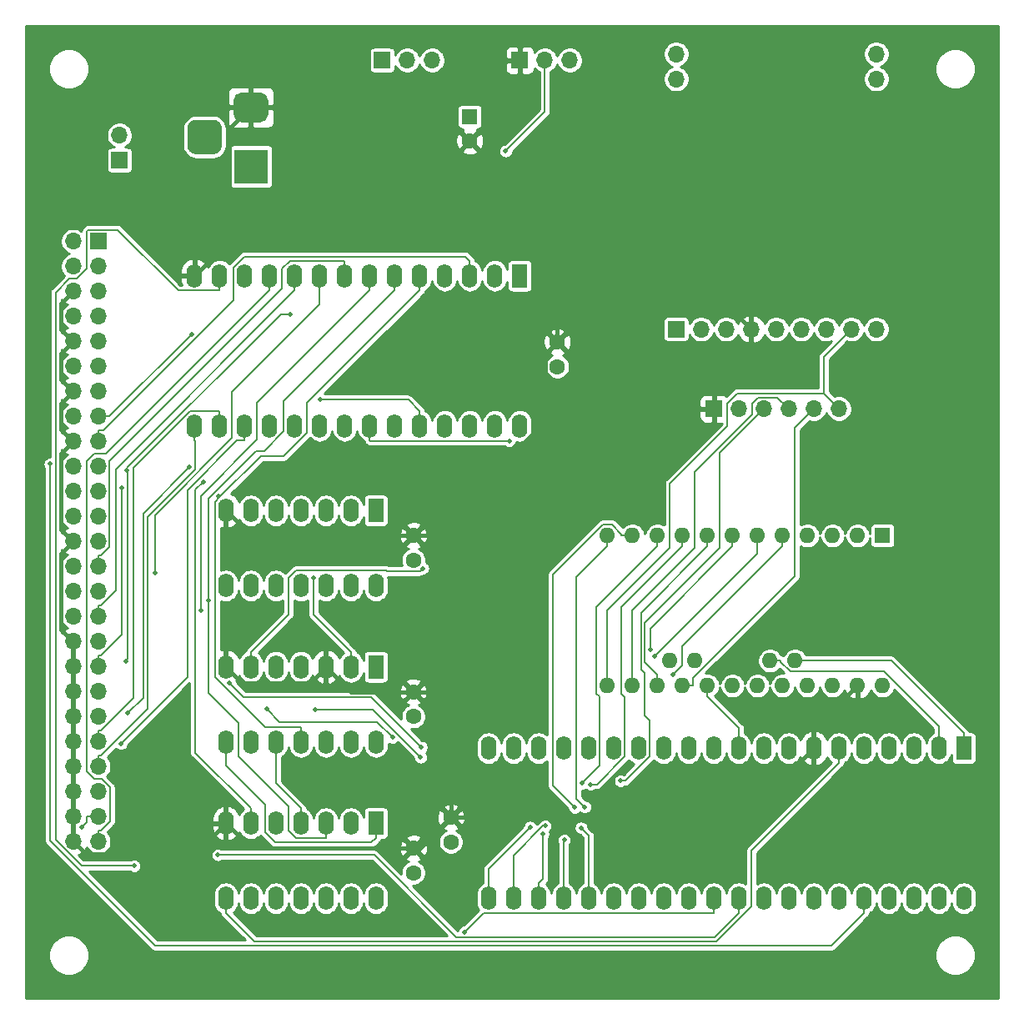
<source format=gbl>
G04 #@! TF.GenerationSoftware,KiCad,Pcbnew,(5.1.9)-1*
G04 #@! TF.CreationDate,2022-07-01T19:17:00+09:00*
G04 #@! TF.ProjectId,MZ80k_SD,4d5a3830-6b5f-4534-942e-6b696361645f,rev?*
G04 #@! TF.SameCoordinates,PX53920b0PY93c3260*
G04 #@! TF.FileFunction,Copper,L2,Bot*
G04 #@! TF.FilePolarity,Positive*
%FSLAX46Y46*%
G04 Gerber Fmt 4.6, Leading zero omitted, Abs format (unit mm)*
G04 Created by KiCad (PCBNEW (5.1.9)-1) date 2022-07-01 19:17:00*
%MOMM*%
%LPD*%
G01*
G04 APERTURE LIST*
G04 #@! TA.AperFunction,ComponentPad*
%ADD10R,1.700000X1.700000*%
G04 #@! TD*
G04 #@! TA.AperFunction,ComponentPad*
%ADD11O,1.700000X1.700000*%
G04 #@! TD*
G04 #@! TA.AperFunction,ComponentPad*
%ADD12C,1.600000*%
G04 #@! TD*
G04 #@! TA.AperFunction,ComponentPad*
%ADD13R,1.600000X2.400000*%
G04 #@! TD*
G04 #@! TA.AperFunction,ComponentPad*
%ADD14O,1.600000X2.400000*%
G04 #@! TD*
G04 #@! TA.AperFunction,ComponentPad*
%ADD15R,3.500000X3.500000*%
G04 #@! TD*
G04 #@! TA.AperFunction,ComponentPad*
%ADD16R,1.600000X1.600000*%
G04 #@! TD*
G04 #@! TA.AperFunction,ComponentPad*
%ADD17O,1.600000X1.600000*%
G04 #@! TD*
G04 #@! TA.AperFunction,ViaPad*
%ADD18C,0.500000*%
G04 #@! TD*
G04 #@! TA.AperFunction,Conductor*
%ADD19C,0.400000*%
G04 #@! TD*
G04 #@! TA.AperFunction,Conductor*
%ADD20C,0.200000*%
G04 #@! TD*
G04 #@! TA.AperFunction,Conductor*
%ADD21C,0.254000*%
G04 #@! TD*
G04 #@! TA.AperFunction,Conductor*
%ADD22C,0.100000*%
G04 #@! TD*
G04 APERTURE END LIST*
D10*
X10160000Y85725000D03*
D11*
X10160000Y88265000D03*
D10*
X66675000Y68580000D03*
D11*
X69215000Y68580000D03*
X71755000Y68580000D03*
X74295000Y68580000D03*
X76835000Y68580000D03*
X79375000Y68580000D03*
X81915000Y68580000D03*
X84455000Y68580000D03*
X86995000Y68580000D03*
X86995000Y96520000D03*
X86995000Y93980000D03*
X66675000Y96520000D03*
X66675000Y93980000D03*
D12*
X43815000Y16510000D03*
X43815000Y19010000D03*
D13*
X50800000Y73995000D03*
D14*
X17780000Y58755000D03*
X48260000Y73995000D03*
X20320000Y58755000D03*
X45720000Y73995000D03*
X22860000Y58755000D03*
X43180000Y73995000D03*
X25400000Y58755000D03*
X40640000Y73995000D03*
X27940000Y58755000D03*
X38100000Y73995000D03*
X30480000Y58755000D03*
X35560000Y73995000D03*
X33020000Y58755000D03*
X33020000Y73995000D03*
X35560000Y58755000D03*
X30480000Y73995000D03*
X38100000Y58755000D03*
X27940000Y73995000D03*
X40640000Y58755000D03*
X25400000Y73995000D03*
X43180000Y58755000D03*
X22860000Y73995000D03*
X45720000Y58755000D03*
X20320000Y73995000D03*
X48260000Y58755000D03*
X17780000Y73995000D03*
X50800000Y58755000D03*
D15*
X23495000Y85090000D03*
G04 #@! TA.AperFunction,ComponentPad*
G36*
G01*
X22495000Y92590000D02*
X24495000Y92590000D01*
G75*
G02*
X25245000Y91840000I0J-750000D01*
G01*
X25245000Y90340000D01*
G75*
G02*
X24495000Y89590000I-750000J0D01*
G01*
X22495000Y89590000D01*
G75*
G02*
X21745000Y90340000I0J750000D01*
G01*
X21745000Y91840000D01*
G75*
G02*
X22495000Y92590000I750000J0D01*
G01*
G37*
G04 #@! TD.AperFunction*
G04 #@! TA.AperFunction,ComponentPad*
G36*
G01*
X17920000Y89840000D02*
X19670000Y89840000D01*
G75*
G02*
X20545000Y88965000I0J-875000D01*
G01*
X20545000Y87215000D01*
G75*
G02*
X19670000Y86340000I-875000J0D01*
G01*
X17920000Y86340000D01*
G75*
G02*
X17045000Y87215000I0J875000D01*
G01*
X17045000Y88965000D01*
G75*
G02*
X17920000Y89840000I875000J0D01*
G01*
G37*
G04 #@! TD.AperFunction*
D10*
X8000000Y77500000D03*
D11*
X5460000Y77500000D03*
X8000000Y74960000D03*
X5460000Y74960000D03*
X8000000Y72420000D03*
X5460000Y72420000D03*
X8000000Y69880000D03*
X5460000Y69880000D03*
X8000000Y67340000D03*
X5460000Y67340000D03*
X8000000Y64800000D03*
X5460000Y64800000D03*
X8000000Y62260000D03*
X5460000Y62260000D03*
X8000000Y59720000D03*
X5460000Y59720000D03*
X8000000Y57180000D03*
X5460000Y57180000D03*
X8000000Y54640000D03*
X5460000Y54640000D03*
X8000000Y52100000D03*
X5460000Y52100000D03*
X8000000Y49560000D03*
X5460000Y49560000D03*
X8000000Y47020000D03*
X5460000Y47020000D03*
X8000000Y44480000D03*
X5460000Y44480000D03*
X8000000Y41940000D03*
X5460000Y41940000D03*
X8000000Y39400000D03*
X5460000Y39400000D03*
X8000000Y36860000D03*
X5460000Y36860000D03*
X8000000Y34320000D03*
X5460000Y34320000D03*
X8000000Y31780000D03*
X5460000Y31780000D03*
X8000000Y29240000D03*
X5460000Y29240000D03*
X8000000Y26700000D03*
X5460000Y26700000D03*
X8000000Y24160000D03*
X5460000Y24160000D03*
X8000000Y21620000D03*
X5460000Y21620000D03*
X8000000Y19080000D03*
X5460000Y19080000D03*
X8000000Y16540000D03*
X5460000Y16540000D03*
X55880000Y95885000D03*
X53340000Y95885000D03*
D10*
X50800000Y95885000D03*
D13*
X95885000Y26035000D03*
D14*
X47625000Y10795000D03*
X93345000Y26035000D03*
X50165000Y10795000D03*
X90805000Y26035000D03*
X52705000Y10795000D03*
X88265000Y26035000D03*
X55245000Y10795000D03*
X85725000Y26035000D03*
X57785000Y10795000D03*
X83185000Y26035000D03*
X60325000Y10795000D03*
X80645000Y26035000D03*
X62865000Y10795000D03*
X78105000Y26035000D03*
X65405000Y10795000D03*
X75565000Y26035000D03*
X67945000Y10795000D03*
X73025000Y26035000D03*
X70485000Y10795000D03*
X70485000Y26035000D03*
X73025000Y10795000D03*
X67945000Y26035000D03*
X75565000Y10795000D03*
X65405000Y26035000D03*
X78105000Y10795000D03*
X62865000Y26035000D03*
X80645000Y10795000D03*
X60325000Y26035000D03*
X83185000Y10795000D03*
X57785000Y26035000D03*
X85725000Y10795000D03*
X55245000Y26035000D03*
X88265000Y10795000D03*
X52705000Y26035000D03*
X90805000Y10795000D03*
X50165000Y26035000D03*
X93345000Y10795000D03*
X47625000Y26035000D03*
X95885000Y10795000D03*
D10*
X36830000Y95885000D03*
D11*
X39370000Y95885000D03*
X41910000Y95885000D03*
D12*
X54610000Y64770000D03*
X54610000Y67270000D03*
D16*
X45720000Y90170000D03*
D12*
X45720000Y87670000D03*
D16*
X87630000Y47625000D03*
D17*
X85090000Y47625000D03*
X82550000Y47625000D03*
X59690000Y32385000D03*
X80010000Y47625000D03*
X62230000Y32385000D03*
X77470000Y47625000D03*
X64770000Y32385000D03*
X74930000Y47625000D03*
X67310000Y32385000D03*
X72390000Y47625000D03*
X69850000Y32385000D03*
X69850000Y47625000D03*
X72390000Y32385000D03*
X67310000Y47625000D03*
X74930000Y32385000D03*
X64770000Y47625000D03*
X77470000Y32385000D03*
X62230000Y47625000D03*
X80010000Y32385000D03*
X59690000Y47625000D03*
X82550000Y32385000D03*
X85090000Y32385000D03*
X87630000Y32385000D03*
X78740000Y34925000D03*
X76200000Y34925000D03*
X68580000Y34925000D03*
X66040000Y34925000D03*
D12*
X40005000Y31750000D03*
X40005000Y29250000D03*
X40005000Y45125000D03*
X40005000Y47625000D03*
X40005000Y15875000D03*
X40005000Y13375000D03*
D14*
X36195000Y26670000D03*
X20955000Y34290000D03*
X33655000Y26670000D03*
X23495000Y34290000D03*
X31115000Y26670000D03*
X26035000Y34290000D03*
X28575000Y26670000D03*
X28575000Y34290000D03*
X26035000Y26670000D03*
X31115000Y34290000D03*
X23495000Y26670000D03*
X33655000Y34290000D03*
X20955000Y26670000D03*
D13*
X36195000Y34290000D03*
X36195000Y50165000D03*
D14*
X20955000Y42545000D03*
X33655000Y50165000D03*
X23495000Y42545000D03*
X31115000Y50165000D03*
X26035000Y42545000D03*
X28575000Y50165000D03*
X28575000Y42545000D03*
X26035000Y50165000D03*
X31115000Y42545000D03*
X23495000Y50165000D03*
X33655000Y42545000D03*
X20955000Y50165000D03*
X36195000Y42545000D03*
D13*
X36195000Y18415000D03*
D14*
X20955000Y10795000D03*
X33655000Y18415000D03*
X23495000Y10795000D03*
X31115000Y18415000D03*
X26035000Y10795000D03*
X28575000Y18415000D03*
X28575000Y10795000D03*
X26035000Y18415000D03*
X31115000Y10795000D03*
X23495000Y18415000D03*
X33655000Y10795000D03*
X20955000Y18415000D03*
X36195000Y10795000D03*
D10*
X70500000Y60500000D03*
D11*
X73040000Y60500000D03*
X75580000Y60500000D03*
X78120000Y60500000D03*
X80660000Y60500000D03*
X83200000Y60500000D03*
D18*
X49372500Y86662000D03*
X29845000Y43318500D03*
X51867400Y18007800D03*
X61024300Y22724500D03*
X53369500Y18140600D03*
X57997000Y22358000D03*
X53149600Y17317500D03*
X57102500Y22455200D03*
X55322300Y16717600D03*
X56382100Y19998500D03*
X57028400Y17936400D03*
X57400200Y20047900D03*
X66374700Y33474800D03*
X64478200Y35338000D03*
X64047300Y36074000D03*
X40950800Y44284200D03*
X30545800Y61416600D03*
X17462500Y68045900D03*
X49714500Y57236000D03*
X18665300Y53072400D03*
X27472500Y70087500D03*
X10787900Y34862800D03*
X10919300Y54260400D03*
X3102200Y54890000D03*
X20221900Y51625700D03*
X19216200Y41049200D03*
X18402100Y40042800D03*
X13788500Y43842600D03*
X21335400Y32627600D03*
X40792300Y26128300D03*
X25126800Y30014800D03*
X37877000Y27117900D03*
X30022600Y29933500D03*
X40719900Y25109200D03*
X10420000Y52463100D03*
X17260000Y54553700D03*
X10976200Y29564000D03*
X10304400Y26485300D03*
X45222700Y7380000D03*
X20137700Y15196900D03*
X11641500Y14085500D03*
X6321900Y17996700D03*
D19*
X5460000Y34320000D02*
X5460000Y31780000D01*
X5460000Y36860000D02*
X5460000Y34320000D01*
X5460000Y31780000D02*
X5460000Y29240000D01*
X5460000Y29240000D02*
X5460000Y26700000D01*
X5460000Y26700000D02*
X5460000Y24160000D01*
X5460000Y24160000D02*
X5460000Y21620000D01*
X5460000Y21620000D02*
X5460000Y19080000D01*
X5460000Y19080000D02*
X5460000Y16540000D01*
X80645000Y26035000D02*
X80645000Y27940000D01*
X80645000Y27940000D02*
X85090000Y32385000D01*
X43815000Y19010000D02*
X73620000Y19010000D01*
X73620000Y19010000D02*
X80645000Y26035000D01*
X40005000Y15875000D02*
X23495000Y15875000D01*
X23495000Y15875000D02*
X20955000Y18415000D01*
X43815000Y19010000D02*
X40680000Y15875000D01*
X40680000Y15875000D02*
X40005000Y15875000D01*
X40005000Y31750000D02*
X41275000Y31750000D01*
X41275000Y31750000D02*
X43815000Y29210000D01*
X43815000Y29210000D02*
X43815000Y19010000D01*
X31115000Y34290000D02*
X29515000Y32690000D01*
X29515000Y32690000D02*
X22555000Y32690000D01*
X22555000Y32690000D02*
X20955000Y34290000D01*
X40005000Y31750000D02*
X33655000Y31750000D01*
X33655000Y31750000D02*
X31115000Y34290000D01*
X41767000Y47625000D02*
X41767000Y33512000D01*
X41767000Y33512000D02*
X40005000Y31750000D01*
X40005000Y47625000D02*
X23495000Y47625000D01*
X23495000Y47625000D02*
X20955000Y50165000D01*
X54610000Y67270000D02*
X53410000Y66070000D01*
X53410000Y66070000D02*
X53410000Y59267900D01*
X53410000Y59267900D02*
X41767000Y47625000D01*
X41767000Y47625000D02*
X40005000Y47625000D01*
X54610000Y78780000D02*
X64095000Y78780000D01*
X64095000Y78780000D02*
X74295000Y68580000D01*
X45720000Y87670000D02*
X54610000Y78780000D01*
X54610000Y78780000D02*
X54610000Y67270000D01*
X45720000Y87670000D02*
X50800000Y92750000D01*
X50800000Y92750000D02*
X50800000Y95885000D01*
X23495000Y91090000D02*
X42300000Y91090000D01*
X42300000Y91090000D02*
X45720000Y87670000D01*
X23495000Y91090000D02*
X21345000Y88940000D01*
X21345000Y88940000D02*
X21345000Y77560000D01*
X21345000Y77560000D02*
X17780000Y73995000D01*
X5460000Y16540000D02*
X6710000Y15290000D01*
X6710000Y15290000D02*
X17830000Y15290000D01*
X17830000Y15290000D02*
X20955000Y18415000D01*
X5460000Y47020000D02*
X4210000Y45770000D01*
X4210000Y45770000D02*
X4210000Y38110000D01*
X4210000Y38110000D02*
X5460000Y36860000D01*
X5460000Y57180000D02*
X4210000Y55930000D01*
X4210000Y55930000D02*
X4210000Y48270000D01*
X4210000Y48270000D02*
X5460000Y47020000D01*
X5460000Y62260000D02*
X4210000Y61010000D01*
X4210000Y61010000D02*
X4210000Y58430000D01*
X4210000Y58430000D02*
X5460000Y57180000D01*
X5460000Y67340000D02*
X4210000Y66090000D01*
X4210000Y66090000D02*
X4210000Y63510000D01*
X4210000Y63510000D02*
X5460000Y62260000D01*
X5460000Y72420000D02*
X4210000Y71170000D01*
X4210000Y71170000D02*
X4210000Y68590000D01*
X4210000Y68590000D02*
X5460000Y67340000D01*
D20*
X53340000Y95885000D02*
X53340000Y90629500D01*
X53340000Y90629500D02*
X49372500Y86662000D01*
X95885000Y26035000D02*
X95885000Y27535300D01*
X78740000Y34925000D02*
X88495300Y34925000D01*
X88495300Y34925000D02*
X95885000Y27535300D01*
X76200000Y34925000D02*
X77300300Y34925000D01*
X77300300Y34925000D02*
X77300300Y34787300D01*
X77300300Y34787300D02*
X78262900Y33824700D01*
X78262900Y33824700D02*
X87757900Y33824700D01*
X87757900Y33824700D02*
X93345000Y28237600D01*
X93345000Y28237600D02*
X93345000Y26035000D01*
X33655000Y34290000D02*
X33655000Y35790300D01*
X29845000Y43318500D02*
X29845000Y39600300D01*
X29845000Y39600300D02*
X33655000Y35790300D01*
X36195000Y18415000D02*
X36195000Y16914700D01*
X36195000Y16914700D02*
X35740500Y16460200D01*
X35740500Y16460200D02*
X25986300Y16460200D01*
X25986300Y16460200D02*
X24934600Y17511900D01*
X24934600Y17511900D02*
X24934600Y20280600D01*
X24934600Y20280600D02*
X20955000Y24260200D01*
X20955000Y24260200D02*
X20955000Y26670000D01*
X83185000Y26035000D02*
X83185000Y24534700D01*
X20955000Y10795000D02*
X20955000Y9294700D01*
X20955000Y9294700D02*
X23821200Y6428500D01*
X23821200Y6428500D02*
X70749700Y6428500D01*
X70749700Y6428500D02*
X74295000Y9973800D01*
X74295000Y9973800D02*
X74295000Y15644700D01*
X74295000Y15644700D02*
X83185000Y24534700D01*
X28575000Y18415000D02*
X28575000Y19915300D01*
X28575000Y19915300D02*
X26035000Y22455300D01*
X26035000Y22455300D02*
X26035000Y26670000D01*
X69850000Y47625000D02*
X69850000Y46524700D01*
X51867400Y18007800D02*
X47625000Y13765400D01*
X47625000Y13765400D02*
X47625000Y10795000D01*
X69850000Y46524700D02*
X63096600Y39771300D01*
X63096600Y39771300D02*
X63096600Y34033900D01*
X63096600Y34033900D02*
X63500000Y33630500D01*
X63500000Y33630500D02*
X63500000Y29329700D01*
X63500000Y29329700D02*
X63976200Y28853500D01*
X63976200Y28853500D02*
X63976200Y25188600D01*
X63976200Y25188600D02*
X61512100Y22724500D01*
X61512100Y22724500D02*
X61024300Y22724500D01*
X67310000Y47625000D02*
X67310000Y46524700D01*
X53369500Y18140600D02*
X53178600Y18140600D01*
X53178600Y18140600D02*
X50165000Y15127000D01*
X50165000Y15127000D02*
X50165000Y10795000D01*
X67310000Y46524700D02*
X61121900Y40336600D01*
X61121900Y40336600D02*
X61121900Y31588100D01*
X61121900Y31588100D02*
X61476700Y31233300D01*
X61476700Y31233300D02*
X61476700Y25182600D01*
X61476700Y25182600D02*
X58652100Y22358000D01*
X58652100Y22358000D02*
X57997000Y22358000D01*
X64770000Y47625000D02*
X64770000Y46524700D01*
X52705000Y10795000D02*
X52705000Y12295300D01*
X53149600Y17317500D02*
X53149600Y12739900D01*
X53149600Y12739900D02*
X52705000Y12295300D01*
X64770000Y46524700D02*
X58588000Y40342700D01*
X58588000Y40342700D02*
X58588000Y31582000D01*
X58588000Y31582000D02*
X58895400Y31274600D01*
X58895400Y31274600D02*
X58895400Y24248100D01*
X58895400Y24248100D02*
X57102500Y22455200D01*
X62230000Y47625000D02*
X61129700Y47625000D01*
X55322300Y16717600D02*
X55245000Y16640300D01*
X55245000Y16640300D02*
X55245000Y10795000D01*
X61129700Y47625000D02*
X61129700Y47762500D01*
X61129700Y47762500D02*
X60145400Y48746800D01*
X60145400Y48746800D02*
X59241700Y48746800D01*
X59241700Y48746800D02*
X54144100Y43649200D01*
X54144100Y43649200D02*
X54144100Y22236500D01*
X54144100Y22236500D02*
X56382100Y19998500D01*
X59690000Y46524700D02*
X56552200Y43386900D01*
X56552200Y43386900D02*
X56552200Y20895900D01*
X56552200Y20895900D02*
X57400200Y20047900D01*
X59690000Y47625000D02*
X59690000Y46524700D01*
X57028400Y17936400D02*
X57785000Y17179800D01*
X57785000Y17179800D02*
X57785000Y10795000D01*
X69850000Y32385000D02*
X69850000Y31284700D01*
X69850000Y31284700D02*
X73025000Y28109700D01*
X73025000Y28109700D02*
X73025000Y26035000D01*
X77470000Y47625000D02*
X77470000Y46524700D01*
X77470000Y46524700D02*
X67310000Y36364700D01*
X67310000Y36364700D02*
X67310000Y34410100D01*
X67310000Y34410100D02*
X66374700Y33474800D01*
X64478200Y35338000D02*
X74930000Y45789800D01*
X74930000Y45789800D02*
X74930000Y46524700D01*
X74930000Y47625000D02*
X74930000Y46524700D01*
X72390000Y47625000D02*
X72390000Y46524700D01*
X72390000Y46524700D02*
X64047300Y38182000D01*
X64047300Y38182000D02*
X64047300Y36074000D01*
X23495000Y34290000D02*
X23495000Y35790300D01*
X23495000Y35790300D02*
X27305000Y39600300D01*
X27305000Y39600300D02*
X27305000Y43307100D01*
X27305000Y43307100D02*
X28078300Y44080400D01*
X28078300Y44080400D02*
X37239600Y44080400D01*
X37239600Y44080400D02*
X37295400Y44024600D01*
X37295400Y44024600D02*
X40691200Y44024600D01*
X40691200Y44024600D02*
X40950800Y44284200D01*
X40640000Y58755000D02*
X40640000Y60255300D01*
X30545800Y61416600D02*
X39478700Y61416600D01*
X39478700Y61416600D02*
X40640000Y60255300D01*
X8000000Y59720000D02*
X9150300Y59720000D01*
X9150300Y59720000D02*
X9150300Y59733700D01*
X9150300Y59733700D02*
X17462500Y68045900D01*
X35560000Y58755000D02*
X35560000Y57254700D01*
X49714500Y57236000D02*
X35578700Y57236000D01*
X35578700Y57236000D02*
X35560000Y57254700D01*
X18665300Y53072400D02*
X17851800Y52258900D01*
X17851800Y52258900D02*
X17851800Y25558500D01*
X17851800Y25558500D02*
X23495000Y19915300D01*
X23495000Y18415000D02*
X23495000Y19915300D01*
X8000000Y58330300D02*
X8525200Y58330300D01*
X8525200Y58330300D02*
X21730200Y71535300D01*
X21730200Y71535300D02*
X21730200Y74848100D01*
X21730200Y74848100D02*
X22817000Y75934900D01*
X22817000Y75934900D02*
X45280400Y75934900D01*
X45280400Y75934900D02*
X45720000Y75495300D01*
X8000000Y57180000D02*
X8000000Y58330300D01*
X45720000Y73995000D02*
X45720000Y75495300D01*
X10919300Y54260400D02*
X10919300Y54484600D01*
X10919300Y54484600D02*
X26522200Y70087500D01*
X26522200Y70087500D02*
X27472500Y70087500D01*
X10787900Y34862800D02*
X10993700Y35068600D01*
X10993700Y35068600D02*
X10993700Y54186000D01*
X10993700Y54186000D02*
X10919300Y54260400D01*
X85725000Y10795000D02*
X85725000Y9294700D01*
X85725000Y9294700D02*
X82412900Y5982600D01*
X82412900Y5982600D02*
X13782100Y5982600D01*
X13782100Y5982600D02*
X3102200Y16662500D01*
X3102200Y16662500D02*
X3102200Y54890000D01*
X20334000Y51513600D02*
X20221900Y51625700D01*
X28575000Y28170300D02*
X24954500Y28170300D01*
X24954500Y28170300D02*
X19854600Y33270200D01*
X19854600Y33270200D02*
X19854600Y51034200D01*
X19854600Y51034200D02*
X20334000Y51513600D01*
X20334000Y51513600D02*
X24497900Y55677500D01*
X24497900Y55677500D02*
X26840900Y55677500D01*
X26840900Y55677500D02*
X29210000Y58046600D01*
X29210000Y58046600D02*
X29210000Y61064700D01*
X29210000Y61064700D02*
X40640000Y72494700D01*
X28575000Y26670000D02*
X28575000Y28170300D01*
X40640000Y73995000D02*
X40640000Y72494700D01*
X38100000Y72494700D02*
X26839600Y61234300D01*
X26839600Y61234300D02*
X26839600Y58193400D01*
X26839600Y58193400D02*
X24874000Y56227800D01*
X24874000Y56227800D02*
X24045800Y56227800D01*
X24045800Y56227800D02*
X19216200Y51398200D01*
X19216200Y51398200D02*
X19216200Y41049200D01*
X31115000Y18415000D02*
X31115000Y16914700D01*
X31115000Y16914700D02*
X28065900Y16914700D01*
X28065900Y16914700D02*
X27305000Y17675600D01*
X27305000Y17675600D02*
X27305000Y20115600D01*
X27305000Y20115600D02*
X22225000Y25195600D01*
X22225000Y25195600D02*
X22225000Y28610700D01*
X22225000Y28610700D02*
X19216200Y31619500D01*
X19216200Y31619500D02*
X19216200Y41049200D01*
X38100000Y73995000D02*
X38100000Y72494700D01*
X35560000Y73995000D02*
X35560000Y72494700D01*
X18402100Y40042800D02*
X18402100Y51621300D01*
X18402100Y51621300D02*
X24130000Y57349200D01*
X24130000Y57349200D02*
X24130000Y61064700D01*
X24130000Y61064700D02*
X35560000Y72494700D01*
X33020000Y73995000D02*
X33020000Y75495300D01*
X8000000Y44480000D02*
X8000000Y45630300D01*
X8000000Y45630300D02*
X8287700Y45630300D01*
X8287700Y45630300D02*
X9150300Y46492900D01*
X9150300Y46492900D02*
X9150300Y55174500D01*
X9150300Y55174500D02*
X26670000Y72694200D01*
X26670000Y72694200D02*
X26670000Y74707600D01*
X26670000Y74707600D02*
X27457700Y75495300D01*
X27457700Y75495300D02*
X33020000Y75495300D01*
X13788500Y43842600D02*
X13788500Y49703400D01*
X13788500Y49703400D02*
X21590000Y57504900D01*
X21590000Y57504900D02*
X21590000Y62189600D01*
X21590000Y62189600D02*
X30480000Y71079600D01*
X30480000Y71079600D02*
X30480000Y73995000D01*
X40792300Y26128300D02*
X35711300Y31209300D01*
X35711300Y31209300D02*
X22753700Y31209300D01*
X22753700Y31209300D02*
X21335400Y32627600D01*
X27940000Y73995000D02*
X27940000Y72494700D01*
X8000000Y39400000D02*
X8000000Y40550300D01*
X8000000Y40550300D02*
X8287600Y40550300D01*
X8287600Y40550300D02*
X9812100Y42074800D01*
X9812100Y42074800D02*
X9812100Y54366800D01*
X9812100Y54366800D02*
X27940000Y72494700D01*
X37877000Y27117900D02*
X36280500Y28714400D01*
X36280500Y28714400D02*
X26427200Y28714400D01*
X26427200Y28714400D02*
X25126800Y30014800D01*
X40719900Y25109200D02*
X35895600Y29933500D01*
X35895600Y29933500D02*
X30022600Y29933500D01*
X8000000Y34320000D02*
X8000000Y35470300D01*
X8000000Y35470300D02*
X8287600Y35470300D01*
X8287600Y35470300D02*
X10420000Y37602700D01*
X10420000Y37602700D02*
X10420000Y52463100D01*
X10976200Y29564000D02*
X12569700Y31157500D01*
X12569700Y31157500D02*
X12569700Y49863400D01*
X12569700Y49863400D02*
X17260000Y54553700D01*
X22860000Y57254700D02*
X22069400Y57254700D01*
X22069400Y57254700D02*
X17038100Y52223400D01*
X17038100Y52223400D02*
X17038100Y33219000D01*
X17038100Y33219000D02*
X10304400Y26485300D01*
X22860000Y58755000D02*
X22860000Y57254700D01*
X20320000Y58755000D02*
X20320000Y60255300D01*
X8000000Y26700000D02*
X8000000Y27850300D01*
X8000000Y27850300D02*
X8287700Y27850300D01*
X8287700Y27850300D02*
X11534000Y31096600D01*
X11534000Y31096600D02*
X11534000Y54501700D01*
X11534000Y54501700D02*
X17287600Y60255300D01*
X17287600Y60255300D02*
X20320000Y60255300D01*
X70485000Y10795000D02*
X70485000Y9294700D01*
X70485000Y9294700D02*
X47137400Y9294700D01*
X47137400Y9294700D02*
X45222700Y7380000D01*
X17780000Y57254700D02*
X17810300Y57224400D01*
X17810300Y57224400D02*
X17810300Y54325700D01*
X17810300Y54325700D02*
X13011800Y49527200D01*
X13011800Y49527200D02*
X13011800Y30034500D01*
X13011800Y30034500D02*
X8287600Y25310300D01*
X8287600Y25310300D02*
X8000000Y25310300D01*
X73025000Y9294700D02*
X70559200Y6828900D01*
X70559200Y6828900D02*
X44371100Y6828900D01*
X44371100Y6828900D02*
X36003100Y15196900D01*
X36003100Y15196900D02*
X20137700Y15196900D01*
X73025000Y10795000D02*
X73025000Y9294700D01*
X17780000Y58755000D02*
X17780000Y57254700D01*
X8000000Y24160000D02*
X8000000Y25310300D01*
X20320000Y73995000D02*
X20320000Y72494700D01*
X11641500Y14085500D02*
X6287400Y14085500D01*
X6287400Y14085500D02*
X3674700Y16698200D01*
X3674700Y16698200D02*
X3674700Y72300400D01*
X3674700Y72300400D02*
X5064300Y73690000D01*
X5064300Y73690000D02*
X5837400Y73690000D01*
X5837400Y73690000D02*
X6849600Y74702200D01*
X6849600Y74702200D02*
X6849600Y78506600D01*
X6849600Y78506600D02*
X6993400Y78650400D01*
X6993400Y78650400D02*
X9959900Y78650400D01*
X9959900Y78650400D02*
X16115600Y72494700D01*
X16115600Y72494700D02*
X20320000Y72494700D01*
X8000000Y19080000D02*
X6849700Y19080000D01*
X6321900Y17996700D02*
X6849700Y18524500D01*
X6849700Y18524500D02*
X6849700Y19080000D01*
X25400000Y73995000D02*
X25400000Y72494700D01*
X8000000Y16540000D02*
X8000000Y17690300D01*
X8000000Y17690300D02*
X8287600Y17690300D01*
X8287600Y17690300D02*
X9179000Y18581700D01*
X9179000Y18581700D02*
X9179000Y22071600D01*
X9179000Y22071600D02*
X8360600Y22890000D01*
X8360600Y22890000D02*
X7608300Y22890000D01*
X7608300Y22890000D02*
X6849600Y23648700D01*
X6849600Y23648700D02*
X6849600Y55178100D01*
X6849600Y55178100D02*
X7581500Y55910000D01*
X7581500Y55910000D02*
X8815300Y55910000D01*
X8815300Y55910000D02*
X25400000Y72494700D01*
X78740000Y58580000D02*
X80660000Y60500000D01*
X78740000Y43528700D02*
X78740000Y58580000D01*
X68410300Y33199000D02*
X78740000Y43528700D01*
X68410300Y32385000D02*
X68410300Y33199000D01*
X67310000Y32385000D02*
X68410300Y32385000D01*
X71120000Y56040000D02*
X75580000Y60500000D01*
X71120000Y46379600D02*
X71120000Y56040000D01*
X63497000Y34758300D02*
X63497000Y38756600D01*
X64770000Y33485300D02*
X63497000Y34758300D01*
X63497000Y38756600D02*
X71120000Y46379600D01*
X64770000Y32385000D02*
X64770000Y33485300D01*
X62230000Y32385000D02*
X62230000Y40029600D01*
X62230000Y40029600D02*
X68580000Y46379600D01*
X68580000Y46379600D02*
X68580000Y54094700D01*
X76969999Y61650001D02*
X78120000Y60500000D01*
X75027999Y61650001D02*
X76969999Y61650001D01*
X74429999Y61052001D02*
X75027999Y61650001D01*
X74429999Y59944699D02*
X74429999Y61052001D01*
X68580000Y54094700D02*
X74429999Y59944699D01*
X59690000Y40029600D02*
X66040100Y46379700D01*
X59690000Y32385000D02*
X59690000Y40029600D01*
X81649989Y62050011D02*
X83200000Y60500000D01*
X72888009Y62050011D02*
X81649989Y62050011D01*
X71889999Y61052001D02*
X72888009Y62050011D01*
X71889999Y58751999D02*
X71889999Y61052001D01*
X66040100Y52902100D02*
X71889999Y58751999D01*
X66040100Y46379700D02*
X66040100Y52902100D01*
X81649989Y65774989D02*
X84455000Y68580000D01*
X81649989Y62050011D02*
X81649989Y65774989D01*
D21*
X99373000Y627000D02*
X627000Y627000D01*
X627000Y5204567D01*
X2923000Y5204567D01*
X2923000Y4795433D01*
X3002818Y4394161D01*
X3159386Y4016171D01*
X3386689Y3675989D01*
X3675989Y3386689D01*
X4016171Y3159386D01*
X4394161Y3002818D01*
X4795433Y2923000D01*
X5204567Y2923000D01*
X5605839Y3002818D01*
X5983829Y3159386D01*
X6324011Y3386689D01*
X6613311Y3675989D01*
X6840614Y4016171D01*
X6997182Y4394161D01*
X7077000Y4795433D01*
X7077000Y5204567D01*
X92923000Y5204567D01*
X92923000Y4795433D01*
X93002818Y4394161D01*
X93159386Y4016171D01*
X93386689Y3675989D01*
X93675989Y3386689D01*
X94016171Y3159386D01*
X94394161Y3002818D01*
X94795433Y2923000D01*
X95204567Y2923000D01*
X95605839Y3002818D01*
X95983829Y3159386D01*
X96324011Y3386689D01*
X96613311Y3675989D01*
X96840614Y4016171D01*
X96997182Y4394161D01*
X97077000Y4795433D01*
X97077000Y5204567D01*
X96997182Y5605839D01*
X96840614Y5983829D01*
X96613311Y6324011D01*
X96324011Y6613311D01*
X95983829Y6840614D01*
X95605839Y6997182D01*
X95204567Y7077000D01*
X94795433Y7077000D01*
X94394161Y6997182D01*
X94016171Y6840614D01*
X93675989Y6613311D01*
X93386689Y6324011D01*
X93159386Y5983829D01*
X93002818Y5605839D01*
X92923000Y5204567D01*
X7077000Y5204567D01*
X6997182Y5605839D01*
X6840614Y5983829D01*
X6613311Y6324011D01*
X6324011Y6613311D01*
X5983829Y6840614D01*
X5605839Y6997182D01*
X5204567Y7077000D01*
X4795433Y7077000D01*
X4394161Y6997182D01*
X4016171Y6840614D01*
X3675989Y6613311D01*
X3386689Y6324011D01*
X3159386Y5983829D01*
X3002818Y5605839D01*
X2923000Y5204567D01*
X627000Y5204567D01*
X627000Y54961603D01*
X2375200Y54961603D01*
X2375200Y54818397D01*
X2403138Y54677942D01*
X2457941Y54545636D01*
X2525201Y54444974D01*
X2525200Y16690831D01*
X2522410Y16662500D01*
X2533549Y16549389D01*
X2547098Y16504726D01*
X2566543Y16440625D01*
X2620121Y16340386D01*
X2692226Y16252526D01*
X2714238Y16234461D01*
X13354061Y5594638D01*
X13372126Y5572626D01*
X13459985Y5500521D01*
X13560224Y5446943D01*
X13668988Y5413950D01*
X13753764Y5405600D01*
X13753770Y5405600D01*
X13782099Y5402810D01*
X13810428Y5405600D01*
X82384569Y5405600D01*
X82412900Y5402810D01*
X82441231Y5405600D01*
X82441236Y5405600D01*
X82470945Y5408526D01*
X82526011Y5413949D01*
X82570670Y5427497D01*
X82634776Y5446943D01*
X82735015Y5500521D01*
X82822874Y5572626D01*
X82840939Y5594638D01*
X86112962Y8866661D01*
X86134974Y8884726D01*
X86207079Y8972585D01*
X86260657Y9072824D01*
X86279966Y9136478D01*
X86293651Y9181588D01*
X86300864Y9254832D01*
X86437895Y9328076D01*
X86632344Y9487656D01*
X86791924Y9682104D01*
X86910502Y9903949D01*
X86983522Y10144664D01*
X86995000Y10261202D01*
X87006478Y10144665D01*
X87079498Y9903950D01*
X87198076Y9682105D01*
X87357656Y9487656D01*
X87552104Y9328076D01*
X87773949Y9209498D01*
X88014664Y9136478D01*
X88265000Y9111822D01*
X88515335Y9136478D01*
X88756050Y9209498D01*
X88977895Y9328076D01*
X89172344Y9487656D01*
X89331924Y9682104D01*
X89450502Y9903949D01*
X89523522Y10144664D01*
X89535000Y10261202D01*
X89546478Y10144665D01*
X89619498Y9903950D01*
X89738076Y9682105D01*
X89897656Y9487656D01*
X90092104Y9328076D01*
X90313949Y9209498D01*
X90554664Y9136478D01*
X90805000Y9111822D01*
X91055335Y9136478D01*
X91296050Y9209498D01*
X91517895Y9328076D01*
X91712344Y9487656D01*
X91871924Y9682104D01*
X91990502Y9903949D01*
X92063522Y10144664D01*
X92075000Y10261202D01*
X92086478Y10144665D01*
X92159498Y9903950D01*
X92278076Y9682105D01*
X92437656Y9487656D01*
X92632104Y9328076D01*
X92853949Y9209498D01*
X93094664Y9136478D01*
X93345000Y9111822D01*
X93595335Y9136478D01*
X93836050Y9209498D01*
X94057895Y9328076D01*
X94252344Y9487656D01*
X94411924Y9682104D01*
X94530502Y9903949D01*
X94603522Y10144664D01*
X94615000Y10261202D01*
X94626478Y10144665D01*
X94699498Y9903950D01*
X94818076Y9682105D01*
X94977656Y9487656D01*
X95172104Y9328076D01*
X95393949Y9209498D01*
X95634664Y9136478D01*
X95885000Y9111822D01*
X96135335Y9136478D01*
X96376050Y9209498D01*
X96597895Y9328076D01*
X96792344Y9487656D01*
X96951924Y9682104D01*
X97070502Y9903949D01*
X97143522Y10144664D01*
X97162000Y10332274D01*
X97162000Y11257725D01*
X97143522Y11445336D01*
X97070502Y11686051D01*
X96951924Y11907896D01*
X96792344Y12102344D01*
X96597896Y12261924D01*
X96376051Y12380502D01*
X96135336Y12453522D01*
X95885000Y12478178D01*
X95634665Y12453522D01*
X95393950Y12380502D01*
X95172105Y12261924D01*
X94977657Y12102344D01*
X94818076Y11907896D01*
X94699498Y11686051D01*
X94626478Y11445336D01*
X94615000Y11328798D01*
X94603522Y11445336D01*
X94530502Y11686051D01*
X94411924Y11907896D01*
X94252344Y12102344D01*
X94057896Y12261924D01*
X93836051Y12380502D01*
X93595336Y12453522D01*
X93345000Y12478178D01*
X93094665Y12453522D01*
X92853950Y12380502D01*
X92632105Y12261924D01*
X92437657Y12102344D01*
X92278076Y11907896D01*
X92159498Y11686051D01*
X92086478Y11445336D01*
X92075000Y11328798D01*
X92063522Y11445336D01*
X91990502Y11686051D01*
X91871924Y11907896D01*
X91712344Y12102344D01*
X91517896Y12261924D01*
X91296051Y12380502D01*
X91055336Y12453522D01*
X90805000Y12478178D01*
X90554665Y12453522D01*
X90313950Y12380502D01*
X90092105Y12261924D01*
X89897657Y12102344D01*
X89738076Y11907896D01*
X89619498Y11686051D01*
X89546478Y11445336D01*
X89535000Y11328798D01*
X89523522Y11445336D01*
X89450502Y11686051D01*
X89331924Y11907896D01*
X89172344Y12102344D01*
X88977896Y12261924D01*
X88756051Y12380502D01*
X88515336Y12453522D01*
X88265000Y12478178D01*
X88014665Y12453522D01*
X87773950Y12380502D01*
X87552105Y12261924D01*
X87357657Y12102344D01*
X87198076Y11907896D01*
X87079498Y11686051D01*
X87006478Y11445336D01*
X86995000Y11328798D01*
X86983522Y11445336D01*
X86910502Y11686051D01*
X86791924Y11907896D01*
X86632344Y12102344D01*
X86437896Y12261924D01*
X86216051Y12380502D01*
X85975336Y12453522D01*
X85725000Y12478178D01*
X85474665Y12453522D01*
X85233950Y12380502D01*
X85012105Y12261924D01*
X84817657Y12102344D01*
X84658076Y11907896D01*
X84539498Y11686051D01*
X84466478Y11445336D01*
X84455000Y11328798D01*
X84443522Y11445336D01*
X84370502Y11686051D01*
X84251924Y11907896D01*
X84092344Y12102344D01*
X83897896Y12261924D01*
X83676051Y12380502D01*
X83435336Y12453522D01*
X83185000Y12478178D01*
X82934665Y12453522D01*
X82693950Y12380502D01*
X82472105Y12261924D01*
X82277657Y12102344D01*
X82118076Y11907896D01*
X81999498Y11686051D01*
X81926478Y11445336D01*
X81915000Y11328798D01*
X81903522Y11445336D01*
X81830502Y11686051D01*
X81711924Y11907896D01*
X81552344Y12102344D01*
X81357896Y12261924D01*
X81136051Y12380502D01*
X80895336Y12453522D01*
X80645000Y12478178D01*
X80394665Y12453522D01*
X80153950Y12380502D01*
X79932105Y12261924D01*
X79737657Y12102344D01*
X79578076Y11907896D01*
X79459498Y11686051D01*
X79386478Y11445336D01*
X79375000Y11328798D01*
X79363522Y11445336D01*
X79290502Y11686051D01*
X79171924Y11907896D01*
X79012344Y12102344D01*
X78817896Y12261924D01*
X78596051Y12380502D01*
X78355336Y12453522D01*
X78105000Y12478178D01*
X77854665Y12453522D01*
X77613950Y12380502D01*
X77392105Y12261924D01*
X77197657Y12102344D01*
X77038076Y11907896D01*
X76919498Y11686051D01*
X76846478Y11445336D01*
X76835000Y11328798D01*
X76823522Y11445336D01*
X76750502Y11686051D01*
X76631924Y11907896D01*
X76472344Y12102344D01*
X76277896Y12261924D01*
X76056051Y12380502D01*
X75815336Y12453522D01*
X75565000Y12478178D01*
X75314665Y12453522D01*
X75073950Y12380502D01*
X74872000Y12272558D01*
X74872000Y15405699D01*
X83572962Y24106661D01*
X83594974Y24124726D01*
X83667079Y24212585D01*
X83708831Y24290698D01*
X83720657Y24312823D01*
X83753651Y24421588D01*
X83760865Y24494832D01*
X83897895Y24568076D01*
X84092344Y24727656D01*
X84251924Y24922104D01*
X84370502Y25143949D01*
X84443522Y25384664D01*
X84455000Y25501202D01*
X84466478Y25384665D01*
X84539498Y25143950D01*
X84658076Y24922105D01*
X84817656Y24727656D01*
X85012104Y24568076D01*
X85233949Y24449498D01*
X85474664Y24376478D01*
X85725000Y24351822D01*
X85975335Y24376478D01*
X86216050Y24449498D01*
X86437895Y24568076D01*
X86632344Y24727656D01*
X86791924Y24922104D01*
X86910502Y25143949D01*
X86983522Y25384664D01*
X86995000Y25501202D01*
X87006478Y25384665D01*
X87079498Y25143950D01*
X87198076Y24922105D01*
X87357656Y24727656D01*
X87552104Y24568076D01*
X87773949Y24449498D01*
X88014664Y24376478D01*
X88265000Y24351822D01*
X88515335Y24376478D01*
X88756050Y24449498D01*
X88977895Y24568076D01*
X89172344Y24727656D01*
X89331924Y24922104D01*
X89450502Y25143949D01*
X89523522Y25384664D01*
X89535000Y25501202D01*
X89546478Y25384665D01*
X89619498Y25143950D01*
X89738076Y24922105D01*
X89897656Y24727656D01*
X90092104Y24568076D01*
X90313949Y24449498D01*
X90554664Y24376478D01*
X90805000Y24351822D01*
X91055335Y24376478D01*
X91296050Y24449498D01*
X91517895Y24568076D01*
X91712344Y24727656D01*
X91871924Y24922104D01*
X91990502Y25143949D01*
X92063522Y25384664D01*
X92075000Y25501202D01*
X92086478Y25384665D01*
X92159498Y25143950D01*
X92278076Y24922105D01*
X92437656Y24727656D01*
X92632104Y24568076D01*
X92853949Y24449498D01*
X93094664Y24376478D01*
X93345000Y24351822D01*
X93595335Y24376478D01*
X93836050Y24449498D01*
X94057895Y24568076D01*
X94252344Y24727656D01*
X94411924Y24922104D01*
X94530502Y25143949D01*
X94603522Y25384664D01*
X94605693Y25406706D01*
X94605693Y24835000D01*
X94614903Y24741492D01*
X94642178Y24651577D01*
X94686471Y24568711D01*
X94746079Y24496079D01*
X94818711Y24436471D01*
X94901577Y24392178D01*
X94991492Y24364903D01*
X95085000Y24355693D01*
X96685000Y24355693D01*
X96778508Y24364903D01*
X96868423Y24392178D01*
X96951289Y24436471D01*
X97023921Y24496079D01*
X97083529Y24568711D01*
X97127822Y24651577D01*
X97155097Y24741492D01*
X97164307Y24835000D01*
X97164307Y27235000D01*
X97155097Y27328508D01*
X97127822Y27418423D01*
X97083529Y27501289D01*
X97023921Y27573921D01*
X96951289Y27633529D01*
X96868423Y27677822D01*
X96778508Y27705097D01*
X96685000Y27714307D01*
X96433661Y27714307D01*
X96426720Y27737189D01*
X96420657Y27757176D01*
X96367079Y27857415D01*
X96294974Y27945274D01*
X96272967Y27963335D01*
X88923339Y35312962D01*
X88905274Y35334974D01*
X88817415Y35407079D01*
X88717176Y35460657D01*
X88653070Y35480103D01*
X88608411Y35493651D01*
X88553345Y35499074D01*
X88523636Y35502000D01*
X88523631Y35502000D01*
X88495300Y35504790D01*
X88466969Y35502000D01*
X79883214Y35502000D01*
X79871663Y35529886D01*
X79731911Y35739040D01*
X79554040Y35916911D01*
X79344886Y36056663D01*
X79112487Y36152926D01*
X78865774Y36202000D01*
X78614226Y36202000D01*
X78367513Y36152926D01*
X78135114Y36056663D01*
X77925960Y35916911D01*
X77748089Y35739040D01*
X77608337Y35529886D01*
X77569241Y35435501D01*
X77522176Y35460657D01*
X77413412Y35493650D01*
X77343834Y35500503D01*
X77331663Y35529886D01*
X77191911Y35739040D01*
X77014040Y35916911D01*
X76804886Y36056663D01*
X76572487Y36152926D01*
X76325774Y36202000D01*
X76074226Y36202000D01*
X75827513Y36152926D01*
X75595114Y36056663D01*
X75385960Y35916911D01*
X75208089Y35739040D01*
X75068337Y35529886D01*
X74972074Y35297487D01*
X74923000Y35050774D01*
X74923000Y34799226D01*
X74972074Y34552513D01*
X75068337Y34320114D01*
X75208089Y34110960D01*
X75385960Y33933089D01*
X75595114Y33793337D01*
X75827513Y33697074D01*
X76074226Y33648000D01*
X76325774Y33648000D01*
X76572487Y33697074D01*
X76804886Y33793337D01*
X77014040Y33933089D01*
X77176275Y34095324D01*
X77613031Y33658567D01*
X77595774Y33662000D01*
X77344226Y33662000D01*
X77097513Y33612926D01*
X76865114Y33516663D01*
X76655960Y33376911D01*
X76478089Y33199040D01*
X76338337Y32989886D01*
X76242074Y32757487D01*
X76200000Y32545966D01*
X76157926Y32757487D01*
X76061663Y32989886D01*
X75921911Y33199040D01*
X75744040Y33376911D01*
X75534886Y33516663D01*
X75302487Y33612926D01*
X75055774Y33662000D01*
X74804226Y33662000D01*
X74557513Y33612926D01*
X74325114Y33516663D01*
X74115960Y33376911D01*
X73938089Y33199040D01*
X73798337Y32989886D01*
X73702074Y32757487D01*
X73660000Y32545966D01*
X73617926Y32757487D01*
X73521663Y32989886D01*
X73381911Y33199040D01*
X73204040Y33376911D01*
X72994886Y33516663D01*
X72762487Y33612926D01*
X72515774Y33662000D01*
X72264226Y33662000D01*
X72017513Y33612926D01*
X71785114Y33516663D01*
X71575960Y33376911D01*
X71398089Y33199040D01*
X71258337Y32989886D01*
X71162074Y32757487D01*
X71120000Y32545966D01*
X71077926Y32757487D01*
X70981663Y32989886D01*
X70841911Y33199040D01*
X70664040Y33376911D01*
X70454886Y33516663D01*
X70222487Y33612926D01*
X69975774Y33662000D01*
X69724226Y33662000D01*
X69680629Y33653328D01*
X79127963Y43100662D01*
X79149974Y43118726D01*
X79222079Y43206585D01*
X79275657Y43306824D01*
X79299948Y43386900D01*
X79308651Y43415588D01*
X79319790Y43528700D01*
X79317000Y43557031D01*
X79317000Y46552213D01*
X79405114Y46493337D01*
X79637513Y46397074D01*
X79884226Y46348000D01*
X80135774Y46348000D01*
X80382487Y46397074D01*
X80614886Y46493337D01*
X80824040Y46633089D01*
X81001911Y46810960D01*
X81141663Y47020114D01*
X81237926Y47252513D01*
X81280000Y47464034D01*
X81322074Y47252513D01*
X81418337Y47020114D01*
X81558089Y46810960D01*
X81735960Y46633089D01*
X81945114Y46493337D01*
X82177513Y46397074D01*
X82424226Y46348000D01*
X82675774Y46348000D01*
X82922487Y46397074D01*
X83154886Y46493337D01*
X83364040Y46633089D01*
X83541911Y46810960D01*
X83681663Y47020114D01*
X83777926Y47252513D01*
X83820000Y47464034D01*
X83862074Y47252513D01*
X83958337Y47020114D01*
X84098089Y46810960D01*
X84275960Y46633089D01*
X84485114Y46493337D01*
X84717513Y46397074D01*
X84964226Y46348000D01*
X85215774Y46348000D01*
X85462487Y46397074D01*
X85694886Y46493337D01*
X85904040Y46633089D01*
X86081911Y46810960D01*
X86221663Y47020114D01*
X86317926Y47252513D01*
X86350693Y47417245D01*
X86350693Y46825000D01*
X86359903Y46731492D01*
X86387178Y46641577D01*
X86431471Y46558711D01*
X86491079Y46486079D01*
X86563711Y46426471D01*
X86646577Y46382178D01*
X86736492Y46354903D01*
X86830000Y46345693D01*
X88430000Y46345693D01*
X88523508Y46354903D01*
X88613423Y46382178D01*
X88696289Y46426471D01*
X88768921Y46486079D01*
X88828529Y46558711D01*
X88872822Y46641577D01*
X88900097Y46731492D01*
X88909307Y46825000D01*
X88909307Y48425000D01*
X88900097Y48518508D01*
X88872822Y48608423D01*
X88828529Y48691289D01*
X88768921Y48763921D01*
X88696289Y48823529D01*
X88613423Y48867822D01*
X88523508Y48895097D01*
X88430000Y48904307D01*
X86830000Y48904307D01*
X86736492Y48895097D01*
X86646577Y48867822D01*
X86563711Y48823529D01*
X86491079Y48763921D01*
X86431471Y48691289D01*
X86387178Y48608423D01*
X86359903Y48518508D01*
X86350693Y48425000D01*
X86350693Y47832755D01*
X86317926Y47997487D01*
X86221663Y48229886D01*
X86081911Y48439040D01*
X85904040Y48616911D01*
X85694886Y48756663D01*
X85462487Y48852926D01*
X85215774Y48902000D01*
X84964226Y48902000D01*
X84717513Y48852926D01*
X84485114Y48756663D01*
X84275960Y48616911D01*
X84098089Y48439040D01*
X83958337Y48229886D01*
X83862074Y47997487D01*
X83820000Y47785966D01*
X83777926Y47997487D01*
X83681663Y48229886D01*
X83541911Y48439040D01*
X83364040Y48616911D01*
X83154886Y48756663D01*
X82922487Y48852926D01*
X82675774Y48902000D01*
X82424226Y48902000D01*
X82177513Y48852926D01*
X81945114Y48756663D01*
X81735960Y48616911D01*
X81558089Y48439040D01*
X81418337Y48229886D01*
X81322074Y47997487D01*
X81280000Y47785966D01*
X81237926Y47997487D01*
X81141663Y48229886D01*
X81001911Y48439040D01*
X80824040Y48616911D01*
X80614886Y48756663D01*
X80382487Y48852926D01*
X80135774Y48902000D01*
X79884226Y48902000D01*
X79637513Y48852926D01*
X79405114Y48756663D01*
X79317000Y48697787D01*
X79317000Y58340999D01*
X80221358Y59245357D01*
X80272928Y59223996D01*
X80529302Y59173000D01*
X80790698Y59173000D01*
X81047072Y59223996D01*
X81288570Y59324028D01*
X81505913Y59469252D01*
X81690748Y59654087D01*
X81835972Y59871430D01*
X81930000Y60098433D01*
X82024028Y59871430D01*
X82169252Y59654087D01*
X82354087Y59469252D01*
X82571430Y59324028D01*
X82812928Y59223996D01*
X83069302Y59173000D01*
X83330698Y59173000D01*
X83587072Y59223996D01*
X83828570Y59324028D01*
X84045913Y59469252D01*
X84230748Y59654087D01*
X84375972Y59871430D01*
X84476004Y60112928D01*
X84527000Y60369302D01*
X84527000Y60630698D01*
X84476004Y60887072D01*
X84375972Y61128570D01*
X84230748Y61345913D01*
X84045913Y61530748D01*
X83828570Y61675972D01*
X83587072Y61776004D01*
X83330698Y61827000D01*
X83069302Y61827000D01*
X82812928Y61776004D01*
X82761358Y61754643D01*
X82226989Y62289012D01*
X82226989Y65535988D01*
X84016358Y67325357D01*
X84067928Y67303996D01*
X84324302Y67253000D01*
X84585698Y67253000D01*
X84842072Y67303996D01*
X85083570Y67404028D01*
X85300913Y67549252D01*
X85485748Y67734087D01*
X85630972Y67951430D01*
X85725000Y68178433D01*
X85819028Y67951430D01*
X85964252Y67734087D01*
X86149087Y67549252D01*
X86366430Y67404028D01*
X86607928Y67303996D01*
X86864302Y67253000D01*
X87125698Y67253000D01*
X87382072Y67303996D01*
X87623570Y67404028D01*
X87840913Y67549252D01*
X88025748Y67734087D01*
X88170972Y67951430D01*
X88271004Y68192928D01*
X88322000Y68449302D01*
X88322000Y68710698D01*
X88271004Y68967072D01*
X88170972Y69208570D01*
X88025748Y69425913D01*
X87840913Y69610748D01*
X87623570Y69755972D01*
X87382072Y69856004D01*
X87125698Y69907000D01*
X86864302Y69907000D01*
X86607928Y69856004D01*
X86366430Y69755972D01*
X86149087Y69610748D01*
X85964252Y69425913D01*
X85819028Y69208570D01*
X85725000Y68981567D01*
X85630972Y69208570D01*
X85485748Y69425913D01*
X85300913Y69610748D01*
X85083570Y69755972D01*
X84842072Y69856004D01*
X84585698Y69907000D01*
X84324302Y69907000D01*
X84067928Y69856004D01*
X83826430Y69755972D01*
X83609087Y69610748D01*
X83424252Y69425913D01*
X83279028Y69208570D01*
X83185000Y68981567D01*
X83090972Y69208570D01*
X82945748Y69425913D01*
X82760913Y69610748D01*
X82543570Y69755972D01*
X82302072Y69856004D01*
X82045698Y69907000D01*
X81784302Y69907000D01*
X81527928Y69856004D01*
X81286430Y69755972D01*
X81069087Y69610748D01*
X80884252Y69425913D01*
X80739028Y69208570D01*
X80645000Y68981567D01*
X80550972Y69208570D01*
X80405748Y69425913D01*
X80220913Y69610748D01*
X80003570Y69755972D01*
X79762072Y69856004D01*
X79505698Y69907000D01*
X79244302Y69907000D01*
X78987928Y69856004D01*
X78746430Y69755972D01*
X78529087Y69610748D01*
X78344252Y69425913D01*
X78199028Y69208570D01*
X78105000Y68981567D01*
X78010972Y69208570D01*
X77865748Y69425913D01*
X77680913Y69610748D01*
X77463570Y69755972D01*
X77222072Y69856004D01*
X76965698Y69907000D01*
X76704302Y69907000D01*
X76447928Y69856004D01*
X76206430Y69755972D01*
X75989087Y69610748D01*
X75804252Y69425913D01*
X75659028Y69208570D01*
X75648836Y69183965D01*
X75639157Y69211252D01*
X75490178Y69461355D01*
X75295269Y69677588D01*
X75061920Y69851641D01*
X74799099Y69976825D01*
X74651890Y70021476D01*
X74422000Y69900155D01*
X74422000Y68707000D01*
X74442000Y68707000D01*
X74442000Y68453000D01*
X74422000Y68453000D01*
X74422000Y67259845D01*
X74651890Y67138524D01*
X74799099Y67183175D01*
X75061920Y67308359D01*
X75295269Y67482412D01*
X75490178Y67698645D01*
X75639157Y67948748D01*
X75648836Y67976035D01*
X75659028Y67951430D01*
X75804252Y67734087D01*
X75989087Y67549252D01*
X76206430Y67404028D01*
X76447928Y67303996D01*
X76704302Y67253000D01*
X76965698Y67253000D01*
X77222072Y67303996D01*
X77463570Y67404028D01*
X77680913Y67549252D01*
X77865748Y67734087D01*
X78010972Y67951430D01*
X78105000Y68178433D01*
X78199028Y67951430D01*
X78344252Y67734087D01*
X78529087Y67549252D01*
X78746430Y67404028D01*
X78987928Y67303996D01*
X79244302Y67253000D01*
X79505698Y67253000D01*
X79762072Y67303996D01*
X80003570Y67404028D01*
X80220913Y67549252D01*
X80405748Y67734087D01*
X80550972Y67951430D01*
X80645000Y68178433D01*
X80739028Y67951430D01*
X80884252Y67734087D01*
X81069087Y67549252D01*
X81286430Y67404028D01*
X81527928Y67303996D01*
X81784302Y67253000D01*
X82045698Y67253000D01*
X82302072Y67303996D01*
X82406074Y67347075D01*
X81262023Y66203024D01*
X81240016Y66184963D01*
X81221955Y66162956D01*
X81221952Y66162953D01*
X81198829Y66134777D01*
X81167911Y66097104D01*
X81133823Y66033329D01*
X81114333Y65996865D01*
X81081338Y65888100D01*
X81070199Y65774989D01*
X81072990Y65746648D01*
X81072989Y62627011D01*
X72916337Y62627011D01*
X72888008Y62629801D01*
X72859679Y62627011D01*
X72859673Y62627011D01*
X72774897Y62618661D01*
X72666133Y62585668D01*
X72565894Y62532090D01*
X72478035Y62459985D01*
X72459970Y62437973D01*
X71811100Y61789103D01*
X71801185Y61801185D01*
X71704494Y61880537D01*
X71594180Y61939502D01*
X71474482Y61975812D01*
X71350000Y61988072D01*
X70785750Y61985000D01*
X70627000Y61826250D01*
X70627000Y60627000D01*
X70647000Y60627000D01*
X70647000Y60373000D01*
X70627000Y60373000D01*
X70627000Y59173750D01*
X70785750Y59015000D01*
X71312999Y59012129D01*
X71312999Y58991000D01*
X65652134Y53330135D01*
X65630127Y53312074D01*
X65612066Y53290067D01*
X65612063Y53290064D01*
X65600498Y53275972D01*
X65558022Y53224215D01*
X65508064Y53130748D01*
X65504444Y53123976D01*
X65471449Y53015211D01*
X65460310Y52902100D01*
X65463101Y52873759D01*
X65463100Y48697720D01*
X65374886Y48756663D01*
X65142487Y48852926D01*
X64895774Y48902000D01*
X64644226Y48902000D01*
X64397513Y48852926D01*
X64165114Y48756663D01*
X63955960Y48616911D01*
X63778089Y48439040D01*
X63638337Y48229886D01*
X63542074Y47997487D01*
X63500000Y47785966D01*
X63457926Y47997487D01*
X63361663Y48229886D01*
X63221911Y48439040D01*
X63044040Y48616911D01*
X62834886Y48756663D01*
X62602487Y48852926D01*
X62355774Y48902000D01*
X62104226Y48902000D01*
X61857513Y48852926D01*
X61625114Y48756663D01*
X61415960Y48616911D01*
X61253625Y48454576D01*
X60573439Y49134762D01*
X60555374Y49156774D01*
X60467515Y49228879D01*
X60367276Y49282457D01*
X60303170Y49301903D01*
X60258511Y49315451D01*
X60203445Y49320874D01*
X60173736Y49323800D01*
X60173731Y49323800D01*
X60145400Y49326590D01*
X60117069Y49323800D01*
X59270028Y49323800D01*
X59241699Y49326590D01*
X59213370Y49323800D01*
X59213364Y49323800D01*
X59128588Y49315450D01*
X59019824Y49282457D01*
X58919585Y49228879D01*
X58890594Y49205086D01*
X58853735Y49174837D01*
X58853733Y49174835D01*
X58831726Y49156774D01*
X58813665Y49134767D01*
X53756138Y44077239D01*
X53734126Y44059174D01*
X53662021Y43971314D01*
X53608443Y43871075D01*
X53599853Y43842757D01*
X53575449Y43762311D01*
X53564310Y43649200D01*
X53567100Y43620869D01*
X53567101Y27379474D01*
X53417896Y27501924D01*
X53196051Y27620502D01*
X52955336Y27693522D01*
X52705000Y27718178D01*
X52454665Y27693522D01*
X52213950Y27620502D01*
X51992105Y27501924D01*
X51797657Y27342344D01*
X51638076Y27147896D01*
X51519498Y26926051D01*
X51446478Y26685336D01*
X51435000Y26568798D01*
X51423522Y26685336D01*
X51350502Y26926051D01*
X51231924Y27147896D01*
X51072344Y27342344D01*
X50877896Y27501924D01*
X50656051Y27620502D01*
X50415336Y27693522D01*
X50165000Y27718178D01*
X49914665Y27693522D01*
X49673950Y27620502D01*
X49452105Y27501924D01*
X49257657Y27342344D01*
X49098076Y27147896D01*
X48979498Y26926051D01*
X48906478Y26685336D01*
X48895000Y26568798D01*
X48883522Y26685336D01*
X48810502Y26926051D01*
X48691924Y27147896D01*
X48532344Y27342344D01*
X48337896Y27501924D01*
X48116051Y27620502D01*
X47875336Y27693522D01*
X47625000Y27718178D01*
X47374665Y27693522D01*
X47133950Y27620502D01*
X46912105Y27501924D01*
X46717657Y27342344D01*
X46558076Y27147896D01*
X46439498Y26926051D01*
X46366478Y26685336D01*
X46348000Y26497726D01*
X46348000Y25572275D01*
X46366478Y25384665D01*
X46439498Y25143950D01*
X46558076Y24922105D01*
X46717656Y24727656D01*
X46912104Y24568076D01*
X47133949Y24449498D01*
X47374664Y24376478D01*
X47625000Y24351822D01*
X47875335Y24376478D01*
X48116050Y24449498D01*
X48337895Y24568076D01*
X48532344Y24727656D01*
X48691924Y24922104D01*
X48810502Y25143949D01*
X48883522Y25384664D01*
X48895000Y25501202D01*
X48906478Y25384665D01*
X48979498Y25143950D01*
X49098076Y24922105D01*
X49257656Y24727656D01*
X49452104Y24568076D01*
X49673949Y24449498D01*
X49914664Y24376478D01*
X50165000Y24351822D01*
X50415335Y24376478D01*
X50656050Y24449498D01*
X50877895Y24568076D01*
X51072344Y24727656D01*
X51231924Y24922104D01*
X51350502Y25143949D01*
X51423522Y25384664D01*
X51435000Y25501202D01*
X51446478Y25384665D01*
X51519498Y25143950D01*
X51638076Y24922105D01*
X51797656Y24727656D01*
X51992104Y24568076D01*
X52213949Y24449498D01*
X52454664Y24376478D01*
X52705000Y24351822D01*
X52955335Y24376478D01*
X53196050Y24449498D01*
X53417895Y24568076D01*
X53567101Y24690526D01*
X53567101Y22264841D01*
X53564310Y22236500D01*
X53575449Y22123389D01*
X53608444Y22014624D01*
X53662022Y21914385D01*
X53678289Y21894564D01*
X53716063Y21848536D01*
X53716066Y21848533D01*
X53734127Y21826526D01*
X53756133Y21808466D01*
X55659420Y19905178D01*
X55683038Y19786442D01*
X55737841Y19654136D01*
X55817402Y19535064D01*
X55918664Y19433802D01*
X56037736Y19354241D01*
X56170042Y19299438D01*
X56310497Y19271500D01*
X56453703Y19271500D01*
X56594158Y19299438D01*
X56726464Y19354241D01*
X56845536Y19433802D01*
X56915850Y19504116D01*
X56936764Y19483202D01*
X57055836Y19403641D01*
X57188142Y19348838D01*
X57328597Y19320900D01*
X57471803Y19320900D01*
X57612258Y19348838D01*
X57744564Y19403641D01*
X57863636Y19483202D01*
X57964898Y19584464D01*
X58044459Y19703536D01*
X58099262Y19835842D01*
X58127200Y19976297D01*
X58127200Y20119503D01*
X58099262Y20259958D01*
X58044459Y20392264D01*
X57964898Y20511336D01*
X57863636Y20612598D01*
X57744564Y20692159D01*
X57612258Y20746962D01*
X57493522Y20770580D01*
X57129200Y21134901D01*
X57129200Y21728200D01*
X57174103Y21728200D01*
X57314558Y21756138D01*
X57446864Y21810941D01*
X57488263Y21838603D01*
X57533564Y21793302D01*
X57652636Y21713741D01*
X57784942Y21658938D01*
X57925397Y21631000D01*
X58068603Y21631000D01*
X58209058Y21658938D01*
X58341364Y21713741D01*
X58442025Y21781000D01*
X58623769Y21781000D01*
X58652100Y21778210D01*
X58680431Y21781000D01*
X58680436Y21781000D01*
X58710145Y21783926D01*
X58765211Y21789349D01*
X58809870Y21802897D01*
X58873976Y21822343D01*
X58974215Y21875921D01*
X59062074Y21948026D01*
X59080139Y21970038D01*
X61864662Y24754561D01*
X61886674Y24772626D01*
X61903712Y24793387D01*
X61957656Y24727656D01*
X62152104Y24568076D01*
X62373949Y24449498D01*
X62410124Y24438525D01*
X61348649Y23377050D01*
X61236358Y23423562D01*
X61095903Y23451500D01*
X60952697Y23451500D01*
X60812242Y23423562D01*
X60679936Y23368759D01*
X60560864Y23289198D01*
X60459602Y23187936D01*
X60380041Y23068864D01*
X60325238Y22936558D01*
X60297300Y22796103D01*
X60297300Y22652897D01*
X60325238Y22512442D01*
X60380041Y22380136D01*
X60459602Y22261064D01*
X60560864Y22159802D01*
X60679936Y22080241D01*
X60812242Y22025438D01*
X60952697Y21997500D01*
X61095903Y21997500D01*
X61236358Y22025438D01*
X61368664Y22080241D01*
X61469325Y22147500D01*
X61483769Y22147500D01*
X61512100Y22144710D01*
X61540431Y22147500D01*
X61540436Y22147500D01*
X61570145Y22150426D01*
X61625211Y22155849D01*
X61669870Y22169397D01*
X61733976Y22188843D01*
X61834215Y22242421D01*
X61922074Y22314526D01*
X61940139Y22336538D01*
X64364162Y24760561D01*
X64386174Y24778626D01*
X64421000Y24821061D01*
X64497656Y24727656D01*
X64692104Y24568076D01*
X64913949Y24449498D01*
X65154664Y24376478D01*
X65405000Y24351822D01*
X65655335Y24376478D01*
X65896050Y24449498D01*
X66117895Y24568076D01*
X66312344Y24727656D01*
X66471924Y24922104D01*
X66590502Y25143949D01*
X66663522Y25384664D01*
X66675000Y25501202D01*
X66686478Y25384665D01*
X66759498Y25143950D01*
X66878076Y24922105D01*
X67037656Y24727656D01*
X67232104Y24568076D01*
X67453949Y24449498D01*
X67694664Y24376478D01*
X67945000Y24351822D01*
X68195335Y24376478D01*
X68436050Y24449498D01*
X68657895Y24568076D01*
X68852344Y24727656D01*
X69011924Y24922104D01*
X69130502Y25143949D01*
X69203522Y25384664D01*
X69215000Y25501202D01*
X69226478Y25384665D01*
X69299498Y25143950D01*
X69418076Y24922105D01*
X69577656Y24727656D01*
X69772104Y24568076D01*
X69993949Y24449498D01*
X70234664Y24376478D01*
X70485000Y24351822D01*
X70735335Y24376478D01*
X70976050Y24449498D01*
X71197895Y24568076D01*
X71392344Y24727656D01*
X71551924Y24922104D01*
X71670502Y25143949D01*
X71743522Y25384664D01*
X71755000Y25501202D01*
X71766478Y25384665D01*
X71839498Y25143950D01*
X71958076Y24922105D01*
X72117656Y24727656D01*
X72312104Y24568076D01*
X72533949Y24449498D01*
X72774664Y24376478D01*
X73025000Y24351822D01*
X73275335Y24376478D01*
X73516050Y24449498D01*
X73737895Y24568076D01*
X73932344Y24727656D01*
X74091924Y24922104D01*
X74210502Y25143949D01*
X74283522Y25384664D01*
X74295000Y25501202D01*
X74306478Y25384665D01*
X74379498Y25143950D01*
X74498076Y24922105D01*
X74657656Y24727656D01*
X74852104Y24568076D01*
X75073949Y24449498D01*
X75314664Y24376478D01*
X75565000Y24351822D01*
X75815335Y24376478D01*
X76056050Y24449498D01*
X76277895Y24568076D01*
X76472344Y24727656D01*
X76631924Y24922104D01*
X76750502Y25143949D01*
X76823522Y25384664D01*
X76835000Y25501202D01*
X76846478Y25384665D01*
X76919498Y25143950D01*
X77038076Y24922105D01*
X77197656Y24727656D01*
X77392104Y24568076D01*
X77613949Y24449498D01*
X77854664Y24376478D01*
X78105000Y24351822D01*
X78355335Y24376478D01*
X78596050Y24449498D01*
X78817895Y24568076D01*
X79012344Y24727656D01*
X79171924Y24922104D01*
X79290502Y25143949D01*
X79293378Y25153429D01*
X79367834Y24968517D01*
X79522399Y24732161D01*
X79720105Y24530500D01*
X79953354Y24371285D01*
X80213182Y24260633D01*
X80295961Y24243096D01*
X80518000Y24365085D01*
X80518000Y25908000D01*
X80498000Y25908000D01*
X80498000Y26162000D01*
X80518000Y26162000D01*
X80518000Y27704915D01*
X80295961Y27826904D01*
X80213182Y27809367D01*
X79953354Y27698715D01*
X79720105Y27539500D01*
X79522399Y27337839D01*
X79367834Y27101483D01*
X79293378Y26916571D01*
X79290502Y26926051D01*
X79171924Y27147896D01*
X79012344Y27342344D01*
X78817896Y27501924D01*
X78596051Y27620502D01*
X78355336Y27693522D01*
X78105000Y27718178D01*
X77854665Y27693522D01*
X77613950Y27620502D01*
X77392105Y27501924D01*
X77197657Y27342344D01*
X77038076Y27147896D01*
X76919498Y26926051D01*
X76846478Y26685336D01*
X76835000Y26568798D01*
X76823522Y26685336D01*
X76750502Y26926051D01*
X76631924Y27147896D01*
X76472344Y27342344D01*
X76277896Y27501924D01*
X76056051Y27620502D01*
X75815336Y27693522D01*
X75565000Y27718178D01*
X75314665Y27693522D01*
X75073950Y27620502D01*
X74852105Y27501924D01*
X74657657Y27342344D01*
X74498076Y27147896D01*
X74379498Y26926051D01*
X74306478Y26685336D01*
X74295000Y26568798D01*
X74283522Y26685336D01*
X74210502Y26926051D01*
X74091924Y27147896D01*
X73932344Y27342344D01*
X73737896Y27501924D01*
X73602000Y27574562D01*
X73602000Y28081372D01*
X73604790Y28109701D01*
X73602000Y28138030D01*
X73602000Y28138036D01*
X73593650Y28222812D01*
X73560657Y28331576D01*
X73507079Y28431815D01*
X73457346Y28492414D01*
X73453037Y28497665D01*
X73453035Y28497667D01*
X73434974Y28519674D01*
X73412968Y28537733D01*
X70600241Y31350460D01*
X70664040Y31393089D01*
X70841911Y31570960D01*
X70981663Y31780114D01*
X71077926Y32012513D01*
X71120000Y32224034D01*
X71162074Y32012513D01*
X71258337Y31780114D01*
X71398089Y31570960D01*
X71575960Y31393089D01*
X71785114Y31253337D01*
X72017513Y31157074D01*
X72264226Y31108000D01*
X72515774Y31108000D01*
X72762487Y31157074D01*
X72994886Y31253337D01*
X73204040Y31393089D01*
X73381911Y31570960D01*
X73521663Y31780114D01*
X73617926Y32012513D01*
X73660000Y32224034D01*
X73702074Y32012513D01*
X73798337Y31780114D01*
X73938089Y31570960D01*
X74115960Y31393089D01*
X74325114Y31253337D01*
X74557513Y31157074D01*
X74804226Y31108000D01*
X75055774Y31108000D01*
X75302487Y31157074D01*
X75534886Y31253337D01*
X75744040Y31393089D01*
X75921911Y31570960D01*
X76061663Y31780114D01*
X76157926Y32012513D01*
X76200000Y32224034D01*
X76242074Y32012513D01*
X76338337Y31780114D01*
X76478089Y31570960D01*
X76655960Y31393089D01*
X76865114Y31253337D01*
X77097513Y31157074D01*
X77344226Y31108000D01*
X77595774Y31108000D01*
X77842487Y31157074D01*
X78074886Y31253337D01*
X78284040Y31393089D01*
X78461911Y31570960D01*
X78601663Y31780114D01*
X78697926Y32012513D01*
X78740000Y32224034D01*
X78782074Y32012513D01*
X78878337Y31780114D01*
X79018089Y31570960D01*
X79195960Y31393089D01*
X79405114Y31253337D01*
X79637513Y31157074D01*
X79884226Y31108000D01*
X80135774Y31108000D01*
X80382487Y31157074D01*
X80614886Y31253337D01*
X80824040Y31393089D01*
X81001911Y31570960D01*
X81141663Y31780114D01*
X81237926Y32012513D01*
X81280000Y32224034D01*
X81322074Y32012513D01*
X81418337Y31780114D01*
X81558089Y31570960D01*
X81735960Y31393089D01*
X81945114Y31253337D01*
X82177513Y31157074D01*
X82424226Y31108000D01*
X82675774Y31108000D01*
X82922487Y31157074D01*
X83154886Y31253337D01*
X83364040Y31393089D01*
X83541911Y31570960D01*
X83681663Y31780114D01*
X83739611Y31920013D01*
X83792930Y31771119D01*
X83937615Y31529869D01*
X84126586Y31321481D01*
X84352580Y31153963D01*
X84606913Y31033754D01*
X84740961Y30993096D01*
X84963000Y31115085D01*
X84963000Y32258000D01*
X84943000Y32258000D01*
X84943000Y32512000D01*
X84963000Y32512000D01*
X84963000Y32532000D01*
X85217000Y32532000D01*
X85217000Y32512000D01*
X85237000Y32512000D01*
X85237000Y32258000D01*
X85217000Y32258000D01*
X85217000Y31115085D01*
X85439039Y30993096D01*
X85573087Y31033754D01*
X85827420Y31153963D01*
X86053414Y31321481D01*
X86242385Y31529869D01*
X86387070Y31771119D01*
X86440389Y31920013D01*
X86498337Y31780114D01*
X86638089Y31570960D01*
X86815960Y31393089D01*
X87025114Y31253337D01*
X87257513Y31157074D01*
X87504226Y31108000D01*
X87755774Y31108000D01*
X88002487Y31157074D01*
X88234886Y31253337D01*
X88444040Y31393089D01*
X88621911Y31570960D01*
X88761663Y31780114D01*
X88827512Y31939087D01*
X92768000Y27998599D01*
X92768000Y27574561D01*
X92632105Y27501924D01*
X92437657Y27342344D01*
X92278076Y27147896D01*
X92159498Y26926051D01*
X92086478Y26685336D01*
X92075000Y26568798D01*
X92063522Y26685336D01*
X91990502Y26926051D01*
X91871924Y27147896D01*
X91712344Y27342344D01*
X91517896Y27501924D01*
X91296051Y27620502D01*
X91055336Y27693522D01*
X90805000Y27718178D01*
X90554665Y27693522D01*
X90313950Y27620502D01*
X90092105Y27501924D01*
X89897657Y27342344D01*
X89738076Y27147896D01*
X89619498Y26926051D01*
X89546478Y26685336D01*
X89535000Y26568798D01*
X89523522Y26685336D01*
X89450502Y26926051D01*
X89331924Y27147896D01*
X89172344Y27342344D01*
X88977896Y27501924D01*
X88756051Y27620502D01*
X88515336Y27693522D01*
X88265000Y27718178D01*
X88014665Y27693522D01*
X87773950Y27620502D01*
X87552105Y27501924D01*
X87357657Y27342344D01*
X87198076Y27147896D01*
X87079498Y26926051D01*
X87006478Y26685336D01*
X86995000Y26568798D01*
X86983522Y26685336D01*
X86910502Y26926051D01*
X86791924Y27147896D01*
X86632344Y27342344D01*
X86437896Y27501924D01*
X86216051Y27620502D01*
X85975336Y27693522D01*
X85725000Y27718178D01*
X85474665Y27693522D01*
X85233950Y27620502D01*
X85012105Y27501924D01*
X84817657Y27342344D01*
X84658076Y27147896D01*
X84539498Y26926051D01*
X84466478Y26685336D01*
X84455000Y26568798D01*
X84443522Y26685336D01*
X84370502Y26926051D01*
X84251924Y27147896D01*
X84092344Y27342344D01*
X83897896Y27501924D01*
X83676051Y27620502D01*
X83435336Y27693522D01*
X83185000Y27718178D01*
X82934665Y27693522D01*
X82693950Y27620502D01*
X82472105Y27501924D01*
X82277657Y27342344D01*
X82118076Y27147896D01*
X81999498Y26926051D01*
X81996622Y26916571D01*
X81922166Y27101483D01*
X81767601Y27337839D01*
X81569895Y27539500D01*
X81336646Y27698715D01*
X81076818Y27809367D01*
X80994039Y27826904D01*
X80772000Y27704915D01*
X80772000Y26162000D01*
X80792000Y26162000D01*
X80792000Y25908000D01*
X80772000Y25908000D01*
X80772000Y24365085D01*
X80994039Y24243096D01*
X81076818Y24260633D01*
X81336646Y24371285D01*
X81569895Y24530500D01*
X81767601Y24732161D01*
X81922166Y24968517D01*
X81996622Y25153429D01*
X81999498Y25143950D01*
X82118076Y24922105D01*
X82277656Y24727656D01*
X82433806Y24599507D01*
X73907034Y16072735D01*
X73885027Y16054674D01*
X73866966Y16032667D01*
X73866963Y16032664D01*
X73843840Y16004488D01*
X73812922Y15966815D01*
X73790328Y15924544D01*
X73759344Y15866576D01*
X73726349Y15757811D01*
X73715210Y15644700D01*
X73718001Y15616359D01*
X73718000Y12272558D01*
X73516051Y12380502D01*
X73275336Y12453522D01*
X73025000Y12478178D01*
X72774665Y12453522D01*
X72533950Y12380502D01*
X72312105Y12261924D01*
X72117657Y12102344D01*
X71958076Y11907896D01*
X71839498Y11686051D01*
X71766478Y11445336D01*
X71755000Y11328798D01*
X71743522Y11445336D01*
X71670502Y11686051D01*
X71551924Y11907896D01*
X71392344Y12102344D01*
X71197896Y12261924D01*
X70976051Y12380502D01*
X70735336Y12453522D01*
X70485000Y12478178D01*
X70234665Y12453522D01*
X69993950Y12380502D01*
X69772105Y12261924D01*
X69577657Y12102344D01*
X69418076Y11907896D01*
X69299498Y11686051D01*
X69226478Y11445336D01*
X69215000Y11328798D01*
X69203522Y11445336D01*
X69130502Y11686051D01*
X69011924Y11907896D01*
X68852344Y12102344D01*
X68657896Y12261924D01*
X68436051Y12380502D01*
X68195336Y12453522D01*
X67945000Y12478178D01*
X67694665Y12453522D01*
X67453950Y12380502D01*
X67232105Y12261924D01*
X67037657Y12102344D01*
X66878076Y11907896D01*
X66759498Y11686051D01*
X66686478Y11445336D01*
X66675000Y11328798D01*
X66663522Y11445336D01*
X66590502Y11686051D01*
X66471924Y11907896D01*
X66312344Y12102344D01*
X66117896Y12261924D01*
X65896051Y12380502D01*
X65655336Y12453522D01*
X65405000Y12478178D01*
X65154665Y12453522D01*
X64913950Y12380502D01*
X64692105Y12261924D01*
X64497657Y12102344D01*
X64338076Y11907896D01*
X64219498Y11686051D01*
X64146478Y11445336D01*
X64135000Y11328798D01*
X64123522Y11445336D01*
X64050502Y11686051D01*
X63931924Y11907896D01*
X63772344Y12102344D01*
X63577896Y12261924D01*
X63356051Y12380502D01*
X63115336Y12453522D01*
X62865000Y12478178D01*
X62614665Y12453522D01*
X62373950Y12380502D01*
X62152105Y12261924D01*
X61957657Y12102344D01*
X61798076Y11907896D01*
X61679498Y11686051D01*
X61606478Y11445336D01*
X61595000Y11328798D01*
X61583522Y11445336D01*
X61510502Y11686051D01*
X61391924Y11907896D01*
X61232344Y12102344D01*
X61037896Y12261924D01*
X60816051Y12380502D01*
X60575336Y12453522D01*
X60325000Y12478178D01*
X60074665Y12453522D01*
X59833950Y12380502D01*
X59612105Y12261924D01*
X59417657Y12102344D01*
X59258076Y11907896D01*
X59139498Y11686051D01*
X59066478Y11445336D01*
X59055000Y11328798D01*
X59043522Y11445336D01*
X58970502Y11686051D01*
X58851924Y11907896D01*
X58692344Y12102344D01*
X58497896Y12261924D01*
X58362000Y12334562D01*
X58362000Y17151469D01*
X58364790Y17179800D01*
X58361992Y17208221D01*
X58356217Y17266851D01*
X58353651Y17292912D01*
X58329749Y17371702D01*
X58320657Y17401676D01*
X58267079Y17501915D01*
X58223448Y17555078D01*
X58213037Y17567765D01*
X58213035Y17567767D01*
X58194974Y17589774D01*
X58172968Y17607834D01*
X57751080Y18029721D01*
X57727462Y18148458D01*
X57672659Y18280764D01*
X57593098Y18399836D01*
X57491836Y18501098D01*
X57372764Y18580659D01*
X57240458Y18635462D01*
X57100003Y18663400D01*
X56956797Y18663400D01*
X56816342Y18635462D01*
X56684036Y18580659D01*
X56564964Y18501098D01*
X56463702Y18399836D01*
X56384141Y18280764D01*
X56329338Y18148458D01*
X56301400Y18008003D01*
X56301400Y17864797D01*
X56329338Y17724342D01*
X56384141Y17592036D01*
X56463702Y17472964D01*
X56564964Y17371702D01*
X56684036Y17292141D01*
X56816342Y17237338D01*
X56935079Y17213720D01*
X57208000Y16940798D01*
X57208001Y12334561D01*
X57072105Y12261924D01*
X56877657Y12102344D01*
X56718076Y11907896D01*
X56599498Y11686051D01*
X56526478Y11445336D01*
X56515000Y11328798D01*
X56503522Y11445336D01*
X56430502Y11686051D01*
X56311924Y11907896D01*
X56152344Y12102344D01*
X55957896Y12261924D01*
X55822000Y12334562D01*
X55822000Y16189166D01*
X55886998Y16254164D01*
X55966559Y16373236D01*
X56021362Y16505542D01*
X56049300Y16645997D01*
X56049300Y16789203D01*
X56021362Y16929658D01*
X55966559Y17061964D01*
X55886998Y17181036D01*
X55785736Y17282298D01*
X55666664Y17361859D01*
X55534358Y17416662D01*
X55393903Y17444600D01*
X55250697Y17444600D01*
X55110242Y17416662D01*
X54977936Y17361859D01*
X54858864Y17282298D01*
X54757602Y17181036D01*
X54678041Y17061964D01*
X54623238Y16929658D01*
X54595300Y16789203D01*
X54595300Y16645997D01*
X54623238Y16505542D01*
X54668000Y16397477D01*
X54668001Y12334561D01*
X54532105Y12261924D01*
X54337657Y12102344D01*
X54178076Y11907896D01*
X54059498Y11686051D01*
X53986478Y11445336D01*
X53975000Y11328798D01*
X53963522Y11445336D01*
X53890502Y11686051D01*
X53771924Y11907896D01*
X53612344Y12102344D01*
X53456194Y12230493D01*
X53537562Y12311861D01*
X53559574Y12329926D01*
X53631679Y12417785D01*
X53685257Y12518024D01*
X53718250Y12626788D01*
X53726600Y12711564D01*
X53726600Y12711570D01*
X53729390Y12739899D01*
X53726600Y12768228D01*
X53726600Y16872475D01*
X53793859Y16973136D01*
X53848662Y17105442D01*
X53876600Y17245897D01*
X53876600Y17389103D01*
X53848662Y17529558D01*
X53830218Y17574086D01*
X53832936Y17575902D01*
X53934198Y17677164D01*
X54013759Y17796236D01*
X54068562Y17928542D01*
X54096500Y18068997D01*
X54096500Y18212203D01*
X54068562Y18352658D01*
X54013759Y18484964D01*
X53934198Y18604036D01*
X53832936Y18705298D01*
X53713864Y18784859D01*
X53581558Y18839662D01*
X53441103Y18867600D01*
X53297897Y18867600D01*
X53157442Y18839662D01*
X53025136Y18784859D01*
X52906064Y18705298D01*
X52804802Y18604036D01*
X52769631Y18551399D01*
X52768626Y18550574D01*
X52750565Y18528567D01*
X52529966Y18307968D01*
X52511659Y18352164D01*
X52432098Y18471236D01*
X52330836Y18572498D01*
X52211764Y18652059D01*
X52079458Y18706862D01*
X51939003Y18734800D01*
X51795797Y18734800D01*
X51655342Y18706862D01*
X51523036Y18652059D01*
X51403964Y18572498D01*
X51302702Y18471236D01*
X51223141Y18352164D01*
X51168338Y18219858D01*
X51144720Y18101121D01*
X47237038Y14193439D01*
X47215026Y14175374D01*
X47142921Y14087514D01*
X47089343Y13987275D01*
X47075796Y13942617D01*
X47056349Y13878511D01*
X47045210Y13765400D01*
X47048000Y13737069D01*
X47048000Y12334561D01*
X46912105Y12261924D01*
X46717657Y12102344D01*
X46558076Y11907896D01*
X46439498Y11686051D01*
X46366478Y11445336D01*
X46348000Y11257726D01*
X46348000Y10332275D01*
X46366478Y10144665D01*
X46439498Y9903950D01*
X46558076Y9682105D01*
X46626017Y9599318D01*
X45129379Y8102680D01*
X45010642Y8079062D01*
X44878336Y8024259D01*
X44759264Y7944698D01*
X44658002Y7843436D01*
X44578441Y7724364D01*
X44523638Y7592058D01*
X44507098Y7508904D01*
X39918001Y12098000D01*
X40130774Y12098000D01*
X40377487Y12147074D01*
X40609886Y12243337D01*
X40819040Y12383089D01*
X40996911Y12560960D01*
X41136663Y12770114D01*
X41232926Y13002513D01*
X41282000Y13249226D01*
X41282000Y13500774D01*
X41232926Y13747487D01*
X41136663Y13979886D01*
X40996911Y14189040D01*
X40819040Y14366911D01*
X40609886Y14506663D01*
X40531300Y14539214D01*
X40621292Y14571397D01*
X40746514Y14638329D01*
X40818097Y14882298D01*
X40005000Y15695395D01*
X39191903Y14882298D01*
X39263486Y14638329D01*
X39475636Y14537945D01*
X39400114Y14506663D01*
X39190960Y14366911D01*
X39013089Y14189040D01*
X38873337Y13979886D01*
X38777074Y13747487D01*
X38728000Y13500774D01*
X38728000Y13288001D01*
X36431139Y15584862D01*
X36413074Y15606874D01*
X36325215Y15678979D01*
X36224976Y15732557D01*
X36160870Y15752003D01*
X36116211Y15765551D01*
X36061145Y15770974D01*
X36031436Y15773900D01*
X36031431Y15773900D01*
X36003100Y15776690D01*
X35974769Y15773900D01*
X20582725Y15773900D01*
X20536947Y15804488D01*
X38564783Y15804488D01*
X38606213Y15524870D01*
X38701397Y15258708D01*
X38768329Y15133486D01*
X39012298Y15061903D01*
X39825395Y15875000D01*
X40184605Y15875000D01*
X40997702Y15061903D01*
X41241671Y15133486D01*
X41362571Y15388996D01*
X41431300Y15663184D01*
X41445217Y15945512D01*
X41403787Y16225130D01*
X41308603Y16491292D01*
X41241671Y16616514D01*
X41176030Y16635774D01*
X42538000Y16635774D01*
X42538000Y16384226D01*
X42587074Y16137513D01*
X42683337Y15905114D01*
X42823089Y15695960D01*
X43000960Y15518089D01*
X43210114Y15378337D01*
X43442513Y15282074D01*
X43689226Y15233000D01*
X43940774Y15233000D01*
X44187487Y15282074D01*
X44419886Y15378337D01*
X44629040Y15518089D01*
X44806911Y15695960D01*
X44946663Y15905114D01*
X45042926Y16137513D01*
X45092000Y16384226D01*
X45092000Y16635774D01*
X45042926Y16882487D01*
X44946663Y17114886D01*
X44806911Y17324040D01*
X44629040Y17501911D01*
X44419886Y17641663D01*
X44341300Y17674214D01*
X44431292Y17706397D01*
X44556514Y17773329D01*
X44628097Y18017298D01*
X43815000Y18830395D01*
X43001903Y18017298D01*
X43073486Y17773329D01*
X43285636Y17672945D01*
X43210114Y17641663D01*
X43000960Y17501911D01*
X42823089Y17324040D01*
X42683337Y17114886D01*
X42587074Y16882487D01*
X42538000Y16635774D01*
X41176030Y16635774D01*
X40997702Y16688097D01*
X40184605Y15875000D01*
X39825395Y15875000D01*
X39012298Y16688097D01*
X38768329Y16616514D01*
X38647429Y16361004D01*
X38578700Y16086816D01*
X38564783Y15804488D01*
X20536947Y15804488D01*
X20482064Y15841159D01*
X20349758Y15895962D01*
X20209303Y15923900D01*
X20066097Y15923900D01*
X19925642Y15895962D01*
X19793336Y15841159D01*
X19674264Y15761598D01*
X19573002Y15660336D01*
X19493441Y15541264D01*
X19438638Y15408958D01*
X19410700Y15268503D01*
X19410700Y15125297D01*
X19438638Y14984842D01*
X19493441Y14852536D01*
X19573002Y14733464D01*
X19674264Y14632202D01*
X19793336Y14552641D01*
X19925642Y14497838D01*
X20066097Y14469900D01*
X20209303Y14469900D01*
X20349758Y14497838D01*
X20482064Y14552641D01*
X20582725Y14619900D01*
X35764099Y14619900D01*
X43378498Y7005500D01*
X24060201Y7005500D01*
X21706194Y9359507D01*
X21862344Y9487656D01*
X22021924Y9682104D01*
X22140502Y9903949D01*
X22213522Y10144664D01*
X22225000Y10261202D01*
X22236478Y10144665D01*
X22309498Y9903950D01*
X22428076Y9682105D01*
X22587656Y9487656D01*
X22782104Y9328076D01*
X23003949Y9209498D01*
X23244664Y9136478D01*
X23495000Y9111822D01*
X23745335Y9136478D01*
X23986050Y9209498D01*
X24207895Y9328076D01*
X24402344Y9487656D01*
X24561924Y9682104D01*
X24680502Y9903949D01*
X24753522Y10144664D01*
X24765000Y10261202D01*
X24776478Y10144665D01*
X24849498Y9903950D01*
X24968076Y9682105D01*
X25127656Y9487656D01*
X25322104Y9328076D01*
X25543949Y9209498D01*
X25784664Y9136478D01*
X26035000Y9111822D01*
X26285335Y9136478D01*
X26526050Y9209498D01*
X26747895Y9328076D01*
X26942344Y9487656D01*
X27101924Y9682104D01*
X27220502Y9903949D01*
X27293522Y10144664D01*
X27305000Y10261202D01*
X27316478Y10144665D01*
X27389498Y9903950D01*
X27508076Y9682105D01*
X27667656Y9487656D01*
X27862104Y9328076D01*
X28083949Y9209498D01*
X28324664Y9136478D01*
X28575000Y9111822D01*
X28825335Y9136478D01*
X29066050Y9209498D01*
X29287895Y9328076D01*
X29482344Y9487656D01*
X29641924Y9682104D01*
X29760502Y9903949D01*
X29833522Y10144664D01*
X29845000Y10261202D01*
X29856478Y10144665D01*
X29929498Y9903950D01*
X30048076Y9682105D01*
X30207656Y9487656D01*
X30402104Y9328076D01*
X30623949Y9209498D01*
X30864664Y9136478D01*
X31115000Y9111822D01*
X31365335Y9136478D01*
X31606050Y9209498D01*
X31827895Y9328076D01*
X32022344Y9487656D01*
X32181924Y9682104D01*
X32300502Y9903949D01*
X32373522Y10144664D01*
X32385000Y10261202D01*
X32396478Y10144665D01*
X32469498Y9903950D01*
X32588076Y9682105D01*
X32747656Y9487656D01*
X32942104Y9328076D01*
X33163949Y9209498D01*
X33404664Y9136478D01*
X33655000Y9111822D01*
X33905335Y9136478D01*
X34146050Y9209498D01*
X34367895Y9328076D01*
X34562344Y9487656D01*
X34721924Y9682104D01*
X34840502Y9903949D01*
X34913522Y10144664D01*
X34925000Y10261202D01*
X34936478Y10144665D01*
X35009498Y9903950D01*
X35128076Y9682105D01*
X35287656Y9487656D01*
X35482104Y9328076D01*
X35703949Y9209498D01*
X35944664Y9136478D01*
X36195000Y9111822D01*
X36445335Y9136478D01*
X36686050Y9209498D01*
X36907895Y9328076D01*
X37102344Y9487656D01*
X37261924Y9682104D01*
X37380502Y9903949D01*
X37453522Y10144664D01*
X37472000Y10332274D01*
X37472000Y11257725D01*
X37453522Y11445336D01*
X37380502Y11686051D01*
X37261924Y11907896D01*
X37102344Y12102344D01*
X36907896Y12261924D01*
X36686051Y12380502D01*
X36445336Y12453522D01*
X36195000Y12478178D01*
X35944665Y12453522D01*
X35703950Y12380502D01*
X35482105Y12261924D01*
X35287657Y12102344D01*
X35128076Y11907896D01*
X35009498Y11686051D01*
X34936478Y11445336D01*
X34925000Y11328798D01*
X34913522Y11445336D01*
X34840502Y11686051D01*
X34721924Y11907896D01*
X34562344Y12102344D01*
X34367896Y12261924D01*
X34146051Y12380502D01*
X33905336Y12453522D01*
X33655000Y12478178D01*
X33404665Y12453522D01*
X33163950Y12380502D01*
X32942105Y12261924D01*
X32747657Y12102344D01*
X32588076Y11907896D01*
X32469498Y11686051D01*
X32396478Y11445336D01*
X32385000Y11328798D01*
X32373522Y11445336D01*
X32300502Y11686051D01*
X32181924Y11907896D01*
X32022344Y12102344D01*
X31827896Y12261924D01*
X31606051Y12380502D01*
X31365336Y12453522D01*
X31115000Y12478178D01*
X30864665Y12453522D01*
X30623950Y12380502D01*
X30402105Y12261924D01*
X30207657Y12102344D01*
X30048076Y11907896D01*
X29929498Y11686051D01*
X29856478Y11445336D01*
X29845000Y11328798D01*
X29833522Y11445336D01*
X29760502Y11686051D01*
X29641924Y11907896D01*
X29482344Y12102344D01*
X29287896Y12261924D01*
X29066051Y12380502D01*
X28825336Y12453522D01*
X28575000Y12478178D01*
X28324665Y12453522D01*
X28083950Y12380502D01*
X27862105Y12261924D01*
X27667657Y12102344D01*
X27508076Y11907896D01*
X27389498Y11686051D01*
X27316478Y11445336D01*
X27305000Y11328798D01*
X27293522Y11445336D01*
X27220502Y11686051D01*
X27101924Y11907896D01*
X26942344Y12102344D01*
X26747896Y12261924D01*
X26526051Y12380502D01*
X26285336Y12453522D01*
X26035000Y12478178D01*
X25784665Y12453522D01*
X25543950Y12380502D01*
X25322105Y12261924D01*
X25127657Y12102344D01*
X24968076Y11907896D01*
X24849498Y11686051D01*
X24776478Y11445336D01*
X24765000Y11328798D01*
X24753522Y11445336D01*
X24680502Y11686051D01*
X24561924Y11907896D01*
X24402344Y12102344D01*
X24207896Y12261924D01*
X23986051Y12380502D01*
X23745336Y12453522D01*
X23495000Y12478178D01*
X23244665Y12453522D01*
X23003950Y12380502D01*
X22782105Y12261924D01*
X22587657Y12102344D01*
X22428076Y11907896D01*
X22309498Y11686051D01*
X22236478Y11445336D01*
X22225000Y11328798D01*
X22213522Y11445336D01*
X22140502Y11686051D01*
X22021924Y11907896D01*
X21862344Y12102344D01*
X21667896Y12261924D01*
X21446051Y12380502D01*
X21205336Y12453522D01*
X20955000Y12478178D01*
X20704665Y12453522D01*
X20463950Y12380502D01*
X20242105Y12261924D01*
X20047657Y12102344D01*
X19888076Y11907896D01*
X19769498Y11686051D01*
X19696478Y11445336D01*
X19678000Y11257726D01*
X19678000Y10332275D01*
X19696478Y10144665D01*
X19769498Y9903950D01*
X19888076Y9682105D01*
X20047656Y9487656D01*
X20242104Y9328076D01*
X20379136Y9254831D01*
X20386349Y9181589D01*
X20407514Y9111822D01*
X20419344Y9072824D01*
X20472922Y8972585D01*
X20503840Y8934912D01*
X20526963Y8906736D01*
X20526966Y8906733D01*
X20545027Y8884726D01*
X20567034Y8866665D01*
X22874099Y6559600D01*
X14021101Y6559600D01*
X7072201Y13508500D01*
X11196475Y13508500D01*
X11297136Y13441241D01*
X11429442Y13386438D01*
X11569897Y13358500D01*
X11713103Y13358500D01*
X11853558Y13386438D01*
X11985864Y13441241D01*
X12104936Y13520802D01*
X12206198Y13622064D01*
X12285759Y13741136D01*
X12340562Y13873442D01*
X12368500Y14013897D01*
X12368500Y14157103D01*
X12340562Y14297558D01*
X12285759Y14429864D01*
X12206198Y14548936D01*
X12104936Y14650198D01*
X11985864Y14729759D01*
X11853558Y14784562D01*
X11713103Y14812500D01*
X11569897Y14812500D01*
X11429442Y14784562D01*
X11297136Y14729759D01*
X11196475Y14662500D01*
X6526401Y14662500D01*
X6018770Y15170131D01*
X6091252Y15195843D01*
X6341355Y15344822D01*
X6557588Y15539731D01*
X6731641Y15773080D01*
X6811707Y15941176D01*
X6824028Y15911430D01*
X6969252Y15694087D01*
X7154087Y15509252D01*
X7371430Y15364028D01*
X7612928Y15263996D01*
X7869302Y15213000D01*
X8130698Y15213000D01*
X8387072Y15263996D01*
X8628570Y15364028D01*
X8845913Y15509252D01*
X9030748Y15694087D01*
X9175972Y15911430D01*
X9276004Y16152928D01*
X9327000Y16409302D01*
X9327000Y16670698D01*
X9276004Y16927072D01*
X9175972Y17168570D01*
X9030748Y17385913D01*
X8914981Y17501680D01*
X9566968Y18153666D01*
X9588974Y18171726D01*
X9661079Y18259585D01*
X9676266Y18288000D01*
X19520000Y18288000D01*
X19520000Y17888000D01*
X19572350Y17610486D01*
X19677834Y17348517D01*
X19832399Y17112161D01*
X20030105Y16910500D01*
X20263354Y16751285D01*
X20523182Y16640633D01*
X20605961Y16623096D01*
X20828000Y16745085D01*
X20828000Y18288000D01*
X19520000Y18288000D01*
X9676266Y18288000D01*
X9714657Y18359824D01*
X9732236Y18417774D01*
X9747651Y18468588D01*
X9753513Y18528112D01*
X9756000Y18553364D01*
X9756000Y18553369D01*
X9758790Y18581700D01*
X9756000Y18610031D01*
X9756000Y18942000D01*
X19520000Y18942000D01*
X19520000Y18542000D01*
X20828000Y18542000D01*
X20828000Y20084915D01*
X20605961Y20206904D01*
X20523182Y20189367D01*
X20263354Y20078715D01*
X20030105Y19919500D01*
X19832399Y19717839D01*
X19677834Y19481483D01*
X19572350Y19219514D01*
X19520000Y18942000D01*
X9756000Y18942000D01*
X9756000Y22043272D01*
X9758790Y22071601D01*
X9756000Y22099930D01*
X9756000Y22099936D01*
X9747650Y22184712D01*
X9714657Y22293476D01*
X9661079Y22393715D01*
X9588974Y22481574D01*
X9566962Y22499639D01*
X8891631Y23174970D01*
X9030748Y23314087D01*
X9175972Y23531430D01*
X9276004Y23772928D01*
X9327000Y24029302D01*
X9327000Y24290698D01*
X9276004Y24547072D01*
X9175972Y24788570D01*
X9030748Y25005913D01*
X8914981Y25121680D01*
X9777434Y25984132D01*
X9840964Y25920602D01*
X9960036Y25841041D01*
X10092342Y25786238D01*
X10232797Y25758300D01*
X10376003Y25758300D01*
X10516458Y25786238D01*
X10648764Y25841041D01*
X10767836Y25920602D01*
X10869098Y26021864D01*
X10948659Y26140936D01*
X11003462Y26273242D01*
X11027080Y26391979D01*
X17274801Y32639700D01*
X17274801Y25586841D01*
X17272010Y25558500D01*
X17283149Y25445389D01*
X17315534Y25338636D01*
X17316144Y25336624D01*
X17369722Y25236385D01*
X17381272Y25222312D01*
X17423763Y25170536D01*
X17423766Y25170533D01*
X17441827Y25148526D01*
X17463834Y25130465D01*
X22743806Y19850492D01*
X22587657Y19722344D01*
X22428076Y19527896D01*
X22309498Y19306051D01*
X22306622Y19296571D01*
X22232166Y19481483D01*
X22077601Y19717839D01*
X21879895Y19919500D01*
X21646646Y20078715D01*
X21386818Y20189367D01*
X21304039Y20206904D01*
X21082000Y20084915D01*
X21082000Y18542000D01*
X21102000Y18542000D01*
X21102000Y18288000D01*
X21082000Y18288000D01*
X21082000Y16745085D01*
X21304039Y16623096D01*
X21386818Y16640633D01*
X21646646Y16751285D01*
X21879895Y16910500D01*
X22077601Y17112161D01*
X22232166Y17348517D01*
X22306622Y17533429D01*
X22309498Y17523950D01*
X22428076Y17302105D01*
X22587656Y17107656D01*
X22782104Y16948076D01*
X23003949Y16829498D01*
X23244664Y16756478D01*
X23495000Y16731822D01*
X23745335Y16756478D01*
X23986050Y16829498D01*
X24207895Y16948076D01*
X24402344Y17107656D01*
X24461134Y17179291D01*
X24524626Y17101926D01*
X24546638Y17083861D01*
X25558261Y16072238D01*
X25576326Y16050226D01*
X25664185Y15978121D01*
X25764424Y15924543D01*
X25873188Y15891550D01*
X25957964Y15883200D01*
X25957970Y15883200D01*
X25986299Y15880410D01*
X26014628Y15883200D01*
X35712169Y15883200D01*
X35740500Y15880410D01*
X35768831Y15883200D01*
X35768836Y15883200D01*
X35798545Y15886126D01*
X35853611Y15891549D01*
X35898327Y15905114D01*
X35962376Y15924543D01*
X36062615Y15978121D01*
X36150474Y16050226D01*
X36168539Y16072238D01*
X36582967Y16486665D01*
X36604974Y16504726D01*
X36623410Y16527189D01*
X36641628Y16549389D01*
X36677079Y16592585D01*
X36730657Y16692824D01*
X36743661Y16735693D01*
X36995000Y16735693D01*
X37088508Y16744903D01*
X37178423Y16772178D01*
X37261289Y16816471D01*
X37323713Y16867702D01*
X39191903Y16867702D01*
X40005000Y16054605D01*
X40818097Y16867702D01*
X40746514Y17111671D01*
X40491004Y17232571D01*
X40216816Y17301300D01*
X39934488Y17315217D01*
X39654870Y17273787D01*
X39388708Y17178603D01*
X39263486Y17111671D01*
X39191903Y16867702D01*
X37323713Y16867702D01*
X37333921Y16876079D01*
X37393529Y16948711D01*
X37437822Y17031577D01*
X37465097Y17121492D01*
X37474307Y17215000D01*
X37474307Y18939488D01*
X42374783Y18939488D01*
X42416213Y18659870D01*
X42511397Y18393708D01*
X42578329Y18268486D01*
X42822298Y18196903D01*
X43635395Y19010000D01*
X43994605Y19010000D01*
X44807702Y18196903D01*
X45051671Y18268486D01*
X45172571Y18523996D01*
X45241300Y18798184D01*
X45255217Y19080512D01*
X45213787Y19360130D01*
X45118603Y19626292D01*
X45051671Y19751514D01*
X44807702Y19823097D01*
X43994605Y19010000D01*
X43635395Y19010000D01*
X42822298Y19823097D01*
X42578329Y19751514D01*
X42457429Y19496004D01*
X42388700Y19221816D01*
X42374783Y18939488D01*
X37474307Y18939488D01*
X37474307Y19615000D01*
X37465097Y19708508D01*
X37437822Y19798423D01*
X37393529Y19881289D01*
X37333921Y19953921D01*
X37274482Y20002702D01*
X43001903Y20002702D01*
X43815000Y19189605D01*
X44628097Y20002702D01*
X44556514Y20246671D01*
X44301004Y20367571D01*
X44026816Y20436300D01*
X43744488Y20450217D01*
X43464870Y20408787D01*
X43198708Y20313603D01*
X43073486Y20246671D01*
X43001903Y20002702D01*
X37274482Y20002702D01*
X37261289Y20013529D01*
X37178423Y20057822D01*
X37088508Y20085097D01*
X36995000Y20094307D01*
X35395000Y20094307D01*
X35301492Y20085097D01*
X35211577Y20057822D01*
X35128711Y20013529D01*
X35056079Y19953921D01*
X34996471Y19881289D01*
X34952178Y19798423D01*
X34924903Y19708508D01*
X34915693Y19615000D01*
X34915693Y19043293D01*
X34913522Y19065336D01*
X34840502Y19306051D01*
X34721924Y19527896D01*
X34562344Y19722344D01*
X34367896Y19881924D01*
X34146051Y20000502D01*
X33905336Y20073522D01*
X33655000Y20098178D01*
X33404665Y20073522D01*
X33163950Y20000502D01*
X32942105Y19881924D01*
X32747657Y19722344D01*
X32588076Y19527896D01*
X32469498Y19306051D01*
X32396478Y19065336D01*
X32385000Y18948798D01*
X32373522Y19065336D01*
X32300502Y19306051D01*
X32181924Y19527896D01*
X32022344Y19722344D01*
X31827896Y19881924D01*
X31606051Y20000502D01*
X31365336Y20073522D01*
X31115000Y20098178D01*
X30864665Y20073522D01*
X30623950Y20000502D01*
X30402105Y19881924D01*
X30207657Y19722344D01*
X30048076Y19527896D01*
X29929498Y19306051D01*
X29856478Y19065336D01*
X29845000Y18948798D01*
X29833522Y19065336D01*
X29760502Y19306051D01*
X29641924Y19527896D01*
X29482344Y19722344D01*
X29287896Y19881924D01*
X29150864Y19955169D01*
X29143650Y20028412D01*
X29110657Y20137176D01*
X29057079Y20237415D01*
X28984974Y20325274D01*
X28962962Y20343339D01*
X26612000Y22694301D01*
X26612000Y25130439D01*
X26747895Y25203076D01*
X26942344Y25362656D01*
X27101924Y25557104D01*
X27220502Y25778949D01*
X27293522Y26019664D01*
X27305000Y26136202D01*
X27316478Y26019665D01*
X27389498Y25778950D01*
X27508076Y25557105D01*
X27667656Y25362656D01*
X27862104Y25203076D01*
X28083949Y25084498D01*
X28324664Y25011478D01*
X28575000Y24986822D01*
X28825335Y25011478D01*
X29066050Y25084498D01*
X29287895Y25203076D01*
X29482344Y25362656D01*
X29641924Y25557104D01*
X29760502Y25778949D01*
X29833522Y26019664D01*
X29845000Y26136202D01*
X29856478Y26019665D01*
X29929498Y25778950D01*
X30048076Y25557105D01*
X30207656Y25362656D01*
X30402104Y25203076D01*
X30623949Y25084498D01*
X30864664Y25011478D01*
X31115000Y24986822D01*
X31365335Y25011478D01*
X31606050Y25084498D01*
X31827895Y25203076D01*
X32022344Y25362656D01*
X32181924Y25557104D01*
X32300502Y25778949D01*
X32373522Y26019664D01*
X32385000Y26136202D01*
X32396478Y26019665D01*
X32469498Y25778950D01*
X32588076Y25557105D01*
X32747656Y25362656D01*
X32942104Y25203076D01*
X33163949Y25084498D01*
X33404664Y25011478D01*
X33655000Y24986822D01*
X33905335Y25011478D01*
X34146050Y25084498D01*
X34367895Y25203076D01*
X34562344Y25362656D01*
X34721924Y25557104D01*
X34840502Y25778949D01*
X34913522Y26019664D01*
X34925000Y26136202D01*
X34936478Y26019665D01*
X35009498Y25778950D01*
X35128076Y25557105D01*
X35287656Y25362656D01*
X35482104Y25203076D01*
X35703949Y25084498D01*
X35944664Y25011478D01*
X36195000Y24986822D01*
X36445335Y25011478D01*
X36686050Y25084498D01*
X36907895Y25203076D01*
X37102344Y25362656D01*
X37261924Y25557104D01*
X37380502Y25778949D01*
X37453522Y26019664D01*
X37472000Y26207274D01*
X37472000Y26514156D01*
X37532636Y26473641D01*
X37664942Y26418838D01*
X37805397Y26390900D01*
X37948603Y26390900D01*
X38089058Y26418838D01*
X38221364Y26473641D01*
X38340436Y26553202D01*
X38400167Y26612932D01*
X39997220Y25015879D01*
X40020838Y24897142D01*
X40075641Y24764836D01*
X40155202Y24645764D01*
X40256464Y24544502D01*
X40375536Y24464941D01*
X40507842Y24410138D01*
X40648297Y24382200D01*
X40791503Y24382200D01*
X40931958Y24410138D01*
X41064264Y24464941D01*
X41183336Y24544502D01*
X41284598Y24645764D01*
X41364159Y24764836D01*
X41418962Y24897142D01*
X41446900Y25037597D01*
X41446900Y25180803D01*
X41418962Y25321258D01*
X41364159Y25453564D01*
X41284598Y25572636D01*
X41274684Y25582550D01*
X41356998Y25664864D01*
X41436559Y25783936D01*
X41491362Y25916242D01*
X41519300Y26056697D01*
X41519300Y26199903D01*
X41491362Y26340358D01*
X41436559Y26472664D01*
X41356998Y26591736D01*
X41255736Y26692998D01*
X41136664Y26772559D01*
X41004358Y26827362D01*
X40885622Y26850980D01*
X39734892Y28001710D01*
X39879226Y27973000D01*
X40130774Y27973000D01*
X40377487Y28022074D01*
X40609886Y28118337D01*
X40819040Y28258089D01*
X40996911Y28435960D01*
X41136663Y28645114D01*
X41232926Y28877513D01*
X41282000Y29124226D01*
X41282000Y29375774D01*
X41232926Y29622487D01*
X41136663Y29854886D01*
X40996911Y30064040D01*
X40819040Y30241911D01*
X40609886Y30381663D01*
X40531300Y30414214D01*
X40621292Y30446397D01*
X40746514Y30513329D01*
X40818097Y30757298D01*
X40005000Y31570395D01*
X39191903Y30757298D01*
X39263486Y30513329D01*
X39475636Y30412945D01*
X39400114Y30381663D01*
X39190960Y30241911D01*
X39013089Y30064040D01*
X38873337Y29854886D01*
X38777074Y29622487D01*
X38728000Y29375774D01*
X38728000Y29124226D01*
X38756710Y28979892D01*
X36139339Y31597262D01*
X36121274Y31619274D01*
X36047905Y31679488D01*
X38564783Y31679488D01*
X38606213Y31399870D01*
X38701397Y31133708D01*
X38768329Y31008486D01*
X39012298Y30936903D01*
X39825395Y31750000D01*
X40184605Y31750000D01*
X40997702Y30936903D01*
X41241671Y31008486D01*
X41362571Y31263996D01*
X41431300Y31538184D01*
X41445217Y31820512D01*
X41403787Y32100130D01*
X41308603Y32366292D01*
X41241671Y32491514D01*
X40997702Y32563097D01*
X40184605Y31750000D01*
X39825395Y31750000D01*
X39012298Y32563097D01*
X38768329Y32491514D01*
X38647429Y32236004D01*
X38578700Y31961816D01*
X38564783Y31679488D01*
X36047905Y31679488D01*
X36033415Y31691379D01*
X35933176Y31744957D01*
X35869070Y31764403D01*
X35824411Y31777951D01*
X35769345Y31783374D01*
X35739636Y31786300D01*
X35739631Y31786300D01*
X35711300Y31789090D01*
X35682969Y31786300D01*
X22992702Y31786300D01*
X22058080Y32720921D01*
X22034462Y32839658D01*
X22004324Y32912418D01*
X22077601Y32987161D01*
X22232166Y33223517D01*
X22306622Y33408429D01*
X22309498Y33398950D01*
X22428076Y33177105D01*
X22587656Y32982656D01*
X22782104Y32823076D01*
X23003949Y32704498D01*
X23244664Y32631478D01*
X23495000Y32606822D01*
X23745335Y32631478D01*
X23986050Y32704498D01*
X24207895Y32823076D01*
X24402344Y32982656D01*
X24561924Y33177104D01*
X24680502Y33398949D01*
X24753522Y33639664D01*
X24765000Y33756202D01*
X24776478Y33639665D01*
X24849498Y33398950D01*
X24968076Y33177105D01*
X25127656Y32982656D01*
X25322104Y32823076D01*
X25543949Y32704498D01*
X25784664Y32631478D01*
X26035000Y32606822D01*
X26285335Y32631478D01*
X26526050Y32704498D01*
X26747895Y32823076D01*
X26942344Y32982656D01*
X27101924Y33177104D01*
X27220502Y33398949D01*
X27293522Y33639664D01*
X27305000Y33756202D01*
X27316478Y33639665D01*
X27389498Y33398950D01*
X27508076Y33177105D01*
X27667656Y32982656D01*
X27862104Y32823076D01*
X28083949Y32704498D01*
X28324664Y32631478D01*
X28575000Y32606822D01*
X28825335Y32631478D01*
X29066050Y32704498D01*
X29287895Y32823076D01*
X29482344Y32982656D01*
X29641924Y33177104D01*
X29760502Y33398949D01*
X29763378Y33408429D01*
X29837834Y33223517D01*
X29992399Y32987161D01*
X30190105Y32785500D01*
X30423354Y32626285D01*
X30683182Y32515633D01*
X30765961Y32498096D01*
X30988000Y32620085D01*
X30988000Y34163000D01*
X30968000Y34163000D01*
X30968000Y34417000D01*
X30988000Y34417000D01*
X30988000Y35959915D01*
X30765961Y36081904D01*
X30683182Y36064367D01*
X30423354Y35953715D01*
X30190105Y35794500D01*
X29992399Y35592839D01*
X29837834Y35356483D01*
X29763378Y35171571D01*
X29760502Y35181051D01*
X29641924Y35402896D01*
X29482344Y35597344D01*
X29287896Y35756924D01*
X29066051Y35875502D01*
X28825336Y35948522D01*
X28575000Y35973178D01*
X28324665Y35948522D01*
X28083950Y35875502D01*
X27862105Y35756924D01*
X27667657Y35597344D01*
X27508076Y35402896D01*
X27389498Y35181051D01*
X27316478Y34940336D01*
X27305000Y34823798D01*
X27293522Y34940336D01*
X27220502Y35181051D01*
X27101924Y35402896D01*
X26942344Y35597344D01*
X26747896Y35756924D01*
X26526051Y35875502D01*
X26285336Y35948522D01*
X26035000Y35973178D01*
X25784665Y35948522D01*
X25543950Y35875502D01*
X25322105Y35756924D01*
X25127657Y35597344D01*
X24968076Y35402896D01*
X24849498Y35181051D01*
X24776478Y34940336D01*
X24765000Y34823798D01*
X24753522Y34940336D01*
X24680502Y35181051D01*
X24561924Y35402896D01*
X24402344Y35597344D01*
X24246194Y35725493D01*
X27692963Y39172262D01*
X27714974Y39190326D01*
X27787079Y39278185D01*
X27840657Y39378424D01*
X27854204Y39423082D01*
X27873651Y39487188D01*
X27884791Y39600300D01*
X27882000Y39628639D01*
X27882000Y41067441D01*
X28083949Y40959498D01*
X28324664Y40886478D01*
X28575000Y40861822D01*
X28825335Y40886478D01*
X29066050Y40959498D01*
X29268001Y41067442D01*
X29268001Y39628641D01*
X29265210Y39600300D01*
X29276349Y39487189D01*
X29309344Y39378425D01*
X29309344Y39378424D01*
X29362922Y39278185D01*
X29393840Y39240512D01*
X29416963Y39212336D01*
X29416966Y39212333D01*
X29435027Y39190326D01*
X29457034Y39172265D01*
X32903806Y35725493D01*
X32747657Y35597344D01*
X32588076Y35402896D01*
X32469498Y35181051D01*
X32466622Y35171571D01*
X32392166Y35356483D01*
X32237601Y35592839D01*
X32039895Y35794500D01*
X31806646Y35953715D01*
X31546818Y36064367D01*
X31464039Y36081904D01*
X31242000Y35959915D01*
X31242000Y34417000D01*
X31262000Y34417000D01*
X31262000Y34163000D01*
X31242000Y34163000D01*
X31242000Y32620085D01*
X31464039Y32498096D01*
X31546818Y32515633D01*
X31806646Y32626285D01*
X32039895Y32785500D01*
X32237601Y32987161D01*
X32392166Y33223517D01*
X32466622Y33408429D01*
X32469498Y33398950D01*
X32588076Y33177105D01*
X32747656Y32982656D01*
X32942104Y32823076D01*
X33163949Y32704498D01*
X33404664Y32631478D01*
X33655000Y32606822D01*
X33905335Y32631478D01*
X34146050Y32704498D01*
X34367895Y32823076D01*
X34562344Y32982656D01*
X34721924Y33177104D01*
X34840502Y33398949D01*
X34913522Y33639664D01*
X34915693Y33661706D01*
X34915693Y33090000D01*
X34924903Y32996492D01*
X34952178Y32906577D01*
X34996471Y32823711D01*
X35056079Y32751079D01*
X35128711Y32691471D01*
X35211577Y32647178D01*
X35301492Y32619903D01*
X35395000Y32610693D01*
X36995000Y32610693D01*
X37088508Y32619903D01*
X37178423Y32647178D01*
X37261289Y32691471D01*
X37323713Y32742702D01*
X39191903Y32742702D01*
X40005000Y31929605D01*
X40818097Y32742702D01*
X40746514Y32986671D01*
X40491004Y33107571D01*
X40216816Y33176300D01*
X39934488Y33190217D01*
X39654870Y33148787D01*
X39388708Y33053603D01*
X39263486Y32986671D01*
X39191903Y32742702D01*
X37323713Y32742702D01*
X37333921Y32751079D01*
X37393529Y32823711D01*
X37437822Y32906577D01*
X37465097Y32996492D01*
X37474307Y33090000D01*
X37474307Y35490000D01*
X37465097Y35583508D01*
X37437822Y35673423D01*
X37393529Y35756289D01*
X37333921Y35828921D01*
X37261289Y35888529D01*
X37178423Y35932822D01*
X37088508Y35960097D01*
X36995000Y35969307D01*
X35395000Y35969307D01*
X35301492Y35960097D01*
X35211577Y35932822D01*
X35128711Y35888529D01*
X35056079Y35828921D01*
X34996471Y35756289D01*
X34952178Y35673423D01*
X34924903Y35583508D01*
X34915693Y35490000D01*
X34915693Y34918293D01*
X34913522Y34940336D01*
X34840502Y35181051D01*
X34721924Y35402896D01*
X34562344Y35597344D01*
X34367896Y35756924D01*
X34230864Y35830168D01*
X34223651Y35903412D01*
X34193623Y36002397D01*
X34190657Y36012176D01*
X34137079Y36112415D01*
X34064974Y36200274D01*
X34042962Y36218339D01*
X30422000Y39839301D01*
X30422000Y41067441D01*
X30623949Y40959498D01*
X30864664Y40886478D01*
X31115000Y40861822D01*
X31365335Y40886478D01*
X31606050Y40959498D01*
X31827895Y41078076D01*
X32022344Y41237656D01*
X32181924Y41432104D01*
X32300502Y41653949D01*
X32373522Y41894664D01*
X32385000Y42011202D01*
X32396478Y41894665D01*
X32469498Y41653950D01*
X32588076Y41432105D01*
X32747656Y41237656D01*
X32942104Y41078076D01*
X33163949Y40959498D01*
X33404664Y40886478D01*
X33655000Y40861822D01*
X33905335Y40886478D01*
X34146050Y40959498D01*
X34367895Y41078076D01*
X34562344Y41237656D01*
X34721924Y41432104D01*
X34840502Y41653949D01*
X34913522Y41894664D01*
X34925000Y42011202D01*
X34936478Y41894665D01*
X35009498Y41653950D01*
X35128076Y41432105D01*
X35287656Y41237656D01*
X35482104Y41078076D01*
X35703949Y40959498D01*
X35944664Y40886478D01*
X36195000Y40861822D01*
X36445335Y40886478D01*
X36686050Y40959498D01*
X36907895Y41078076D01*
X37102344Y41237656D01*
X37261924Y41432104D01*
X37380502Y41653949D01*
X37453522Y41894664D01*
X37472000Y42082274D01*
X37472000Y43007725D01*
X37453522Y43195336D01*
X37380502Y43436051D01*
X37374329Y43447600D01*
X40662869Y43447600D01*
X40691200Y43444810D01*
X40719531Y43447600D01*
X40719536Y43447600D01*
X40749245Y43450526D01*
X40804311Y43455949D01*
X40848970Y43469497D01*
X40913076Y43488943D01*
X41013315Y43542521D01*
X41034016Y43559510D01*
X41162858Y43585138D01*
X41295164Y43639941D01*
X41414236Y43719502D01*
X41515498Y43820764D01*
X41595059Y43939836D01*
X41649862Y44072142D01*
X41677800Y44212597D01*
X41677800Y44355803D01*
X41649862Y44496258D01*
X41595059Y44628564D01*
X41515498Y44747636D01*
X41414236Y44848898D01*
X41295164Y44928459D01*
X41269997Y44938883D01*
X41282000Y44999226D01*
X41282000Y45250774D01*
X41232926Y45497487D01*
X41136663Y45729886D01*
X40996911Y45939040D01*
X40819040Y46116911D01*
X40609886Y46256663D01*
X40531300Y46289214D01*
X40621292Y46321397D01*
X40746514Y46388329D01*
X40818097Y46632298D01*
X40005000Y47445395D01*
X39191903Y46632298D01*
X39263486Y46388329D01*
X39475636Y46287945D01*
X39400114Y46256663D01*
X39190960Y46116911D01*
X39013089Y45939040D01*
X38873337Y45729886D01*
X38777074Y45497487D01*
X38728000Y45250774D01*
X38728000Y44999226D01*
X38777074Y44752513D01*
X38839584Y44601600D01*
X37488524Y44601600D01*
X37461476Y44616057D01*
X37397370Y44635503D01*
X37352711Y44649051D01*
X37297645Y44654474D01*
X37267936Y44657400D01*
X37267931Y44657400D01*
X37239600Y44660190D01*
X37211269Y44657400D01*
X28106628Y44657400D01*
X28078299Y44660190D01*
X28049970Y44657400D01*
X28049964Y44657400D01*
X27965188Y44649050D01*
X27856424Y44616057D01*
X27756185Y44562479D01*
X27668326Y44490374D01*
X27650261Y44468362D01*
X26983768Y43801869D01*
X26942344Y43852344D01*
X26747896Y44011924D01*
X26526051Y44130502D01*
X26285336Y44203522D01*
X26035000Y44228178D01*
X25784665Y44203522D01*
X25543950Y44130502D01*
X25322105Y44011924D01*
X25127657Y43852344D01*
X24968076Y43657896D01*
X24849498Y43436051D01*
X24776478Y43195336D01*
X24765000Y43078798D01*
X24753522Y43195336D01*
X24680502Y43436051D01*
X24561924Y43657896D01*
X24402344Y43852344D01*
X24207896Y44011924D01*
X23986051Y44130502D01*
X23745336Y44203522D01*
X23495000Y44228178D01*
X23244665Y44203522D01*
X23003950Y44130502D01*
X22782105Y44011924D01*
X22587657Y43852344D01*
X22428076Y43657896D01*
X22309498Y43436051D01*
X22236478Y43195336D01*
X22225000Y43078798D01*
X22213522Y43195336D01*
X22140502Y43436051D01*
X22021924Y43657896D01*
X21862344Y43852344D01*
X21667896Y44011924D01*
X21446051Y44130502D01*
X21205336Y44203522D01*
X20955000Y44228178D01*
X20704665Y44203522D01*
X20463950Y44130502D01*
X20431600Y44113211D01*
X20431600Y47554488D01*
X38564783Y47554488D01*
X38606213Y47274870D01*
X38701397Y47008708D01*
X38768329Y46883486D01*
X39012298Y46811903D01*
X39825395Y47625000D01*
X40184605Y47625000D01*
X40997702Y46811903D01*
X41241671Y46883486D01*
X41362571Y47138996D01*
X41431300Y47413184D01*
X41445217Y47695512D01*
X41403787Y47975130D01*
X41308603Y48241292D01*
X41241671Y48366514D01*
X40997702Y48438097D01*
X40184605Y47625000D01*
X39825395Y47625000D01*
X39012298Y48438097D01*
X38768329Y48366514D01*
X38647429Y48111004D01*
X38578700Y47836816D01*
X38564783Y47554488D01*
X20431600Y47554488D01*
X20431600Y48429635D01*
X20523182Y48390633D01*
X20605961Y48373096D01*
X20828000Y48495085D01*
X20828000Y50038000D01*
X20808000Y50038000D01*
X20808000Y50292000D01*
X20828000Y50292000D01*
X20828000Y50312000D01*
X21082000Y50312000D01*
X21082000Y50292000D01*
X21102000Y50292000D01*
X21102000Y50038000D01*
X21082000Y50038000D01*
X21082000Y48495085D01*
X21304039Y48373096D01*
X21386818Y48390633D01*
X21646646Y48501285D01*
X21879895Y48660500D01*
X22077601Y48862161D01*
X22232166Y49098517D01*
X22306622Y49283429D01*
X22309498Y49273950D01*
X22428076Y49052105D01*
X22587656Y48857656D01*
X22782104Y48698076D01*
X23003949Y48579498D01*
X23244664Y48506478D01*
X23495000Y48481822D01*
X23745335Y48506478D01*
X23986050Y48579498D01*
X24207895Y48698076D01*
X24402344Y48857656D01*
X24561924Y49052104D01*
X24680502Y49273949D01*
X24753522Y49514664D01*
X24765000Y49631202D01*
X24776478Y49514665D01*
X24849498Y49273950D01*
X24968076Y49052105D01*
X25127656Y48857656D01*
X25322104Y48698076D01*
X25543949Y48579498D01*
X25784664Y48506478D01*
X26035000Y48481822D01*
X26285335Y48506478D01*
X26526050Y48579498D01*
X26747895Y48698076D01*
X26942344Y48857656D01*
X27101924Y49052104D01*
X27220502Y49273949D01*
X27293522Y49514664D01*
X27305000Y49631202D01*
X27316478Y49514665D01*
X27389498Y49273950D01*
X27508076Y49052105D01*
X27667656Y48857656D01*
X27862104Y48698076D01*
X28083949Y48579498D01*
X28324664Y48506478D01*
X28575000Y48481822D01*
X28825335Y48506478D01*
X29066050Y48579498D01*
X29287895Y48698076D01*
X29482344Y48857656D01*
X29641924Y49052104D01*
X29760502Y49273949D01*
X29833522Y49514664D01*
X29845000Y49631202D01*
X29856478Y49514665D01*
X29929498Y49273950D01*
X30048076Y49052105D01*
X30207656Y48857656D01*
X30402104Y48698076D01*
X30623949Y48579498D01*
X30864664Y48506478D01*
X31115000Y48481822D01*
X31365335Y48506478D01*
X31606050Y48579498D01*
X31827895Y48698076D01*
X32022344Y48857656D01*
X32181924Y49052104D01*
X32300502Y49273949D01*
X32373522Y49514664D01*
X32385000Y49631202D01*
X32396478Y49514665D01*
X32469498Y49273950D01*
X32588076Y49052105D01*
X32747656Y48857656D01*
X32942104Y48698076D01*
X33163949Y48579498D01*
X33404664Y48506478D01*
X33655000Y48481822D01*
X33905335Y48506478D01*
X34146050Y48579498D01*
X34367895Y48698076D01*
X34562344Y48857656D01*
X34721924Y49052104D01*
X34840502Y49273949D01*
X34913522Y49514664D01*
X34915693Y49536706D01*
X34915693Y48965000D01*
X34924903Y48871492D01*
X34952178Y48781577D01*
X34996471Y48698711D01*
X35056079Y48626079D01*
X35128711Y48566471D01*
X35211577Y48522178D01*
X35301492Y48494903D01*
X35395000Y48485693D01*
X36995000Y48485693D01*
X37088508Y48494903D01*
X37178423Y48522178D01*
X37261289Y48566471D01*
X37323713Y48617702D01*
X39191903Y48617702D01*
X40005000Y47804605D01*
X40818097Y48617702D01*
X40746514Y48861671D01*
X40491004Y48982571D01*
X40216816Y49051300D01*
X39934488Y49065217D01*
X39654870Y49023787D01*
X39388708Y48928603D01*
X39263486Y48861671D01*
X39191903Y48617702D01*
X37323713Y48617702D01*
X37333921Y48626079D01*
X37393529Y48698711D01*
X37437822Y48781577D01*
X37465097Y48871492D01*
X37474307Y48965000D01*
X37474307Y51365000D01*
X37465097Y51458508D01*
X37437822Y51548423D01*
X37393529Y51631289D01*
X37333921Y51703921D01*
X37261289Y51763529D01*
X37178423Y51807822D01*
X37088508Y51835097D01*
X36995000Y51844307D01*
X35395000Y51844307D01*
X35301492Y51835097D01*
X35211577Y51807822D01*
X35128711Y51763529D01*
X35056079Y51703921D01*
X34996471Y51631289D01*
X34952178Y51548423D01*
X34924903Y51458508D01*
X34915693Y51365000D01*
X34915693Y50793293D01*
X34913522Y50815336D01*
X34840502Y51056051D01*
X34721924Y51277896D01*
X34562344Y51472344D01*
X34367896Y51631924D01*
X34146051Y51750502D01*
X33905336Y51823522D01*
X33655000Y51848178D01*
X33404665Y51823522D01*
X33163950Y51750502D01*
X32942105Y51631924D01*
X32747657Y51472344D01*
X32588076Y51277896D01*
X32469498Y51056051D01*
X32396478Y50815336D01*
X32385000Y50698798D01*
X32373522Y50815336D01*
X32300502Y51056051D01*
X32181924Y51277896D01*
X32022344Y51472344D01*
X31827896Y51631924D01*
X31606051Y51750502D01*
X31365336Y51823522D01*
X31115000Y51848178D01*
X30864665Y51823522D01*
X30623950Y51750502D01*
X30402105Y51631924D01*
X30207657Y51472344D01*
X30048076Y51277896D01*
X29929498Y51056051D01*
X29856478Y50815336D01*
X29845000Y50698798D01*
X29833522Y50815336D01*
X29760502Y51056051D01*
X29641924Y51277896D01*
X29482344Y51472344D01*
X29287896Y51631924D01*
X29066051Y51750502D01*
X28825336Y51823522D01*
X28575000Y51848178D01*
X28324665Y51823522D01*
X28083950Y51750502D01*
X27862105Y51631924D01*
X27667657Y51472344D01*
X27508076Y51277896D01*
X27389498Y51056051D01*
X27316478Y50815336D01*
X27305000Y50698798D01*
X27293522Y50815336D01*
X27220502Y51056051D01*
X27101924Y51277896D01*
X26942344Y51472344D01*
X26747896Y51631924D01*
X26526051Y51750502D01*
X26285336Y51823522D01*
X26035000Y51848178D01*
X25784665Y51823522D01*
X25543950Y51750502D01*
X25322105Y51631924D01*
X25127657Y51472344D01*
X24968076Y51277896D01*
X24849498Y51056051D01*
X24776478Y50815336D01*
X24765000Y50698798D01*
X24753522Y50815336D01*
X24680502Y51056051D01*
X24561924Y51277896D01*
X24402344Y51472344D01*
X24207896Y51631924D01*
X23986051Y51750502D01*
X23745336Y51823522D01*
X23495000Y51848178D01*
X23244665Y51823522D01*
X23003950Y51750502D01*
X22782105Y51631924D01*
X22587657Y51472344D01*
X22428076Y51277896D01*
X22309498Y51056051D01*
X22306622Y51046571D01*
X22232166Y51231483D01*
X22077601Y51467839D01*
X21879895Y51669500D01*
X21646646Y51828715D01*
X21519334Y51882933D01*
X24736901Y55100500D01*
X26812569Y55100500D01*
X26840900Y55097710D01*
X26869231Y55100500D01*
X26869236Y55100500D01*
X26898945Y55103426D01*
X26954011Y55108849D01*
X26998670Y55122397D01*
X27062776Y55141843D01*
X27163015Y55195421D01*
X27250874Y55267526D01*
X27268939Y55289538D01*
X29507027Y57527626D01*
X29572656Y57447656D01*
X29767104Y57288076D01*
X29988949Y57169498D01*
X30229664Y57096478D01*
X30480000Y57071822D01*
X30730335Y57096478D01*
X30971050Y57169498D01*
X31192895Y57288076D01*
X31387344Y57447656D01*
X31546924Y57642104D01*
X31665502Y57863949D01*
X31738522Y58104664D01*
X31750000Y58221202D01*
X31761478Y58104665D01*
X31834498Y57863950D01*
X31953076Y57642105D01*
X32112656Y57447656D01*
X32307104Y57288076D01*
X32528949Y57169498D01*
X32769664Y57096478D01*
X33020000Y57071822D01*
X33270335Y57096478D01*
X33511050Y57169498D01*
X33732895Y57288076D01*
X33927344Y57447656D01*
X34086924Y57642104D01*
X34205502Y57863949D01*
X34278522Y58104664D01*
X34290000Y58221202D01*
X34301478Y58104665D01*
X34374498Y57863950D01*
X34493076Y57642105D01*
X34652656Y57447656D01*
X34847104Y57288076D01*
X34984136Y57214831D01*
X34991349Y57141589D01*
X35019345Y57049302D01*
X35024344Y57032824D01*
X35077922Y56932585D01*
X35093268Y56913886D01*
X35131963Y56866736D01*
X35131966Y56866733D01*
X35150027Y56844726D01*
X35160295Y56836299D01*
X35168726Y56826026D01*
X35256585Y56753921D01*
X35356824Y56700343D01*
X35420930Y56680897D01*
X35465589Y56667349D01*
X35520655Y56661926D01*
X35550364Y56659000D01*
X35550369Y56659000D01*
X35578700Y56656210D01*
X35607031Y56659000D01*
X49269475Y56659000D01*
X49370136Y56591741D01*
X49502442Y56536938D01*
X49642897Y56509000D01*
X49786103Y56509000D01*
X49926558Y56536938D01*
X50058864Y56591741D01*
X50177936Y56671302D01*
X50279198Y56772564D01*
X50358759Y56891636D01*
X50413562Y57023942D01*
X50434914Y57131287D01*
X50549664Y57096478D01*
X50800000Y57071822D01*
X51050335Y57096478D01*
X51291050Y57169498D01*
X51512895Y57288076D01*
X51707344Y57447656D01*
X51866924Y57642104D01*
X51985502Y57863949D01*
X52058522Y58104664D01*
X52077000Y58292274D01*
X52077000Y59217725D01*
X52058522Y59405336D01*
X51985502Y59646051D01*
X51983392Y59650000D01*
X69011928Y59650000D01*
X69024188Y59525518D01*
X69060498Y59405820D01*
X69119463Y59295506D01*
X69198815Y59198815D01*
X69295506Y59119463D01*
X69405820Y59060498D01*
X69525518Y59024188D01*
X69650000Y59011928D01*
X70214250Y59015000D01*
X70373000Y59173750D01*
X70373000Y60373000D01*
X69173750Y60373000D01*
X69015000Y60214250D01*
X69011928Y59650000D01*
X51983392Y59650000D01*
X51866924Y59867896D01*
X51707344Y60062344D01*
X51512896Y60221924D01*
X51291051Y60340502D01*
X51050336Y60413522D01*
X50800000Y60438178D01*
X50549665Y60413522D01*
X50308950Y60340502D01*
X50087105Y60221924D01*
X49892657Y60062344D01*
X49733076Y59867896D01*
X49614498Y59646051D01*
X49541478Y59405336D01*
X49530000Y59288798D01*
X49518522Y59405336D01*
X49445502Y59646051D01*
X49326924Y59867896D01*
X49167344Y60062344D01*
X48972896Y60221924D01*
X48751051Y60340502D01*
X48510336Y60413522D01*
X48260000Y60438178D01*
X48009665Y60413522D01*
X47768950Y60340502D01*
X47547105Y60221924D01*
X47352657Y60062344D01*
X47193076Y59867896D01*
X47074498Y59646051D01*
X47001478Y59405336D01*
X46990000Y59288798D01*
X46978522Y59405336D01*
X46905502Y59646051D01*
X46786924Y59867896D01*
X46627344Y60062344D01*
X46432896Y60221924D01*
X46211051Y60340502D01*
X45970336Y60413522D01*
X45720000Y60438178D01*
X45469665Y60413522D01*
X45228950Y60340502D01*
X45007105Y60221924D01*
X44812657Y60062344D01*
X44653076Y59867896D01*
X44534498Y59646051D01*
X44461478Y59405336D01*
X44450000Y59288798D01*
X44438522Y59405336D01*
X44365502Y59646051D01*
X44246924Y59867896D01*
X44087344Y60062344D01*
X43892896Y60221924D01*
X43671051Y60340502D01*
X43430336Y60413522D01*
X43180000Y60438178D01*
X42929665Y60413522D01*
X42688950Y60340502D01*
X42467105Y60221924D01*
X42272657Y60062344D01*
X42113076Y59867896D01*
X41994498Y59646051D01*
X41921478Y59405336D01*
X41910000Y59288798D01*
X41898522Y59405336D01*
X41825502Y59646051D01*
X41706924Y59867896D01*
X41547344Y60062344D01*
X41352896Y60221924D01*
X41215864Y60295169D01*
X41208650Y60368412D01*
X41175657Y60477176D01*
X41122079Y60577415D01*
X41049974Y60665274D01*
X41027967Y60683335D01*
X40361302Y61350000D01*
X69011928Y61350000D01*
X69015000Y60785750D01*
X69173750Y60627000D01*
X70373000Y60627000D01*
X70373000Y61826250D01*
X70214250Y61985000D01*
X69650000Y61988072D01*
X69525518Y61975812D01*
X69405820Y61939502D01*
X69295506Y61880537D01*
X69198815Y61801185D01*
X69119463Y61704494D01*
X69060498Y61594180D01*
X69024188Y61474482D01*
X69011928Y61350000D01*
X40361302Y61350000D01*
X39906739Y61804562D01*
X39888674Y61826574D01*
X39800815Y61898679D01*
X39700576Y61952257D01*
X39635109Y61972116D01*
X39591811Y61985251D01*
X39536745Y61990674D01*
X39507036Y61993600D01*
X39507031Y61993600D01*
X39478700Y61996390D01*
X39450369Y61993600D01*
X30990825Y61993600D01*
X30969290Y62007989D01*
X33857075Y64895774D01*
X53333000Y64895774D01*
X53333000Y64644226D01*
X53382074Y64397513D01*
X53478337Y64165114D01*
X53618089Y63955960D01*
X53795960Y63778089D01*
X54005114Y63638337D01*
X54237513Y63542074D01*
X54484226Y63493000D01*
X54735774Y63493000D01*
X54982487Y63542074D01*
X55214886Y63638337D01*
X55424040Y63778089D01*
X55601911Y63955960D01*
X55741663Y64165114D01*
X55837926Y64397513D01*
X55887000Y64644226D01*
X55887000Y64895774D01*
X55837926Y65142487D01*
X55741663Y65374886D01*
X55601911Y65584040D01*
X55424040Y65761911D01*
X55214886Y65901663D01*
X55136300Y65934214D01*
X55226292Y65966397D01*
X55351514Y66033329D01*
X55423097Y66277298D01*
X54610000Y67090395D01*
X53796903Y66277298D01*
X53868486Y66033329D01*
X54080636Y65932945D01*
X54005114Y65901663D01*
X53795960Y65761911D01*
X53618089Y65584040D01*
X53478337Y65374886D01*
X53382074Y65142487D01*
X53333000Y64895774D01*
X33857075Y64895774D01*
X36160789Y67199488D01*
X53169783Y67199488D01*
X53211213Y66919870D01*
X53306397Y66653708D01*
X53373329Y66528486D01*
X53617298Y66456903D01*
X54430395Y67270000D01*
X54789605Y67270000D01*
X55602702Y66456903D01*
X55846671Y66528486D01*
X55967571Y66783996D01*
X56036300Y67058184D01*
X56050217Y67340512D01*
X56008787Y67620130D01*
X55913603Y67886292D01*
X55846671Y68011514D01*
X55602702Y68083097D01*
X54789605Y67270000D01*
X54430395Y67270000D01*
X53617298Y68083097D01*
X53373329Y68011514D01*
X53252429Y67756004D01*
X53183700Y67481816D01*
X53169783Y67199488D01*
X36160789Y67199488D01*
X37224003Y68262702D01*
X53796903Y68262702D01*
X54610000Y67449605D01*
X55423097Y68262702D01*
X55351514Y68506671D01*
X55096004Y68627571D01*
X54821816Y68696300D01*
X54539488Y68710217D01*
X54259870Y68668787D01*
X53993708Y68573603D01*
X53868486Y68506671D01*
X53796903Y68262702D01*
X37224003Y68262702D01*
X38391301Y69430000D01*
X65345693Y69430000D01*
X65345693Y67730000D01*
X65354903Y67636492D01*
X65382178Y67546577D01*
X65426471Y67463711D01*
X65486079Y67391079D01*
X65558711Y67331471D01*
X65641577Y67287178D01*
X65731492Y67259903D01*
X65825000Y67250693D01*
X67525000Y67250693D01*
X67618508Y67259903D01*
X67708423Y67287178D01*
X67791289Y67331471D01*
X67863921Y67391079D01*
X67923529Y67463711D01*
X67967822Y67546577D01*
X67995097Y67636492D01*
X68004307Y67730000D01*
X68004307Y68035254D01*
X68039028Y67951430D01*
X68184252Y67734087D01*
X68369087Y67549252D01*
X68586430Y67404028D01*
X68827928Y67303996D01*
X69084302Y67253000D01*
X69345698Y67253000D01*
X69602072Y67303996D01*
X69843570Y67404028D01*
X70060913Y67549252D01*
X70245748Y67734087D01*
X70390972Y67951430D01*
X70485000Y68178433D01*
X70579028Y67951430D01*
X70724252Y67734087D01*
X70909087Y67549252D01*
X71126430Y67404028D01*
X71367928Y67303996D01*
X71624302Y67253000D01*
X71885698Y67253000D01*
X72142072Y67303996D01*
X72383570Y67404028D01*
X72600913Y67549252D01*
X72785748Y67734087D01*
X72930972Y67951430D01*
X72941164Y67976035D01*
X72950843Y67948748D01*
X73099822Y67698645D01*
X73294731Y67482412D01*
X73528080Y67308359D01*
X73790901Y67183175D01*
X73938110Y67138524D01*
X74168000Y67259845D01*
X74168000Y68453000D01*
X74148000Y68453000D01*
X74148000Y68707000D01*
X74168000Y68707000D01*
X74168000Y69900155D01*
X73938110Y70021476D01*
X73790901Y69976825D01*
X73528080Y69851641D01*
X73294731Y69677588D01*
X73099822Y69461355D01*
X72950843Y69211252D01*
X72941164Y69183965D01*
X72930972Y69208570D01*
X72785748Y69425913D01*
X72600913Y69610748D01*
X72383570Y69755972D01*
X72142072Y69856004D01*
X71885698Y69907000D01*
X71624302Y69907000D01*
X71367928Y69856004D01*
X71126430Y69755972D01*
X70909087Y69610748D01*
X70724252Y69425913D01*
X70579028Y69208570D01*
X70485000Y68981567D01*
X70390972Y69208570D01*
X70245748Y69425913D01*
X70060913Y69610748D01*
X69843570Y69755972D01*
X69602072Y69856004D01*
X69345698Y69907000D01*
X69084302Y69907000D01*
X68827928Y69856004D01*
X68586430Y69755972D01*
X68369087Y69610748D01*
X68184252Y69425913D01*
X68039028Y69208570D01*
X68004307Y69124746D01*
X68004307Y69430000D01*
X67995097Y69523508D01*
X67967822Y69613423D01*
X67923529Y69696289D01*
X67863921Y69768921D01*
X67791289Y69828529D01*
X67708423Y69872822D01*
X67618508Y69900097D01*
X67525000Y69909307D01*
X65825000Y69909307D01*
X65731492Y69900097D01*
X65641577Y69872822D01*
X65558711Y69828529D01*
X65486079Y69768921D01*
X65426471Y69696289D01*
X65382178Y69613423D01*
X65354903Y69523508D01*
X65345693Y69430000D01*
X38391301Y69430000D01*
X41027967Y72066665D01*
X41049974Y72084726D01*
X41068038Y72106736D01*
X41084405Y72126680D01*
X41122079Y72172585D01*
X41175657Y72272824D01*
X41199729Y72352178D01*
X41208651Y72381588D01*
X41215864Y72454832D01*
X41352895Y72528076D01*
X41547344Y72687656D01*
X41706924Y72882104D01*
X41825502Y73103949D01*
X41898522Y73344664D01*
X41910000Y73461202D01*
X41921478Y73344665D01*
X41994498Y73103950D01*
X42113076Y72882105D01*
X42272656Y72687656D01*
X42467104Y72528076D01*
X42688949Y72409498D01*
X42929664Y72336478D01*
X43180000Y72311822D01*
X43430335Y72336478D01*
X43671050Y72409498D01*
X43892895Y72528076D01*
X44087344Y72687656D01*
X44246924Y72882104D01*
X44365502Y73103949D01*
X44438522Y73344664D01*
X44450000Y73461202D01*
X44461478Y73344665D01*
X44534498Y73103950D01*
X44653076Y72882105D01*
X44812656Y72687656D01*
X45007104Y72528076D01*
X45228949Y72409498D01*
X45469664Y72336478D01*
X45720000Y72311822D01*
X45970335Y72336478D01*
X46211050Y72409498D01*
X46432895Y72528076D01*
X46627344Y72687656D01*
X46786924Y72882104D01*
X46905502Y73103949D01*
X46978522Y73344664D01*
X46990000Y73461202D01*
X47001478Y73344665D01*
X47074498Y73103950D01*
X47193076Y72882105D01*
X47352656Y72687656D01*
X47547104Y72528076D01*
X47768949Y72409498D01*
X48009664Y72336478D01*
X48260000Y72311822D01*
X48510335Y72336478D01*
X48751050Y72409498D01*
X48972895Y72528076D01*
X49167344Y72687656D01*
X49326924Y72882104D01*
X49445502Y73103949D01*
X49518522Y73344664D01*
X49520693Y73366706D01*
X49520693Y72795000D01*
X49529903Y72701492D01*
X49557178Y72611577D01*
X49601471Y72528711D01*
X49661079Y72456079D01*
X49733711Y72396471D01*
X49816577Y72352178D01*
X49906492Y72324903D01*
X50000000Y72315693D01*
X51600000Y72315693D01*
X51693508Y72324903D01*
X51783423Y72352178D01*
X51866289Y72396471D01*
X51938921Y72456079D01*
X51998529Y72528711D01*
X52042822Y72611577D01*
X52070097Y72701492D01*
X52079307Y72795000D01*
X52079307Y75195000D01*
X52070097Y75288508D01*
X52042822Y75378423D01*
X51998529Y75461289D01*
X51938921Y75533921D01*
X51866289Y75593529D01*
X51783423Y75637822D01*
X51693508Y75665097D01*
X51600000Y75674307D01*
X50000000Y75674307D01*
X49906492Y75665097D01*
X49816577Y75637822D01*
X49733711Y75593529D01*
X49661079Y75533921D01*
X49601471Y75461289D01*
X49557178Y75378423D01*
X49529903Y75288508D01*
X49520693Y75195000D01*
X49520693Y74623293D01*
X49518522Y74645336D01*
X49445502Y74886051D01*
X49326924Y75107896D01*
X49167344Y75302344D01*
X48972896Y75461924D01*
X48751051Y75580502D01*
X48510336Y75653522D01*
X48260000Y75678178D01*
X48009665Y75653522D01*
X47768950Y75580502D01*
X47547105Y75461924D01*
X47352657Y75302344D01*
X47193076Y75107896D01*
X47074498Y74886051D01*
X47001478Y74645336D01*
X46990000Y74528798D01*
X46978522Y74645336D01*
X46905502Y74886051D01*
X46786924Y75107896D01*
X46627344Y75302344D01*
X46432896Y75461924D01*
X46295864Y75535169D01*
X46288650Y75608412D01*
X46255657Y75717176D01*
X46202079Y75817415D01*
X46129974Y75905274D01*
X46107962Y75923339D01*
X45708439Y76322862D01*
X45690374Y76344874D01*
X45602515Y76416979D01*
X45502276Y76470557D01*
X45438170Y76490003D01*
X45393511Y76503551D01*
X45338445Y76508974D01*
X45308736Y76511900D01*
X45308731Y76511900D01*
X45280400Y76514690D01*
X45252069Y76511900D01*
X22845328Y76511900D01*
X22816999Y76514690D01*
X22788670Y76511900D01*
X22788664Y76511900D01*
X22703888Y76503550D01*
X22595124Y76470557D01*
X22494885Y76416979D01*
X22407026Y76344874D01*
X22388961Y76322862D01*
X21342234Y75276135D01*
X21320227Y75258074D01*
X21302166Y75236067D01*
X21302163Y75236064D01*
X21291951Y75223620D01*
X21227344Y75302344D01*
X21032896Y75461924D01*
X20811051Y75580502D01*
X20570336Y75653522D01*
X20320000Y75678178D01*
X20069665Y75653522D01*
X19828950Y75580502D01*
X19607105Y75461924D01*
X19412657Y75302344D01*
X19253076Y75107896D01*
X19134498Y74886051D01*
X19131622Y74876571D01*
X19057166Y75061483D01*
X18902601Y75297839D01*
X18704895Y75499500D01*
X18471646Y75658715D01*
X18211818Y75769367D01*
X18129039Y75786904D01*
X17907000Y75664915D01*
X17907000Y74122000D01*
X17927000Y74122000D01*
X17927000Y73868000D01*
X17907000Y73868000D01*
X17907000Y73848000D01*
X17653000Y73848000D01*
X17653000Y73868000D01*
X16345000Y73868000D01*
X16345000Y73468000D01*
X16397350Y73190486D01*
X16445180Y73071700D01*
X16354601Y73071700D01*
X14904301Y74522000D01*
X16345000Y74522000D01*
X16345000Y74122000D01*
X17653000Y74122000D01*
X17653000Y75664915D01*
X17430961Y75786904D01*
X17348182Y75769367D01*
X17088354Y75658715D01*
X16855105Y75499500D01*
X16657399Y75297839D01*
X16502834Y75061483D01*
X16397350Y74799514D01*
X16345000Y74522000D01*
X14904301Y74522000D01*
X10387939Y79038362D01*
X10369874Y79060374D01*
X10282015Y79132479D01*
X10181776Y79186057D01*
X10117670Y79205503D01*
X10073011Y79219051D01*
X10017945Y79224474D01*
X9988236Y79227400D01*
X9988231Y79227400D01*
X9959900Y79230190D01*
X9931569Y79227400D01*
X7021731Y79227400D01*
X6993400Y79230190D01*
X6965069Y79227400D01*
X6965064Y79227400D01*
X6938286Y79224763D01*
X6880288Y79219051D01*
X6771524Y79186057D01*
X6671285Y79132479D01*
X6583426Y79060374D01*
X6565357Y79038357D01*
X6461635Y78934636D01*
X6439627Y78916574D01*
X6421566Y78894567D01*
X6421563Y78894564D01*
X6403272Y78872276D01*
X6367522Y78828715D01*
X6362916Y78820097D01*
X6313944Y78728476D01*
X6280949Y78619711D01*
X6274270Y78551891D01*
X6088570Y78675972D01*
X5847072Y78776004D01*
X5590698Y78827000D01*
X5329302Y78827000D01*
X5072928Y78776004D01*
X4831430Y78675972D01*
X4614087Y78530748D01*
X4429252Y78345913D01*
X4284028Y78128570D01*
X4183996Y77887072D01*
X4133000Y77630698D01*
X4133000Y77369302D01*
X4183996Y77112928D01*
X4284028Y76871430D01*
X4429252Y76654087D01*
X4614087Y76469252D01*
X4831430Y76324028D01*
X5058433Y76230000D01*
X4831430Y76135972D01*
X4614087Y75990748D01*
X4429252Y75805913D01*
X4284028Y75588570D01*
X4183996Y75347072D01*
X4133000Y75090698D01*
X4133000Y74829302D01*
X4183996Y74572928D01*
X4284028Y74331430D01*
X4429252Y74114087D01*
X4550819Y73992520D01*
X3286733Y72728434D01*
X3264727Y72710374D01*
X3246666Y72688367D01*
X3246663Y72688364D01*
X3228199Y72665865D01*
X3192622Y72622515D01*
X3184763Y72607811D01*
X3139044Y72522276D01*
X3106049Y72413511D01*
X3094910Y72300400D01*
X3097701Y72272059D01*
X3097701Y55617000D01*
X3030597Y55617000D01*
X2890142Y55589062D01*
X2757836Y55534259D01*
X2638764Y55454698D01*
X2537502Y55353436D01*
X2457941Y55234364D01*
X2403138Y55102058D01*
X2375200Y54961603D01*
X627000Y54961603D01*
X627000Y86575000D01*
X8830693Y86575000D01*
X8830693Y84875000D01*
X8839903Y84781492D01*
X8867178Y84691577D01*
X8911471Y84608711D01*
X8971079Y84536079D01*
X9043711Y84476471D01*
X9126577Y84432178D01*
X9216492Y84404903D01*
X9310000Y84395693D01*
X11010000Y84395693D01*
X11103508Y84404903D01*
X11193423Y84432178D01*
X11276289Y84476471D01*
X11348921Y84536079D01*
X11408529Y84608711D01*
X11452822Y84691577D01*
X11480097Y84781492D01*
X11489307Y84875000D01*
X11489307Y86575000D01*
X11480097Y86668508D01*
X11452822Y86758423D01*
X11408529Y86841289D01*
X11348921Y86913921D01*
X11276289Y86973529D01*
X11193423Y87017822D01*
X11103508Y87045097D01*
X11010000Y87054307D01*
X10704746Y87054307D01*
X10788570Y87089028D01*
X11005913Y87234252D01*
X11190748Y87419087D01*
X11335972Y87636430D01*
X11436004Y87877928D01*
X11487000Y88134302D01*
X11487000Y88395698D01*
X11436004Y88652072D01*
X11335972Y88893570D01*
X11288244Y88965000D01*
X16565693Y88965000D01*
X16565693Y87215000D01*
X16591716Y86950788D01*
X16668783Y86696729D01*
X16793935Y86462587D01*
X16962360Y86257360D01*
X17167587Y86088935D01*
X17401729Y85963783D01*
X17655788Y85886716D01*
X17920000Y85860693D01*
X19670000Y85860693D01*
X19934212Y85886716D01*
X20188271Y85963783D01*
X20422413Y86088935D01*
X20627640Y86257360D01*
X20796065Y86462587D01*
X20921217Y86696729D01*
X20964677Y86840000D01*
X21265693Y86840000D01*
X21265693Y83340000D01*
X21274903Y83246492D01*
X21302178Y83156577D01*
X21346471Y83073711D01*
X21406079Y83001079D01*
X21478711Y82941471D01*
X21561577Y82897178D01*
X21651492Y82869903D01*
X21745000Y82860693D01*
X25245000Y82860693D01*
X25338508Y82869903D01*
X25428423Y82897178D01*
X25511289Y82941471D01*
X25583921Y83001079D01*
X25643529Y83073711D01*
X25687822Y83156577D01*
X25715097Y83246492D01*
X25724307Y83340000D01*
X25724307Y86677298D01*
X44906903Y86677298D01*
X44978486Y86433329D01*
X45233996Y86312429D01*
X45508184Y86243700D01*
X45790512Y86229783D01*
X46070130Y86271213D01*
X46336292Y86366397D01*
X46461514Y86433329D01*
X46533097Y86677298D01*
X46476792Y86733603D01*
X48645500Y86733603D01*
X48645500Y86590397D01*
X48673438Y86449942D01*
X48728241Y86317636D01*
X48807802Y86198564D01*
X48909064Y86097302D01*
X49028136Y86017741D01*
X49160442Y85962938D01*
X49300897Y85935000D01*
X49444103Y85935000D01*
X49584558Y85962938D01*
X49716864Y86017741D01*
X49835936Y86097302D01*
X49937198Y86198564D01*
X50016759Y86317636D01*
X50071562Y86449942D01*
X50095180Y86568679D01*
X53727962Y90201461D01*
X53749974Y90219526D01*
X53822079Y90307385D01*
X53875657Y90407624D01*
X53908650Y90516388D01*
X53917000Y90601164D01*
X53917000Y90601170D01*
X53919790Y90629499D01*
X53917000Y90657828D01*
X53917000Y94687667D01*
X53968570Y94709028D01*
X54185913Y94854252D01*
X54370748Y95039087D01*
X54515972Y95256430D01*
X54610000Y95483433D01*
X54704028Y95256430D01*
X54849252Y95039087D01*
X55034087Y94854252D01*
X55251430Y94709028D01*
X55492928Y94608996D01*
X55749302Y94558000D01*
X56010698Y94558000D01*
X56267072Y94608996D01*
X56508570Y94709028D01*
X56725913Y94854252D01*
X56910748Y95039087D01*
X57055972Y95256430D01*
X57156004Y95497928D01*
X57207000Y95754302D01*
X57207000Y96015698D01*
X57156004Y96272072D01*
X57055972Y96513570D01*
X56964346Y96650698D01*
X65348000Y96650698D01*
X65348000Y96389302D01*
X65398996Y96132928D01*
X65499028Y95891430D01*
X65644252Y95674087D01*
X65829087Y95489252D01*
X66046430Y95344028D01*
X66273433Y95250000D01*
X66046430Y95155972D01*
X65829087Y95010748D01*
X65644252Y94825913D01*
X65499028Y94608570D01*
X65398996Y94367072D01*
X65348000Y94110698D01*
X65348000Y93849302D01*
X65398996Y93592928D01*
X65499028Y93351430D01*
X65644252Y93134087D01*
X65829087Y92949252D01*
X66046430Y92804028D01*
X66287928Y92703996D01*
X66544302Y92653000D01*
X66805698Y92653000D01*
X67062072Y92703996D01*
X67303570Y92804028D01*
X67520913Y92949252D01*
X67705748Y93134087D01*
X67850972Y93351430D01*
X67951004Y93592928D01*
X68002000Y93849302D01*
X68002000Y94110698D01*
X67951004Y94367072D01*
X67850972Y94608570D01*
X67705748Y94825913D01*
X67520913Y95010748D01*
X67303570Y95155972D01*
X67076567Y95250000D01*
X67303570Y95344028D01*
X67520913Y95489252D01*
X67705748Y95674087D01*
X67850972Y95891430D01*
X67951004Y96132928D01*
X68002000Y96389302D01*
X68002000Y96650698D01*
X85668000Y96650698D01*
X85668000Y96389302D01*
X85718996Y96132928D01*
X85819028Y95891430D01*
X85964252Y95674087D01*
X86149087Y95489252D01*
X86366430Y95344028D01*
X86593433Y95250000D01*
X86366430Y95155972D01*
X86149087Y95010748D01*
X85964252Y94825913D01*
X85819028Y94608570D01*
X85718996Y94367072D01*
X85668000Y94110698D01*
X85668000Y93849302D01*
X85718996Y93592928D01*
X85819028Y93351430D01*
X85964252Y93134087D01*
X86149087Y92949252D01*
X86366430Y92804028D01*
X86607928Y92703996D01*
X86864302Y92653000D01*
X87125698Y92653000D01*
X87382072Y92703996D01*
X87623570Y92804028D01*
X87840913Y92949252D01*
X88025748Y93134087D01*
X88170972Y93351430D01*
X88271004Y93592928D01*
X88322000Y93849302D01*
X88322000Y94110698D01*
X88271004Y94367072D01*
X88170972Y94608570D01*
X88025748Y94825913D01*
X87840913Y95010748D01*
X87623570Y95155972D01*
X87506252Y95204567D01*
X92923000Y95204567D01*
X92923000Y94795433D01*
X93002818Y94394161D01*
X93159386Y94016171D01*
X93386689Y93675989D01*
X93675989Y93386689D01*
X94016171Y93159386D01*
X94394161Y93002818D01*
X94795433Y92923000D01*
X95204567Y92923000D01*
X95605839Y93002818D01*
X95983829Y93159386D01*
X96324011Y93386689D01*
X96613311Y93675989D01*
X96840614Y94016171D01*
X96997182Y94394161D01*
X97077000Y94795433D01*
X97077000Y95204567D01*
X96997182Y95605839D01*
X96840614Y95983829D01*
X96613311Y96324011D01*
X96324011Y96613311D01*
X95983829Y96840614D01*
X95605839Y96997182D01*
X95204567Y97077000D01*
X94795433Y97077000D01*
X94394161Y96997182D01*
X94016171Y96840614D01*
X93675989Y96613311D01*
X93386689Y96324011D01*
X93159386Y95983829D01*
X93002818Y95605839D01*
X92923000Y95204567D01*
X87506252Y95204567D01*
X87396567Y95250000D01*
X87623570Y95344028D01*
X87840913Y95489252D01*
X88025748Y95674087D01*
X88170972Y95891430D01*
X88271004Y96132928D01*
X88322000Y96389302D01*
X88322000Y96650698D01*
X88271004Y96907072D01*
X88170972Y97148570D01*
X88025748Y97365913D01*
X87840913Y97550748D01*
X87623570Y97695972D01*
X87382072Y97796004D01*
X87125698Y97847000D01*
X86864302Y97847000D01*
X86607928Y97796004D01*
X86366430Y97695972D01*
X86149087Y97550748D01*
X85964252Y97365913D01*
X85819028Y97148570D01*
X85718996Y96907072D01*
X85668000Y96650698D01*
X68002000Y96650698D01*
X67951004Y96907072D01*
X67850972Y97148570D01*
X67705748Y97365913D01*
X67520913Y97550748D01*
X67303570Y97695972D01*
X67062072Y97796004D01*
X66805698Y97847000D01*
X66544302Y97847000D01*
X66287928Y97796004D01*
X66046430Y97695972D01*
X65829087Y97550748D01*
X65644252Y97365913D01*
X65499028Y97148570D01*
X65398996Y96907072D01*
X65348000Y96650698D01*
X56964346Y96650698D01*
X56910748Y96730913D01*
X56725913Y96915748D01*
X56508570Y97060972D01*
X56267072Y97161004D01*
X56010698Y97212000D01*
X55749302Y97212000D01*
X55492928Y97161004D01*
X55251430Y97060972D01*
X55034087Y96915748D01*
X54849252Y96730913D01*
X54704028Y96513570D01*
X54610000Y96286567D01*
X54515972Y96513570D01*
X54370748Y96730913D01*
X54185913Y96915748D01*
X53968570Y97060972D01*
X53727072Y97161004D01*
X53470698Y97212000D01*
X53209302Y97212000D01*
X52952928Y97161004D01*
X52711430Y97060972D01*
X52494087Y96915748D01*
X52309252Y96730913D01*
X52287876Y96698921D01*
X52288072Y96735000D01*
X52275812Y96859482D01*
X52239502Y96979180D01*
X52180537Y97089494D01*
X52101185Y97186185D01*
X52004494Y97265537D01*
X51894180Y97324502D01*
X51774482Y97360812D01*
X51650000Y97373072D01*
X51085750Y97370000D01*
X50927000Y97211250D01*
X50927000Y96012000D01*
X50947000Y96012000D01*
X50947000Y95758000D01*
X50927000Y95758000D01*
X50927000Y94558750D01*
X51085750Y94400000D01*
X51650000Y94396928D01*
X51774482Y94409188D01*
X51894180Y94445498D01*
X52004494Y94504463D01*
X52101185Y94583815D01*
X52180537Y94680506D01*
X52239502Y94790820D01*
X52275812Y94910518D01*
X52288072Y95035000D01*
X52287876Y95071079D01*
X52309252Y95039087D01*
X52494087Y94854252D01*
X52711430Y94709028D01*
X52763000Y94687667D01*
X52763001Y90868502D01*
X49279179Y87384680D01*
X49160442Y87361062D01*
X49028136Y87306259D01*
X48909064Y87226698D01*
X48807802Y87125436D01*
X48728241Y87006364D01*
X48673438Y86874058D01*
X48645500Y86733603D01*
X46476792Y86733603D01*
X45720000Y87490395D01*
X44906903Y86677298D01*
X25724307Y86677298D01*
X25724307Y86840000D01*
X25715097Y86933508D01*
X25687822Y87023423D01*
X25643529Y87106289D01*
X25583921Y87178921D01*
X25511289Y87238529D01*
X25428423Y87282822D01*
X25338508Y87310097D01*
X25245000Y87319307D01*
X21745000Y87319307D01*
X21651492Y87310097D01*
X21561577Y87282822D01*
X21478711Y87238529D01*
X21406079Y87178921D01*
X21346471Y87106289D01*
X21302178Y87023423D01*
X21274903Y86933508D01*
X21265693Y86840000D01*
X20964677Y86840000D01*
X20998284Y86950788D01*
X21024307Y87215000D01*
X21024307Y87599488D01*
X44279783Y87599488D01*
X44321213Y87319870D01*
X44416397Y87053708D01*
X44483329Y86928486D01*
X44727298Y86856903D01*
X45540395Y87670000D01*
X45899605Y87670000D01*
X46712702Y86856903D01*
X46956671Y86928486D01*
X47077571Y87183996D01*
X47146300Y87458184D01*
X47160217Y87740512D01*
X47118787Y88020130D01*
X47023603Y88286292D01*
X46956671Y88411514D01*
X46712702Y88483097D01*
X45899605Y87670000D01*
X45540395Y87670000D01*
X44727298Y88483097D01*
X44483329Y88411514D01*
X44362429Y88156004D01*
X44293700Y87881816D01*
X44279783Y87599488D01*
X21024307Y87599488D01*
X21024307Y88965000D01*
X20998284Y89229212D01*
X20921217Y89483271D01*
X20864169Y89590000D01*
X21106928Y89590000D01*
X21119188Y89465518D01*
X21155498Y89345820D01*
X21214463Y89235506D01*
X21293815Y89138815D01*
X21390506Y89059463D01*
X21500820Y89000498D01*
X21620518Y88964188D01*
X21745000Y88951928D01*
X23209250Y88955000D01*
X23368000Y89113750D01*
X23368000Y90963000D01*
X23622000Y90963000D01*
X23622000Y89113750D01*
X23780750Y88955000D01*
X25245000Y88951928D01*
X25369482Y88964188D01*
X25489180Y89000498D01*
X25599494Y89059463D01*
X25696185Y89138815D01*
X25775537Y89235506D01*
X25834502Y89345820D01*
X25870812Y89465518D01*
X25883072Y89590000D01*
X25880000Y90804250D01*
X25721250Y90963000D01*
X23622000Y90963000D01*
X23368000Y90963000D01*
X21268750Y90963000D01*
X21110000Y90804250D01*
X21106928Y89590000D01*
X20864169Y89590000D01*
X20796065Y89717413D01*
X20627640Y89922640D01*
X20422413Y90091065D01*
X20188271Y90216217D01*
X19934212Y90293284D01*
X19670000Y90319307D01*
X17920000Y90319307D01*
X17655788Y90293284D01*
X17401729Y90216217D01*
X17167587Y90091065D01*
X16962360Y89922640D01*
X16793935Y89717413D01*
X16668783Y89483271D01*
X16591716Y89229212D01*
X16565693Y88965000D01*
X11288244Y88965000D01*
X11190748Y89110913D01*
X11005913Y89295748D01*
X10788570Y89440972D01*
X10547072Y89541004D01*
X10290698Y89592000D01*
X10029302Y89592000D01*
X9772928Y89541004D01*
X9531430Y89440972D01*
X9314087Y89295748D01*
X9129252Y89110913D01*
X8984028Y88893570D01*
X8883996Y88652072D01*
X8833000Y88395698D01*
X8833000Y88134302D01*
X8883996Y87877928D01*
X8984028Y87636430D01*
X9129252Y87419087D01*
X9314087Y87234252D01*
X9531430Y87089028D01*
X9615254Y87054307D01*
X9310000Y87054307D01*
X9216492Y87045097D01*
X9126577Y87017822D01*
X9043711Y86973529D01*
X8971079Y86913921D01*
X8911471Y86841289D01*
X8867178Y86758423D01*
X8839903Y86668508D01*
X8830693Y86575000D01*
X627000Y86575000D01*
X627000Y90970000D01*
X44440693Y90970000D01*
X44440693Y89370000D01*
X44449903Y89276492D01*
X44477178Y89186577D01*
X44521471Y89103711D01*
X44581079Y89031079D01*
X44653711Y88971471D01*
X44736577Y88927178D01*
X44826492Y88899903D01*
X44920000Y88890693D01*
X44973798Y88890693D01*
X44906903Y88662702D01*
X45720000Y87849605D01*
X46533097Y88662702D01*
X46466202Y88890693D01*
X46520000Y88890693D01*
X46613508Y88899903D01*
X46703423Y88927178D01*
X46786289Y88971471D01*
X46858921Y89031079D01*
X46918529Y89103711D01*
X46962822Y89186577D01*
X46990097Y89276492D01*
X46999307Y89370000D01*
X46999307Y90970000D01*
X46990097Y91063508D01*
X46962822Y91153423D01*
X46918529Y91236289D01*
X46858921Y91308921D01*
X46786289Y91368529D01*
X46703423Y91412822D01*
X46613508Y91440097D01*
X46520000Y91449307D01*
X44920000Y91449307D01*
X44826492Y91440097D01*
X44736577Y91412822D01*
X44653711Y91368529D01*
X44581079Y91308921D01*
X44521471Y91236289D01*
X44477178Y91153423D01*
X44449903Y91063508D01*
X44440693Y90970000D01*
X627000Y90970000D01*
X627000Y92590000D01*
X21106928Y92590000D01*
X21110000Y91375750D01*
X21268750Y91217000D01*
X23368000Y91217000D01*
X23368000Y93066250D01*
X23622000Y93066250D01*
X23622000Y91217000D01*
X25721250Y91217000D01*
X25880000Y91375750D01*
X25883072Y92590000D01*
X25870812Y92714482D01*
X25834502Y92834180D01*
X25775537Y92944494D01*
X25696185Y93041185D01*
X25599494Y93120537D01*
X25489180Y93179502D01*
X25369482Y93215812D01*
X25245000Y93228072D01*
X23780750Y93225000D01*
X23622000Y93066250D01*
X23368000Y93066250D01*
X23209250Y93225000D01*
X21745000Y93228072D01*
X21620518Y93215812D01*
X21500820Y93179502D01*
X21390506Y93120537D01*
X21293815Y93041185D01*
X21214463Y92944494D01*
X21155498Y92834180D01*
X21119188Y92714482D01*
X21106928Y92590000D01*
X627000Y92590000D01*
X627000Y95204567D01*
X2923000Y95204567D01*
X2923000Y94795433D01*
X3002818Y94394161D01*
X3159386Y94016171D01*
X3386689Y93675989D01*
X3675989Y93386689D01*
X4016171Y93159386D01*
X4394161Y93002818D01*
X4795433Y92923000D01*
X5204567Y92923000D01*
X5605839Y93002818D01*
X5983829Y93159386D01*
X6324011Y93386689D01*
X6613311Y93675989D01*
X6840614Y94016171D01*
X6997182Y94394161D01*
X7077000Y94795433D01*
X7077000Y95204567D01*
X6997182Y95605839D01*
X6840614Y95983829D01*
X6613311Y96324011D01*
X6324011Y96613311D01*
X6141892Y96735000D01*
X35500693Y96735000D01*
X35500693Y95035000D01*
X35509903Y94941492D01*
X35537178Y94851577D01*
X35581471Y94768711D01*
X35641079Y94696079D01*
X35713711Y94636471D01*
X35796577Y94592178D01*
X35886492Y94564903D01*
X35980000Y94555693D01*
X37680000Y94555693D01*
X37773508Y94564903D01*
X37863423Y94592178D01*
X37946289Y94636471D01*
X38018921Y94696079D01*
X38078529Y94768711D01*
X38122822Y94851577D01*
X38150097Y94941492D01*
X38159307Y95035000D01*
X38159307Y95340254D01*
X38194028Y95256430D01*
X38339252Y95039087D01*
X38524087Y94854252D01*
X38741430Y94709028D01*
X38982928Y94608996D01*
X39239302Y94558000D01*
X39500698Y94558000D01*
X39757072Y94608996D01*
X39998570Y94709028D01*
X40215913Y94854252D01*
X40400748Y95039087D01*
X40545972Y95256430D01*
X40640000Y95483433D01*
X40734028Y95256430D01*
X40879252Y95039087D01*
X41064087Y94854252D01*
X41281430Y94709028D01*
X41522928Y94608996D01*
X41779302Y94558000D01*
X42040698Y94558000D01*
X42297072Y94608996D01*
X42538570Y94709028D01*
X42755913Y94854252D01*
X42936661Y95035000D01*
X49311928Y95035000D01*
X49324188Y94910518D01*
X49360498Y94790820D01*
X49419463Y94680506D01*
X49498815Y94583815D01*
X49595506Y94504463D01*
X49705820Y94445498D01*
X49825518Y94409188D01*
X49950000Y94396928D01*
X50514250Y94400000D01*
X50673000Y94558750D01*
X50673000Y95758000D01*
X49473750Y95758000D01*
X49315000Y95599250D01*
X49311928Y95035000D01*
X42936661Y95035000D01*
X42940748Y95039087D01*
X43085972Y95256430D01*
X43186004Y95497928D01*
X43237000Y95754302D01*
X43237000Y96015698D01*
X43186004Y96272072D01*
X43085972Y96513570D01*
X42940748Y96730913D01*
X42936661Y96735000D01*
X49311928Y96735000D01*
X49315000Y96170750D01*
X49473750Y96012000D01*
X50673000Y96012000D01*
X50673000Y97211250D01*
X50514250Y97370000D01*
X49950000Y97373072D01*
X49825518Y97360812D01*
X49705820Y97324502D01*
X49595506Y97265537D01*
X49498815Y97186185D01*
X49419463Y97089494D01*
X49360498Y96979180D01*
X49324188Y96859482D01*
X49311928Y96735000D01*
X42936661Y96735000D01*
X42755913Y96915748D01*
X42538570Y97060972D01*
X42297072Y97161004D01*
X42040698Y97212000D01*
X41779302Y97212000D01*
X41522928Y97161004D01*
X41281430Y97060972D01*
X41064087Y96915748D01*
X40879252Y96730913D01*
X40734028Y96513570D01*
X40640000Y96286567D01*
X40545972Y96513570D01*
X40400748Y96730913D01*
X40215913Y96915748D01*
X39998570Y97060972D01*
X39757072Y97161004D01*
X39500698Y97212000D01*
X39239302Y97212000D01*
X38982928Y97161004D01*
X38741430Y97060972D01*
X38524087Y96915748D01*
X38339252Y96730913D01*
X38194028Y96513570D01*
X38159307Y96429746D01*
X38159307Y96735000D01*
X38150097Y96828508D01*
X38122822Y96918423D01*
X38078529Y97001289D01*
X38018921Y97073921D01*
X37946289Y97133529D01*
X37863423Y97177822D01*
X37773508Y97205097D01*
X37680000Y97214307D01*
X35980000Y97214307D01*
X35886492Y97205097D01*
X35796577Y97177822D01*
X35713711Y97133529D01*
X35641079Y97073921D01*
X35581471Y97001289D01*
X35537178Y96918423D01*
X35509903Y96828508D01*
X35500693Y96735000D01*
X6141892Y96735000D01*
X5983829Y96840614D01*
X5605839Y96997182D01*
X5204567Y97077000D01*
X4795433Y97077000D01*
X4394161Y96997182D01*
X4016171Y96840614D01*
X3675989Y96613311D01*
X3386689Y96324011D01*
X3159386Y95983829D01*
X3002818Y95605839D01*
X2923000Y95204567D01*
X627000Y95204567D01*
X627000Y99373000D01*
X99373000Y99373000D01*
X99373000Y627000D01*
G04 #@! TA.AperFunction,Conductor*
D22*
G36*
X99373000Y627000D02*
G01*
X627000Y627000D01*
X627000Y5204567D01*
X2923000Y5204567D01*
X2923000Y4795433D01*
X3002818Y4394161D01*
X3159386Y4016171D01*
X3386689Y3675989D01*
X3675989Y3386689D01*
X4016171Y3159386D01*
X4394161Y3002818D01*
X4795433Y2923000D01*
X5204567Y2923000D01*
X5605839Y3002818D01*
X5983829Y3159386D01*
X6324011Y3386689D01*
X6613311Y3675989D01*
X6840614Y4016171D01*
X6997182Y4394161D01*
X7077000Y4795433D01*
X7077000Y5204567D01*
X92923000Y5204567D01*
X92923000Y4795433D01*
X93002818Y4394161D01*
X93159386Y4016171D01*
X93386689Y3675989D01*
X93675989Y3386689D01*
X94016171Y3159386D01*
X94394161Y3002818D01*
X94795433Y2923000D01*
X95204567Y2923000D01*
X95605839Y3002818D01*
X95983829Y3159386D01*
X96324011Y3386689D01*
X96613311Y3675989D01*
X96840614Y4016171D01*
X96997182Y4394161D01*
X97077000Y4795433D01*
X97077000Y5204567D01*
X96997182Y5605839D01*
X96840614Y5983829D01*
X96613311Y6324011D01*
X96324011Y6613311D01*
X95983829Y6840614D01*
X95605839Y6997182D01*
X95204567Y7077000D01*
X94795433Y7077000D01*
X94394161Y6997182D01*
X94016171Y6840614D01*
X93675989Y6613311D01*
X93386689Y6324011D01*
X93159386Y5983829D01*
X93002818Y5605839D01*
X92923000Y5204567D01*
X7077000Y5204567D01*
X6997182Y5605839D01*
X6840614Y5983829D01*
X6613311Y6324011D01*
X6324011Y6613311D01*
X5983829Y6840614D01*
X5605839Y6997182D01*
X5204567Y7077000D01*
X4795433Y7077000D01*
X4394161Y6997182D01*
X4016171Y6840614D01*
X3675989Y6613311D01*
X3386689Y6324011D01*
X3159386Y5983829D01*
X3002818Y5605839D01*
X2923000Y5204567D01*
X627000Y5204567D01*
X627000Y54961603D01*
X2375200Y54961603D01*
X2375200Y54818397D01*
X2403138Y54677942D01*
X2457941Y54545636D01*
X2525201Y54444974D01*
X2525200Y16690831D01*
X2522410Y16662500D01*
X2533549Y16549389D01*
X2547098Y16504726D01*
X2566543Y16440625D01*
X2620121Y16340386D01*
X2692226Y16252526D01*
X2714238Y16234461D01*
X13354061Y5594638D01*
X13372126Y5572626D01*
X13459985Y5500521D01*
X13560224Y5446943D01*
X13668988Y5413950D01*
X13753764Y5405600D01*
X13753770Y5405600D01*
X13782099Y5402810D01*
X13810428Y5405600D01*
X82384569Y5405600D01*
X82412900Y5402810D01*
X82441231Y5405600D01*
X82441236Y5405600D01*
X82470945Y5408526D01*
X82526011Y5413949D01*
X82570670Y5427497D01*
X82634776Y5446943D01*
X82735015Y5500521D01*
X82822874Y5572626D01*
X82840939Y5594638D01*
X86112962Y8866661D01*
X86134974Y8884726D01*
X86207079Y8972585D01*
X86260657Y9072824D01*
X86279966Y9136478D01*
X86293651Y9181588D01*
X86300864Y9254832D01*
X86437895Y9328076D01*
X86632344Y9487656D01*
X86791924Y9682104D01*
X86910502Y9903949D01*
X86983522Y10144664D01*
X86995000Y10261202D01*
X87006478Y10144665D01*
X87079498Y9903950D01*
X87198076Y9682105D01*
X87357656Y9487656D01*
X87552104Y9328076D01*
X87773949Y9209498D01*
X88014664Y9136478D01*
X88265000Y9111822D01*
X88515335Y9136478D01*
X88756050Y9209498D01*
X88977895Y9328076D01*
X89172344Y9487656D01*
X89331924Y9682104D01*
X89450502Y9903949D01*
X89523522Y10144664D01*
X89535000Y10261202D01*
X89546478Y10144665D01*
X89619498Y9903950D01*
X89738076Y9682105D01*
X89897656Y9487656D01*
X90092104Y9328076D01*
X90313949Y9209498D01*
X90554664Y9136478D01*
X90805000Y9111822D01*
X91055335Y9136478D01*
X91296050Y9209498D01*
X91517895Y9328076D01*
X91712344Y9487656D01*
X91871924Y9682104D01*
X91990502Y9903949D01*
X92063522Y10144664D01*
X92075000Y10261202D01*
X92086478Y10144665D01*
X92159498Y9903950D01*
X92278076Y9682105D01*
X92437656Y9487656D01*
X92632104Y9328076D01*
X92853949Y9209498D01*
X93094664Y9136478D01*
X93345000Y9111822D01*
X93595335Y9136478D01*
X93836050Y9209498D01*
X94057895Y9328076D01*
X94252344Y9487656D01*
X94411924Y9682104D01*
X94530502Y9903949D01*
X94603522Y10144664D01*
X94615000Y10261202D01*
X94626478Y10144665D01*
X94699498Y9903950D01*
X94818076Y9682105D01*
X94977656Y9487656D01*
X95172104Y9328076D01*
X95393949Y9209498D01*
X95634664Y9136478D01*
X95885000Y9111822D01*
X96135335Y9136478D01*
X96376050Y9209498D01*
X96597895Y9328076D01*
X96792344Y9487656D01*
X96951924Y9682104D01*
X97070502Y9903949D01*
X97143522Y10144664D01*
X97162000Y10332274D01*
X97162000Y11257725D01*
X97143522Y11445336D01*
X97070502Y11686051D01*
X96951924Y11907896D01*
X96792344Y12102344D01*
X96597896Y12261924D01*
X96376051Y12380502D01*
X96135336Y12453522D01*
X95885000Y12478178D01*
X95634665Y12453522D01*
X95393950Y12380502D01*
X95172105Y12261924D01*
X94977657Y12102344D01*
X94818076Y11907896D01*
X94699498Y11686051D01*
X94626478Y11445336D01*
X94615000Y11328798D01*
X94603522Y11445336D01*
X94530502Y11686051D01*
X94411924Y11907896D01*
X94252344Y12102344D01*
X94057896Y12261924D01*
X93836051Y12380502D01*
X93595336Y12453522D01*
X93345000Y12478178D01*
X93094665Y12453522D01*
X92853950Y12380502D01*
X92632105Y12261924D01*
X92437657Y12102344D01*
X92278076Y11907896D01*
X92159498Y11686051D01*
X92086478Y11445336D01*
X92075000Y11328798D01*
X92063522Y11445336D01*
X91990502Y11686051D01*
X91871924Y11907896D01*
X91712344Y12102344D01*
X91517896Y12261924D01*
X91296051Y12380502D01*
X91055336Y12453522D01*
X90805000Y12478178D01*
X90554665Y12453522D01*
X90313950Y12380502D01*
X90092105Y12261924D01*
X89897657Y12102344D01*
X89738076Y11907896D01*
X89619498Y11686051D01*
X89546478Y11445336D01*
X89535000Y11328798D01*
X89523522Y11445336D01*
X89450502Y11686051D01*
X89331924Y11907896D01*
X89172344Y12102344D01*
X88977896Y12261924D01*
X88756051Y12380502D01*
X88515336Y12453522D01*
X88265000Y12478178D01*
X88014665Y12453522D01*
X87773950Y12380502D01*
X87552105Y12261924D01*
X87357657Y12102344D01*
X87198076Y11907896D01*
X87079498Y11686051D01*
X87006478Y11445336D01*
X86995000Y11328798D01*
X86983522Y11445336D01*
X86910502Y11686051D01*
X86791924Y11907896D01*
X86632344Y12102344D01*
X86437896Y12261924D01*
X86216051Y12380502D01*
X85975336Y12453522D01*
X85725000Y12478178D01*
X85474665Y12453522D01*
X85233950Y12380502D01*
X85012105Y12261924D01*
X84817657Y12102344D01*
X84658076Y11907896D01*
X84539498Y11686051D01*
X84466478Y11445336D01*
X84455000Y11328798D01*
X84443522Y11445336D01*
X84370502Y11686051D01*
X84251924Y11907896D01*
X84092344Y12102344D01*
X83897896Y12261924D01*
X83676051Y12380502D01*
X83435336Y12453522D01*
X83185000Y12478178D01*
X82934665Y12453522D01*
X82693950Y12380502D01*
X82472105Y12261924D01*
X82277657Y12102344D01*
X82118076Y11907896D01*
X81999498Y11686051D01*
X81926478Y11445336D01*
X81915000Y11328798D01*
X81903522Y11445336D01*
X81830502Y11686051D01*
X81711924Y11907896D01*
X81552344Y12102344D01*
X81357896Y12261924D01*
X81136051Y12380502D01*
X80895336Y12453522D01*
X80645000Y12478178D01*
X80394665Y12453522D01*
X80153950Y12380502D01*
X79932105Y12261924D01*
X79737657Y12102344D01*
X79578076Y11907896D01*
X79459498Y11686051D01*
X79386478Y11445336D01*
X79375000Y11328798D01*
X79363522Y11445336D01*
X79290502Y11686051D01*
X79171924Y11907896D01*
X79012344Y12102344D01*
X78817896Y12261924D01*
X78596051Y12380502D01*
X78355336Y12453522D01*
X78105000Y12478178D01*
X77854665Y12453522D01*
X77613950Y12380502D01*
X77392105Y12261924D01*
X77197657Y12102344D01*
X77038076Y11907896D01*
X76919498Y11686051D01*
X76846478Y11445336D01*
X76835000Y11328798D01*
X76823522Y11445336D01*
X76750502Y11686051D01*
X76631924Y11907896D01*
X76472344Y12102344D01*
X76277896Y12261924D01*
X76056051Y12380502D01*
X75815336Y12453522D01*
X75565000Y12478178D01*
X75314665Y12453522D01*
X75073950Y12380502D01*
X74872000Y12272558D01*
X74872000Y15405699D01*
X83572962Y24106661D01*
X83594974Y24124726D01*
X83667079Y24212585D01*
X83708831Y24290698D01*
X83720657Y24312823D01*
X83753651Y24421588D01*
X83760865Y24494832D01*
X83897895Y24568076D01*
X84092344Y24727656D01*
X84251924Y24922104D01*
X84370502Y25143949D01*
X84443522Y25384664D01*
X84455000Y25501202D01*
X84466478Y25384665D01*
X84539498Y25143950D01*
X84658076Y24922105D01*
X84817656Y24727656D01*
X85012104Y24568076D01*
X85233949Y24449498D01*
X85474664Y24376478D01*
X85725000Y24351822D01*
X85975335Y24376478D01*
X86216050Y24449498D01*
X86437895Y24568076D01*
X86632344Y24727656D01*
X86791924Y24922104D01*
X86910502Y25143949D01*
X86983522Y25384664D01*
X86995000Y25501202D01*
X87006478Y25384665D01*
X87079498Y25143950D01*
X87198076Y24922105D01*
X87357656Y24727656D01*
X87552104Y24568076D01*
X87773949Y24449498D01*
X88014664Y24376478D01*
X88265000Y24351822D01*
X88515335Y24376478D01*
X88756050Y24449498D01*
X88977895Y24568076D01*
X89172344Y24727656D01*
X89331924Y24922104D01*
X89450502Y25143949D01*
X89523522Y25384664D01*
X89535000Y25501202D01*
X89546478Y25384665D01*
X89619498Y25143950D01*
X89738076Y24922105D01*
X89897656Y24727656D01*
X90092104Y24568076D01*
X90313949Y24449498D01*
X90554664Y24376478D01*
X90805000Y24351822D01*
X91055335Y24376478D01*
X91296050Y24449498D01*
X91517895Y24568076D01*
X91712344Y24727656D01*
X91871924Y24922104D01*
X91990502Y25143949D01*
X92063522Y25384664D01*
X92075000Y25501202D01*
X92086478Y25384665D01*
X92159498Y25143950D01*
X92278076Y24922105D01*
X92437656Y24727656D01*
X92632104Y24568076D01*
X92853949Y24449498D01*
X93094664Y24376478D01*
X93345000Y24351822D01*
X93595335Y24376478D01*
X93836050Y24449498D01*
X94057895Y24568076D01*
X94252344Y24727656D01*
X94411924Y24922104D01*
X94530502Y25143949D01*
X94603522Y25384664D01*
X94605693Y25406706D01*
X94605693Y24835000D01*
X94614903Y24741492D01*
X94642178Y24651577D01*
X94686471Y24568711D01*
X94746079Y24496079D01*
X94818711Y24436471D01*
X94901577Y24392178D01*
X94991492Y24364903D01*
X95085000Y24355693D01*
X96685000Y24355693D01*
X96778508Y24364903D01*
X96868423Y24392178D01*
X96951289Y24436471D01*
X97023921Y24496079D01*
X97083529Y24568711D01*
X97127822Y24651577D01*
X97155097Y24741492D01*
X97164307Y24835000D01*
X97164307Y27235000D01*
X97155097Y27328508D01*
X97127822Y27418423D01*
X97083529Y27501289D01*
X97023921Y27573921D01*
X96951289Y27633529D01*
X96868423Y27677822D01*
X96778508Y27705097D01*
X96685000Y27714307D01*
X96433661Y27714307D01*
X96426720Y27737189D01*
X96420657Y27757176D01*
X96367079Y27857415D01*
X96294974Y27945274D01*
X96272967Y27963335D01*
X88923339Y35312962D01*
X88905274Y35334974D01*
X88817415Y35407079D01*
X88717176Y35460657D01*
X88653070Y35480103D01*
X88608411Y35493651D01*
X88553345Y35499074D01*
X88523636Y35502000D01*
X88523631Y35502000D01*
X88495300Y35504790D01*
X88466969Y35502000D01*
X79883214Y35502000D01*
X79871663Y35529886D01*
X79731911Y35739040D01*
X79554040Y35916911D01*
X79344886Y36056663D01*
X79112487Y36152926D01*
X78865774Y36202000D01*
X78614226Y36202000D01*
X78367513Y36152926D01*
X78135114Y36056663D01*
X77925960Y35916911D01*
X77748089Y35739040D01*
X77608337Y35529886D01*
X77569241Y35435501D01*
X77522176Y35460657D01*
X77413412Y35493650D01*
X77343834Y35500503D01*
X77331663Y35529886D01*
X77191911Y35739040D01*
X77014040Y35916911D01*
X76804886Y36056663D01*
X76572487Y36152926D01*
X76325774Y36202000D01*
X76074226Y36202000D01*
X75827513Y36152926D01*
X75595114Y36056663D01*
X75385960Y35916911D01*
X75208089Y35739040D01*
X75068337Y35529886D01*
X74972074Y35297487D01*
X74923000Y35050774D01*
X74923000Y34799226D01*
X74972074Y34552513D01*
X75068337Y34320114D01*
X75208089Y34110960D01*
X75385960Y33933089D01*
X75595114Y33793337D01*
X75827513Y33697074D01*
X76074226Y33648000D01*
X76325774Y33648000D01*
X76572487Y33697074D01*
X76804886Y33793337D01*
X77014040Y33933089D01*
X77176275Y34095324D01*
X77613031Y33658567D01*
X77595774Y33662000D01*
X77344226Y33662000D01*
X77097513Y33612926D01*
X76865114Y33516663D01*
X76655960Y33376911D01*
X76478089Y33199040D01*
X76338337Y32989886D01*
X76242074Y32757487D01*
X76200000Y32545966D01*
X76157926Y32757487D01*
X76061663Y32989886D01*
X75921911Y33199040D01*
X75744040Y33376911D01*
X75534886Y33516663D01*
X75302487Y33612926D01*
X75055774Y33662000D01*
X74804226Y33662000D01*
X74557513Y33612926D01*
X74325114Y33516663D01*
X74115960Y33376911D01*
X73938089Y33199040D01*
X73798337Y32989886D01*
X73702074Y32757487D01*
X73660000Y32545966D01*
X73617926Y32757487D01*
X73521663Y32989886D01*
X73381911Y33199040D01*
X73204040Y33376911D01*
X72994886Y33516663D01*
X72762487Y33612926D01*
X72515774Y33662000D01*
X72264226Y33662000D01*
X72017513Y33612926D01*
X71785114Y33516663D01*
X71575960Y33376911D01*
X71398089Y33199040D01*
X71258337Y32989886D01*
X71162074Y32757487D01*
X71120000Y32545966D01*
X71077926Y32757487D01*
X70981663Y32989886D01*
X70841911Y33199040D01*
X70664040Y33376911D01*
X70454886Y33516663D01*
X70222487Y33612926D01*
X69975774Y33662000D01*
X69724226Y33662000D01*
X69680629Y33653328D01*
X79127963Y43100662D01*
X79149974Y43118726D01*
X79222079Y43206585D01*
X79275657Y43306824D01*
X79299948Y43386900D01*
X79308651Y43415588D01*
X79319790Y43528700D01*
X79317000Y43557031D01*
X79317000Y46552213D01*
X79405114Y46493337D01*
X79637513Y46397074D01*
X79884226Y46348000D01*
X80135774Y46348000D01*
X80382487Y46397074D01*
X80614886Y46493337D01*
X80824040Y46633089D01*
X81001911Y46810960D01*
X81141663Y47020114D01*
X81237926Y47252513D01*
X81280000Y47464034D01*
X81322074Y47252513D01*
X81418337Y47020114D01*
X81558089Y46810960D01*
X81735960Y46633089D01*
X81945114Y46493337D01*
X82177513Y46397074D01*
X82424226Y46348000D01*
X82675774Y46348000D01*
X82922487Y46397074D01*
X83154886Y46493337D01*
X83364040Y46633089D01*
X83541911Y46810960D01*
X83681663Y47020114D01*
X83777926Y47252513D01*
X83820000Y47464034D01*
X83862074Y47252513D01*
X83958337Y47020114D01*
X84098089Y46810960D01*
X84275960Y46633089D01*
X84485114Y46493337D01*
X84717513Y46397074D01*
X84964226Y46348000D01*
X85215774Y46348000D01*
X85462487Y46397074D01*
X85694886Y46493337D01*
X85904040Y46633089D01*
X86081911Y46810960D01*
X86221663Y47020114D01*
X86317926Y47252513D01*
X86350693Y47417245D01*
X86350693Y46825000D01*
X86359903Y46731492D01*
X86387178Y46641577D01*
X86431471Y46558711D01*
X86491079Y46486079D01*
X86563711Y46426471D01*
X86646577Y46382178D01*
X86736492Y46354903D01*
X86830000Y46345693D01*
X88430000Y46345693D01*
X88523508Y46354903D01*
X88613423Y46382178D01*
X88696289Y46426471D01*
X88768921Y46486079D01*
X88828529Y46558711D01*
X88872822Y46641577D01*
X88900097Y46731492D01*
X88909307Y46825000D01*
X88909307Y48425000D01*
X88900097Y48518508D01*
X88872822Y48608423D01*
X88828529Y48691289D01*
X88768921Y48763921D01*
X88696289Y48823529D01*
X88613423Y48867822D01*
X88523508Y48895097D01*
X88430000Y48904307D01*
X86830000Y48904307D01*
X86736492Y48895097D01*
X86646577Y48867822D01*
X86563711Y48823529D01*
X86491079Y48763921D01*
X86431471Y48691289D01*
X86387178Y48608423D01*
X86359903Y48518508D01*
X86350693Y48425000D01*
X86350693Y47832755D01*
X86317926Y47997487D01*
X86221663Y48229886D01*
X86081911Y48439040D01*
X85904040Y48616911D01*
X85694886Y48756663D01*
X85462487Y48852926D01*
X85215774Y48902000D01*
X84964226Y48902000D01*
X84717513Y48852926D01*
X84485114Y48756663D01*
X84275960Y48616911D01*
X84098089Y48439040D01*
X83958337Y48229886D01*
X83862074Y47997487D01*
X83820000Y47785966D01*
X83777926Y47997487D01*
X83681663Y48229886D01*
X83541911Y48439040D01*
X83364040Y48616911D01*
X83154886Y48756663D01*
X82922487Y48852926D01*
X82675774Y48902000D01*
X82424226Y48902000D01*
X82177513Y48852926D01*
X81945114Y48756663D01*
X81735960Y48616911D01*
X81558089Y48439040D01*
X81418337Y48229886D01*
X81322074Y47997487D01*
X81280000Y47785966D01*
X81237926Y47997487D01*
X81141663Y48229886D01*
X81001911Y48439040D01*
X80824040Y48616911D01*
X80614886Y48756663D01*
X80382487Y48852926D01*
X80135774Y48902000D01*
X79884226Y48902000D01*
X79637513Y48852926D01*
X79405114Y48756663D01*
X79317000Y48697787D01*
X79317000Y58340999D01*
X80221358Y59245357D01*
X80272928Y59223996D01*
X80529302Y59173000D01*
X80790698Y59173000D01*
X81047072Y59223996D01*
X81288570Y59324028D01*
X81505913Y59469252D01*
X81690748Y59654087D01*
X81835972Y59871430D01*
X81930000Y60098433D01*
X82024028Y59871430D01*
X82169252Y59654087D01*
X82354087Y59469252D01*
X82571430Y59324028D01*
X82812928Y59223996D01*
X83069302Y59173000D01*
X83330698Y59173000D01*
X83587072Y59223996D01*
X83828570Y59324028D01*
X84045913Y59469252D01*
X84230748Y59654087D01*
X84375972Y59871430D01*
X84476004Y60112928D01*
X84527000Y60369302D01*
X84527000Y60630698D01*
X84476004Y60887072D01*
X84375972Y61128570D01*
X84230748Y61345913D01*
X84045913Y61530748D01*
X83828570Y61675972D01*
X83587072Y61776004D01*
X83330698Y61827000D01*
X83069302Y61827000D01*
X82812928Y61776004D01*
X82761358Y61754643D01*
X82226989Y62289012D01*
X82226989Y65535988D01*
X84016358Y67325357D01*
X84067928Y67303996D01*
X84324302Y67253000D01*
X84585698Y67253000D01*
X84842072Y67303996D01*
X85083570Y67404028D01*
X85300913Y67549252D01*
X85485748Y67734087D01*
X85630972Y67951430D01*
X85725000Y68178433D01*
X85819028Y67951430D01*
X85964252Y67734087D01*
X86149087Y67549252D01*
X86366430Y67404028D01*
X86607928Y67303996D01*
X86864302Y67253000D01*
X87125698Y67253000D01*
X87382072Y67303996D01*
X87623570Y67404028D01*
X87840913Y67549252D01*
X88025748Y67734087D01*
X88170972Y67951430D01*
X88271004Y68192928D01*
X88322000Y68449302D01*
X88322000Y68710698D01*
X88271004Y68967072D01*
X88170972Y69208570D01*
X88025748Y69425913D01*
X87840913Y69610748D01*
X87623570Y69755972D01*
X87382072Y69856004D01*
X87125698Y69907000D01*
X86864302Y69907000D01*
X86607928Y69856004D01*
X86366430Y69755972D01*
X86149087Y69610748D01*
X85964252Y69425913D01*
X85819028Y69208570D01*
X85725000Y68981567D01*
X85630972Y69208570D01*
X85485748Y69425913D01*
X85300913Y69610748D01*
X85083570Y69755972D01*
X84842072Y69856004D01*
X84585698Y69907000D01*
X84324302Y69907000D01*
X84067928Y69856004D01*
X83826430Y69755972D01*
X83609087Y69610748D01*
X83424252Y69425913D01*
X83279028Y69208570D01*
X83185000Y68981567D01*
X83090972Y69208570D01*
X82945748Y69425913D01*
X82760913Y69610748D01*
X82543570Y69755972D01*
X82302072Y69856004D01*
X82045698Y69907000D01*
X81784302Y69907000D01*
X81527928Y69856004D01*
X81286430Y69755972D01*
X81069087Y69610748D01*
X80884252Y69425913D01*
X80739028Y69208570D01*
X80645000Y68981567D01*
X80550972Y69208570D01*
X80405748Y69425913D01*
X80220913Y69610748D01*
X80003570Y69755972D01*
X79762072Y69856004D01*
X79505698Y69907000D01*
X79244302Y69907000D01*
X78987928Y69856004D01*
X78746430Y69755972D01*
X78529087Y69610748D01*
X78344252Y69425913D01*
X78199028Y69208570D01*
X78105000Y68981567D01*
X78010972Y69208570D01*
X77865748Y69425913D01*
X77680913Y69610748D01*
X77463570Y69755972D01*
X77222072Y69856004D01*
X76965698Y69907000D01*
X76704302Y69907000D01*
X76447928Y69856004D01*
X76206430Y69755972D01*
X75989087Y69610748D01*
X75804252Y69425913D01*
X75659028Y69208570D01*
X75648836Y69183965D01*
X75639157Y69211252D01*
X75490178Y69461355D01*
X75295269Y69677588D01*
X75061920Y69851641D01*
X74799099Y69976825D01*
X74651890Y70021476D01*
X74422000Y69900155D01*
X74422000Y68707000D01*
X74442000Y68707000D01*
X74442000Y68453000D01*
X74422000Y68453000D01*
X74422000Y67259845D01*
X74651890Y67138524D01*
X74799099Y67183175D01*
X75061920Y67308359D01*
X75295269Y67482412D01*
X75490178Y67698645D01*
X75639157Y67948748D01*
X75648836Y67976035D01*
X75659028Y67951430D01*
X75804252Y67734087D01*
X75989087Y67549252D01*
X76206430Y67404028D01*
X76447928Y67303996D01*
X76704302Y67253000D01*
X76965698Y67253000D01*
X77222072Y67303996D01*
X77463570Y67404028D01*
X77680913Y67549252D01*
X77865748Y67734087D01*
X78010972Y67951430D01*
X78105000Y68178433D01*
X78199028Y67951430D01*
X78344252Y67734087D01*
X78529087Y67549252D01*
X78746430Y67404028D01*
X78987928Y67303996D01*
X79244302Y67253000D01*
X79505698Y67253000D01*
X79762072Y67303996D01*
X80003570Y67404028D01*
X80220913Y67549252D01*
X80405748Y67734087D01*
X80550972Y67951430D01*
X80645000Y68178433D01*
X80739028Y67951430D01*
X80884252Y67734087D01*
X81069087Y67549252D01*
X81286430Y67404028D01*
X81527928Y67303996D01*
X81784302Y67253000D01*
X82045698Y67253000D01*
X82302072Y67303996D01*
X82406074Y67347075D01*
X81262023Y66203024D01*
X81240016Y66184963D01*
X81221955Y66162956D01*
X81221952Y66162953D01*
X81198829Y66134777D01*
X81167911Y66097104D01*
X81133823Y66033329D01*
X81114333Y65996865D01*
X81081338Y65888100D01*
X81070199Y65774989D01*
X81072990Y65746648D01*
X81072989Y62627011D01*
X72916337Y62627011D01*
X72888008Y62629801D01*
X72859679Y62627011D01*
X72859673Y62627011D01*
X72774897Y62618661D01*
X72666133Y62585668D01*
X72565894Y62532090D01*
X72478035Y62459985D01*
X72459970Y62437973D01*
X71811100Y61789103D01*
X71801185Y61801185D01*
X71704494Y61880537D01*
X71594180Y61939502D01*
X71474482Y61975812D01*
X71350000Y61988072D01*
X70785750Y61985000D01*
X70627000Y61826250D01*
X70627000Y60627000D01*
X70647000Y60627000D01*
X70647000Y60373000D01*
X70627000Y60373000D01*
X70627000Y59173750D01*
X70785750Y59015000D01*
X71312999Y59012129D01*
X71312999Y58991000D01*
X65652134Y53330135D01*
X65630127Y53312074D01*
X65612066Y53290067D01*
X65612063Y53290064D01*
X65600498Y53275972D01*
X65558022Y53224215D01*
X65508064Y53130748D01*
X65504444Y53123976D01*
X65471449Y53015211D01*
X65460310Y52902100D01*
X65463101Y52873759D01*
X65463100Y48697720D01*
X65374886Y48756663D01*
X65142487Y48852926D01*
X64895774Y48902000D01*
X64644226Y48902000D01*
X64397513Y48852926D01*
X64165114Y48756663D01*
X63955960Y48616911D01*
X63778089Y48439040D01*
X63638337Y48229886D01*
X63542074Y47997487D01*
X63500000Y47785966D01*
X63457926Y47997487D01*
X63361663Y48229886D01*
X63221911Y48439040D01*
X63044040Y48616911D01*
X62834886Y48756663D01*
X62602487Y48852926D01*
X62355774Y48902000D01*
X62104226Y48902000D01*
X61857513Y48852926D01*
X61625114Y48756663D01*
X61415960Y48616911D01*
X61253625Y48454576D01*
X60573439Y49134762D01*
X60555374Y49156774D01*
X60467515Y49228879D01*
X60367276Y49282457D01*
X60303170Y49301903D01*
X60258511Y49315451D01*
X60203445Y49320874D01*
X60173736Y49323800D01*
X60173731Y49323800D01*
X60145400Y49326590D01*
X60117069Y49323800D01*
X59270028Y49323800D01*
X59241699Y49326590D01*
X59213370Y49323800D01*
X59213364Y49323800D01*
X59128588Y49315450D01*
X59019824Y49282457D01*
X58919585Y49228879D01*
X58890594Y49205086D01*
X58853735Y49174837D01*
X58853733Y49174835D01*
X58831726Y49156774D01*
X58813665Y49134767D01*
X53756138Y44077239D01*
X53734126Y44059174D01*
X53662021Y43971314D01*
X53608443Y43871075D01*
X53599853Y43842757D01*
X53575449Y43762311D01*
X53564310Y43649200D01*
X53567100Y43620869D01*
X53567101Y27379474D01*
X53417896Y27501924D01*
X53196051Y27620502D01*
X52955336Y27693522D01*
X52705000Y27718178D01*
X52454665Y27693522D01*
X52213950Y27620502D01*
X51992105Y27501924D01*
X51797657Y27342344D01*
X51638076Y27147896D01*
X51519498Y26926051D01*
X51446478Y26685336D01*
X51435000Y26568798D01*
X51423522Y26685336D01*
X51350502Y26926051D01*
X51231924Y27147896D01*
X51072344Y27342344D01*
X50877896Y27501924D01*
X50656051Y27620502D01*
X50415336Y27693522D01*
X50165000Y27718178D01*
X49914665Y27693522D01*
X49673950Y27620502D01*
X49452105Y27501924D01*
X49257657Y27342344D01*
X49098076Y27147896D01*
X48979498Y26926051D01*
X48906478Y26685336D01*
X48895000Y26568798D01*
X48883522Y26685336D01*
X48810502Y26926051D01*
X48691924Y27147896D01*
X48532344Y27342344D01*
X48337896Y27501924D01*
X48116051Y27620502D01*
X47875336Y27693522D01*
X47625000Y27718178D01*
X47374665Y27693522D01*
X47133950Y27620502D01*
X46912105Y27501924D01*
X46717657Y27342344D01*
X46558076Y27147896D01*
X46439498Y26926051D01*
X46366478Y26685336D01*
X46348000Y26497726D01*
X46348000Y25572275D01*
X46366478Y25384665D01*
X46439498Y25143950D01*
X46558076Y24922105D01*
X46717656Y24727656D01*
X46912104Y24568076D01*
X47133949Y24449498D01*
X47374664Y24376478D01*
X47625000Y24351822D01*
X47875335Y24376478D01*
X48116050Y24449498D01*
X48337895Y24568076D01*
X48532344Y24727656D01*
X48691924Y24922104D01*
X48810502Y25143949D01*
X48883522Y25384664D01*
X48895000Y25501202D01*
X48906478Y25384665D01*
X48979498Y25143950D01*
X49098076Y24922105D01*
X49257656Y24727656D01*
X49452104Y24568076D01*
X49673949Y24449498D01*
X49914664Y24376478D01*
X50165000Y24351822D01*
X50415335Y24376478D01*
X50656050Y24449498D01*
X50877895Y24568076D01*
X51072344Y24727656D01*
X51231924Y24922104D01*
X51350502Y25143949D01*
X51423522Y25384664D01*
X51435000Y25501202D01*
X51446478Y25384665D01*
X51519498Y25143950D01*
X51638076Y24922105D01*
X51797656Y24727656D01*
X51992104Y24568076D01*
X52213949Y24449498D01*
X52454664Y24376478D01*
X52705000Y24351822D01*
X52955335Y24376478D01*
X53196050Y24449498D01*
X53417895Y24568076D01*
X53567101Y24690526D01*
X53567101Y22264841D01*
X53564310Y22236500D01*
X53575449Y22123389D01*
X53608444Y22014624D01*
X53662022Y21914385D01*
X53678289Y21894564D01*
X53716063Y21848536D01*
X53716066Y21848533D01*
X53734127Y21826526D01*
X53756133Y21808466D01*
X55659420Y19905178D01*
X55683038Y19786442D01*
X55737841Y19654136D01*
X55817402Y19535064D01*
X55918664Y19433802D01*
X56037736Y19354241D01*
X56170042Y19299438D01*
X56310497Y19271500D01*
X56453703Y19271500D01*
X56594158Y19299438D01*
X56726464Y19354241D01*
X56845536Y19433802D01*
X56915850Y19504116D01*
X56936764Y19483202D01*
X57055836Y19403641D01*
X57188142Y19348838D01*
X57328597Y19320900D01*
X57471803Y19320900D01*
X57612258Y19348838D01*
X57744564Y19403641D01*
X57863636Y19483202D01*
X57964898Y19584464D01*
X58044459Y19703536D01*
X58099262Y19835842D01*
X58127200Y19976297D01*
X58127200Y20119503D01*
X58099262Y20259958D01*
X58044459Y20392264D01*
X57964898Y20511336D01*
X57863636Y20612598D01*
X57744564Y20692159D01*
X57612258Y20746962D01*
X57493522Y20770580D01*
X57129200Y21134901D01*
X57129200Y21728200D01*
X57174103Y21728200D01*
X57314558Y21756138D01*
X57446864Y21810941D01*
X57488263Y21838603D01*
X57533564Y21793302D01*
X57652636Y21713741D01*
X57784942Y21658938D01*
X57925397Y21631000D01*
X58068603Y21631000D01*
X58209058Y21658938D01*
X58341364Y21713741D01*
X58442025Y21781000D01*
X58623769Y21781000D01*
X58652100Y21778210D01*
X58680431Y21781000D01*
X58680436Y21781000D01*
X58710145Y21783926D01*
X58765211Y21789349D01*
X58809870Y21802897D01*
X58873976Y21822343D01*
X58974215Y21875921D01*
X59062074Y21948026D01*
X59080139Y21970038D01*
X61864662Y24754561D01*
X61886674Y24772626D01*
X61903712Y24793387D01*
X61957656Y24727656D01*
X62152104Y24568076D01*
X62373949Y24449498D01*
X62410124Y24438525D01*
X61348649Y23377050D01*
X61236358Y23423562D01*
X61095903Y23451500D01*
X60952697Y23451500D01*
X60812242Y23423562D01*
X60679936Y23368759D01*
X60560864Y23289198D01*
X60459602Y23187936D01*
X60380041Y23068864D01*
X60325238Y22936558D01*
X60297300Y22796103D01*
X60297300Y22652897D01*
X60325238Y22512442D01*
X60380041Y22380136D01*
X60459602Y22261064D01*
X60560864Y22159802D01*
X60679936Y22080241D01*
X60812242Y22025438D01*
X60952697Y21997500D01*
X61095903Y21997500D01*
X61236358Y22025438D01*
X61368664Y22080241D01*
X61469325Y22147500D01*
X61483769Y22147500D01*
X61512100Y22144710D01*
X61540431Y22147500D01*
X61540436Y22147500D01*
X61570145Y22150426D01*
X61625211Y22155849D01*
X61669870Y22169397D01*
X61733976Y22188843D01*
X61834215Y22242421D01*
X61922074Y22314526D01*
X61940139Y22336538D01*
X64364162Y24760561D01*
X64386174Y24778626D01*
X64421000Y24821061D01*
X64497656Y24727656D01*
X64692104Y24568076D01*
X64913949Y24449498D01*
X65154664Y24376478D01*
X65405000Y24351822D01*
X65655335Y24376478D01*
X65896050Y24449498D01*
X66117895Y24568076D01*
X66312344Y24727656D01*
X66471924Y24922104D01*
X66590502Y25143949D01*
X66663522Y25384664D01*
X66675000Y25501202D01*
X66686478Y25384665D01*
X66759498Y25143950D01*
X66878076Y24922105D01*
X67037656Y24727656D01*
X67232104Y24568076D01*
X67453949Y24449498D01*
X67694664Y24376478D01*
X67945000Y24351822D01*
X68195335Y24376478D01*
X68436050Y24449498D01*
X68657895Y24568076D01*
X68852344Y24727656D01*
X69011924Y24922104D01*
X69130502Y25143949D01*
X69203522Y25384664D01*
X69215000Y25501202D01*
X69226478Y25384665D01*
X69299498Y25143950D01*
X69418076Y24922105D01*
X69577656Y24727656D01*
X69772104Y24568076D01*
X69993949Y24449498D01*
X70234664Y24376478D01*
X70485000Y24351822D01*
X70735335Y24376478D01*
X70976050Y24449498D01*
X71197895Y24568076D01*
X71392344Y24727656D01*
X71551924Y24922104D01*
X71670502Y25143949D01*
X71743522Y25384664D01*
X71755000Y25501202D01*
X71766478Y25384665D01*
X71839498Y25143950D01*
X71958076Y24922105D01*
X72117656Y24727656D01*
X72312104Y24568076D01*
X72533949Y24449498D01*
X72774664Y24376478D01*
X73025000Y24351822D01*
X73275335Y24376478D01*
X73516050Y24449498D01*
X73737895Y24568076D01*
X73932344Y24727656D01*
X74091924Y24922104D01*
X74210502Y25143949D01*
X74283522Y25384664D01*
X74295000Y25501202D01*
X74306478Y25384665D01*
X74379498Y25143950D01*
X74498076Y24922105D01*
X74657656Y24727656D01*
X74852104Y24568076D01*
X75073949Y24449498D01*
X75314664Y24376478D01*
X75565000Y24351822D01*
X75815335Y24376478D01*
X76056050Y24449498D01*
X76277895Y24568076D01*
X76472344Y24727656D01*
X76631924Y24922104D01*
X76750502Y25143949D01*
X76823522Y25384664D01*
X76835000Y25501202D01*
X76846478Y25384665D01*
X76919498Y25143950D01*
X77038076Y24922105D01*
X77197656Y24727656D01*
X77392104Y24568076D01*
X77613949Y24449498D01*
X77854664Y24376478D01*
X78105000Y24351822D01*
X78355335Y24376478D01*
X78596050Y24449498D01*
X78817895Y24568076D01*
X79012344Y24727656D01*
X79171924Y24922104D01*
X79290502Y25143949D01*
X79293378Y25153429D01*
X79367834Y24968517D01*
X79522399Y24732161D01*
X79720105Y24530500D01*
X79953354Y24371285D01*
X80213182Y24260633D01*
X80295961Y24243096D01*
X80518000Y24365085D01*
X80518000Y25908000D01*
X80498000Y25908000D01*
X80498000Y26162000D01*
X80518000Y26162000D01*
X80518000Y27704915D01*
X80295961Y27826904D01*
X80213182Y27809367D01*
X79953354Y27698715D01*
X79720105Y27539500D01*
X79522399Y27337839D01*
X79367834Y27101483D01*
X79293378Y26916571D01*
X79290502Y26926051D01*
X79171924Y27147896D01*
X79012344Y27342344D01*
X78817896Y27501924D01*
X78596051Y27620502D01*
X78355336Y27693522D01*
X78105000Y27718178D01*
X77854665Y27693522D01*
X77613950Y27620502D01*
X77392105Y27501924D01*
X77197657Y27342344D01*
X77038076Y27147896D01*
X76919498Y26926051D01*
X76846478Y26685336D01*
X76835000Y26568798D01*
X76823522Y26685336D01*
X76750502Y26926051D01*
X76631924Y27147896D01*
X76472344Y27342344D01*
X76277896Y27501924D01*
X76056051Y27620502D01*
X75815336Y27693522D01*
X75565000Y27718178D01*
X75314665Y27693522D01*
X75073950Y27620502D01*
X74852105Y27501924D01*
X74657657Y27342344D01*
X74498076Y27147896D01*
X74379498Y26926051D01*
X74306478Y26685336D01*
X74295000Y26568798D01*
X74283522Y26685336D01*
X74210502Y26926051D01*
X74091924Y27147896D01*
X73932344Y27342344D01*
X73737896Y27501924D01*
X73602000Y27574562D01*
X73602000Y28081372D01*
X73604790Y28109701D01*
X73602000Y28138030D01*
X73602000Y28138036D01*
X73593650Y28222812D01*
X73560657Y28331576D01*
X73507079Y28431815D01*
X73457346Y28492414D01*
X73453037Y28497665D01*
X73453035Y28497667D01*
X73434974Y28519674D01*
X73412968Y28537733D01*
X70600241Y31350460D01*
X70664040Y31393089D01*
X70841911Y31570960D01*
X70981663Y31780114D01*
X71077926Y32012513D01*
X71120000Y32224034D01*
X71162074Y32012513D01*
X71258337Y31780114D01*
X71398089Y31570960D01*
X71575960Y31393089D01*
X71785114Y31253337D01*
X72017513Y31157074D01*
X72264226Y31108000D01*
X72515774Y31108000D01*
X72762487Y31157074D01*
X72994886Y31253337D01*
X73204040Y31393089D01*
X73381911Y31570960D01*
X73521663Y31780114D01*
X73617926Y32012513D01*
X73660000Y32224034D01*
X73702074Y32012513D01*
X73798337Y31780114D01*
X73938089Y31570960D01*
X74115960Y31393089D01*
X74325114Y31253337D01*
X74557513Y31157074D01*
X74804226Y31108000D01*
X75055774Y31108000D01*
X75302487Y31157074D01*
X75534886Y31253337D01*
X75744040Y31393089D01*
X75921911Y31570960D01*
X76061663Y31780114D01*
X76157926Y32012513D01*
X76200000Y32224034D01*
X76242074Y32012513D01*
X76338337Y31780114D01*
X76478089Y31570960D01*
X76655960Y31393089D01*
X76865114Y31253337D01*
X77097513Y31157074D01*
X77344226Y31108000D01*
X77595774Y31108000D01*
X77842487Y31157074D01*
X78074886Y31253337D01*
X78284040Y31393089D01*
X78461911Y31570960D01*
X78601663Y31780114D01*
X78697926Y32012513D01*
X78740000Y32224034D01*
X78782074Y32012513D01*
X78878337Y31780114D01*
X79018089Y31570960D01*
X79195960Y31393089D01*
X79405114Y31253337D01*
X79637513Y31157074D01*
X79884226Y31108000D01*
X80135774Y31108000D01*
X80382487Y31157074D01*
X80614886Y31253337D01*
X80824040Y31393089D01*
X81001911Y31570960D01*
X81141663Y31780114D01*
X81237926Y32012513D01*
X81280000Y32224034D01*
X81322074Y32012513D01*
X81418337Y31780114D01*
X81558089Y31570960D01*
X81735960Y31393089D01*
X81945114Y31253337D01*
X82177513Y31157074D01*
X82424226Y31108000D01*
X82675774Y31108000D01*
X82922487Y31157074D01*
X83154886Y31253337D01*
X83364040Y31393089D01*
X83541911Y31570960D01*
X83681663Y31780114D01*
X83739611Y31920013D01*
X83792930Y31771119D01*
X83937615Y31529869D01*
X84126586Y31321481D01*
X84352580Y31153963D01*
X84606913Y31033754D01*
X84740961Y30993096D01*
X84963000Y31115085D01*
X84963000Y32258000D01*
X84943000Y32258000D01*
X84943000Y32512000D01*
X84963000Y32512000D01*
X84963000Y32532000D01*
X85217000Y32532000D01*
X85217000Y32512000D01*
X85237000Y32512000D01*
X85237000Y32258000D01*
X85217000Y32258000D01*
X85217000Y31115085D01*
X85439039Y30993096D01*
X85573087Y31033754D01*
X85827420Y31153963D01*
X86053414Y31321481D01*
X86242385Y31529869D01*
X86387070Y31771119D01*
X86440389Y31920013D01*
X86498337Y31780114D01*
X86638089Y31570960D01*
X86815960Y31393089D01*
X87025114Y31253337D01*
X87257513Y31157074D01*
X87504226Y31108000D01*
X87755774Y31108000D01*
X88002487Y31157074D01*
X88234886Y31253337D01*
X88444040Y31393089D01*
X88621911Y31570960D01*
X88761663Y31780114D01*
X88827512Y31939087D01*
X92768000Y27998599D01*
X92768000Y27574561D01*
X92632105Y27501924D01*
X92437657Y27342344D01*
X92278076Y27147896D01*
X92159498Y26926051D01*
X92086478Y26685336D01*
X92075000Y26568798D01*
X92063522Y26685336D01*
X91990502Y26926051D01*
X91871924Y27147896D01*
X91712344Y27342344D01*
X91517896Y27501924D01*
X91296051Y27620502D01*
X91055336Y27693522D01*
X90805000Y27718178D01*
X90554665Y27693522D01*
X90313950Y27620502D01*
X90092105Y27501924D01*
X89897657Y27342344D01*
X89738076Y27147896D01*
X89619498Y26926051D01*
X89546478Y26685336D01*
X89535000Y26568798D01*
X89523522Y26685336D01*
X89450502Y26926051D01*
X89331924Y27147896D01*
X89172344Y27342344D01*
X88977896Y27501924D01*
X88756051Y27620502D01*
X88515336Y27693522D01*
X88265000Y27718178D01*
X88014665Y27693522D01*
X87773950Y27620502D01*
X87552105Y27501924D01*
X87357657Y27342344D01*
X87198076Y27147896D01*
X87079498Y26926051D01*
X87006478Y26685336D01*
X86995000Y26568798D01*
X86983522Y26685336D01*
X86910502Y26926051D01*
X86791924Y27147896D01*
X86632344Y27342344D01*
X86437896Y27501924D01*
X86216051Y27620502D01*
X85975336Y27693522D01*
X85725000Y27718178D01*
X85474665Y27693522D01*
X85233950Y27620502D01*
X85012105Y27501924D01*
X84817657Y27342344D01*
X84658076Y27147896D01*
X84539498Y26926051D01*
X84466478Y26685336D01*
X84455000Y26568798D01*
X84443522Y26685336D01*
X84370502Y26926051D01*
X84251924Y27147896D01*
X84092344Y27342344D01*
X83897896Y27501924D01*
X83676051Y27620502D01*
X83435336Y27693522D01*
X83185000Y27718178D01*
X82934665Y27693522D01*
X82693950Y27620502D01*
X82472105Y27501924D01*
X82277657Y27342344D01*
X82118076Y27147896D01*
X81999498Y26926051D01*
X81996622Y26916571D01*
X81922166Y27101483D01*
X81767601Y27337839D01*
X81569895Y27539500D01*
X81336646Y27698715D01*
X81076818Y27809367D01*
X80994039Y27826904D01*
X80772000Y27704915D01*
X80772000Y26162000D01*
X80792000Y26162000D01*
X80792000Y25908000D01*
X80772000Y25908000D01*
X80772000Y24365085D01*
X80994039Y24243096D01*
X81076818Y24260633D01*
X81336646Y24371285D01*
X81569895Y24530500D01*
X81767601Y24732161D01*
X81922166Y24968517D01*
X81996622Y25153429D01*
X81999498Y25143950D01*
X82118076Y24922105D01*
X82277656Y24727656D01*
X82433806Y24599507D01*
X73907034Y16072735D01*
X73885027Y16054674D01*
X73866966Y16032667D01*
X73866963Y16032664D01*
X73843840Y16004488D01*
X73812922Y15966815D01*
X73790328Y15924544D01*
X73759344Y15866576D01*
X73726349Y15757811D01*
X73715210Y15644700D01*
X73718001Y15616359D01*
X73718000Y12272558D01*
X73516051Y12380502D01*
X73275336Y12453522D01*
X73025000Y12478178D01*
X72774665Y12453522D01*
X72533950Y12380502D01*
X72312105Y12261924D01*
X72117657Y12102344D01*
X71958076Y11907896D01*
X71839498Y11686051D01*
X71766478Y11445336D01*
X71755000Y11328798D01*
X71743522Y11445336D01*
X71670502Y11686051D01*
X71551924Y11907896D01*
X71392344Y12102344D01*
X71197896Y12261924D01*
X70976051Y12380502D01*
X70735336Y12453522D01*
X70485000Y12478178D01*
X70234665Y12453522D01*
X69993950Y12380502D01*
X69772105Y12261924D01*
X69577657Y12102344D01*
X69418076Y11907896D01*
X69299498Y11686051D01*
X69226478Y11445336D01*
X69215000Y11328798D01*
X69203522Y11445336D01*
X69130502Y11686051D01*
X69011924Y11907896D01*
X68852344Y12102344D01*
X68657896Y12261924D01*
X68436051Y12380502D01*
X68195336Y12453522D01*
X67945000Y12478178D01*
X67694665Y12453522D01*
X67453950Y12380502D01*
X67232105Y12261924D01*
X67037657Y12102344D01*
X66878076Y11907896D01*
X66759498Y11686051D01*
X66686478Y11445336D01*
X66675000Y11328798D01*
X66663522Y11445336D01*
X66590502Y11686051D01*
X66471924Y11907896D01*
X66312344Y12102344D01*
X66117896Y12261924D01*
X65896051Y12380502D01*
X65655336Y12453522D01*
X65405000Y12478178D01*
X65154665Y12453522D01*
X64913950Y12380502D01*
X64692105Y12261924D01*
X64497657Y12102344D01*
X64338076Y11907896D01*
X64219498Y11686051D01*
X64146478Y11445336D01*
X64135000Y11328798D01*
X64123522Y11445336D01*
X64050502Y11686051D01*
X63931924Y11907896D01*
X63772344Y12102344D01*
X63577896Y12261924D01*
X63356051Y12380502D01*
X63115336Y12453522D01*
X62865000Y12478178D01*
X62614665Y12453522D01*
X62373950Y12380502D01*
X62152105Y12261924D01*
X61957657Y12102344D01*
X61798076Y11907896D01*
X61679498Y11686051D01*
X61606478Y11445336D01*
X61595000Y11328798D01*
X61583522Y11445336D01*
X61510502Y11686051D01*
X61391924Y11907896D01*
X61232344Y12102344D01*
X61037896Y12261924D01*
X60816051Y12380502D01*
X60575336Y12453522D01*
X60325000Y12478178D01*
X60074665Y12453522D01*
X59833950Y12380502D01*
X59612105Y12261924D01*
X59417657Y12102344D01*
X59258076Y11907896D01*
X59139498Y11686051D01*
X59066478Y11445336D01*
X59055000Y11328798D01*
X59043522Y11445336D01*
X58970502Y11686051D01*
X58851924Y11907896D01*
X58692344Y12102344D01*
X58497896Y12261924D01*
X58362000Y12334562D01*
X58362000Y17151469D01*
X58364790Y17179800D01*
X58361992Y17208221D01*
X58356217Y17266851D01*
X58353651Y17292912D01*
X58329749Y17371702D01*
X58320657Y17401676D01*
X58267079Y17501915D01*
X58223448Y17555078D01*
X58213037Y17567765D01*
X58213035Y17567767D01*
X58194974Y17589774D01*
X58172968Y17607834D01*
X57751080Y18029721D01*
X57727462Y18148458D01*
X57672659Y18280764D01*
X57593098Y18399836D01*
X57491836Y18501098D01*
X57372764Y18580659D01*
X57240458Y18635462D01*
X57100003Y18663400D01*
X56956797Y18663400D01*
X56816342Y18635462D01*
X56684036Y18580659D01*
X56564964Y18501098D01*
X56463702Y18399836D01*
X56384141Y18280764D01*
X56329338Y18148458D01*
X56301400Y18008003D01*
X56301400Y17864797D01*
X56329338Y17724342D01*
X56384141Y17592036D01*
X56463702Y17472964D01*
X56564964Y17371702D01*
X56684036Y17292141D01*
X56816342Y17237338D01*
X56935079Y17213720D01*
X57208000Y16940798D01*
X57208001Y12334561D01*
X57072105Y12261924D01*
X56877657Y12102344D01*
X56718076Y11907896D01*
X56599498Y11686051D01*
X56526478Y11445336D01*
X56515000Y11328798D01*
X56503522Y11445336D01*
X56430502Y11686051D01*
X56311924Y11907896D01*
X56152344Y12102344D01*
X55957896Y12261924D01*
X55822000Y12334562D01*
X55822000Y16189166D01*
X55886998Y16254164D01*
X55966559Y16373236D01*
X56021362Y16505542D01*
X56049300Y16645997D01*
X56049300Y16789203D01*
X56021362Y16929658D01*
X55966559Y17061964D01*
X55886998Y17181036D01*
X55785736Y17282298D01*
X55666664Y17361859D01*
X55534358Y17416662D01*
X55393903Y17444600D01*
X55250697Y17444600D01*
X55110242Y17416662D01*
X54977936Y17361859D01*
X54858864Y17282298D01*
X54757602Y17181036D01*
X54678041Y17061964D01*
X54623238Y16929658D01*
X54595300Y16789203D01*
X54595300Y16645997D01*
X54623238Y16505542D01*
X54668000Y16397477D01*
X54668001Y12334561D01*
X54532105Y12261924D01*
X54337657Y12102344D01*
X54178076Y11907896D01*
X54059498Y11686051D01*
X53986478Y11445336D01*
X53975000Y11328798D01*
X53963522Y11445336D01*
X53890502Y11686051D01*
X53771924Y11907896D01*
X53612344Y12102344D01*
X53456194Y12230493D01*
X53537562Y12311861D01*
X53559574Y12329926D01*
X53631679Y12417785D01*
X53685257Y12518024D01*
X53718250Y12626788D01*
X53726600Y12711564D01*
X53726600Y12711570D01*
X53729390Y12739899D01*
X53726600Y12768228D01*
X53726600Y16872475D01*
X53793859Y16973136D01*
X53848662Y17105442D01*
X53876600Y17245897D01*
X53876600Y17389103D01*
X53848662Y17529558D01*
X53830218Y17574086D01*
X53832936Y17575902D01*
X53934198Y17677164D01*
X54013759Y17796236D01*
X54068562Y17928542D01*
X54096500Y18068997D01*
X54096500Y18212203D01*
X54068562Y18352658D01*
X54013759Y18484964D01*
X53934198Y18604036D01*
X53832936Y18705298D01*
X53713864Y18784859D01*
X53581558Y18839662D01*
X53441103Y18867600D01*
X53297897Y18867600D01*
X53157442Y18839662D01*
X53025136Y18784859D01*
X52906064Y18705298D01*
X52804802Y18604036D01*
X52769631Y18551399D01*
X52768626Y18550574D01*
X52750565Y18528567D01*
X52529966Y18307968D01*
X52511659Y18352164D01*
X52432098Y18471236D01*
X52330836Y18572498D01*
X52211764Y18652059D01*
X52079458Y18706862D01*
X51939003Y18734800D01*
X51795797Y18734800D01*
X51655342Y18706862D01*
X51523036Y18652059D01*
X51403964Y18572498D01*
X51302702Y18471236D01*
X51223141Y18352164D01*
X51168338Y18219858D01*
X51144720Y18101121D01*
X47237038Y14193439D01*
X47215026Y14175374D01*
X47142921Y14087514D01*
X47089343Y13987275D01*
X47075796Y13942617D01*
X47056349Y13878511D01*
X47045210Y13765400D01*
X47048000Y13737069D01*
X47048000Y12334561D01*
X46912105Y12261924D01*
X46717657Y12102344D01*
X46558076Y11907896D01*
X46439498Y11686051D01*
X46366478Y11445336D01*
X46348000Y11257726D01*
X46348000Y10332275D01*
X46366478Y10144665D01*
X46439498Y9903950D01*
X46558076Y9682105D01*
X46626017Y9599318D01*
X45129379Y8102680D01*
X45010642Y8079062D01*
X44878336Y8024259D01*
X44759264Y7944698D01*
X44658002Y7843436D01*
X44578441Y7724364D01*
X44523638Y7592058D01*
X44507098Y7508904D01*
X39918001Y12098000D01*
X40130774Y12098000D01*
X40377487Y12147074D01*
X40609886Y12243337D01*
X40819040Y12383089D01*
X40996911Y12560960D01*
X41136663Y12770114D01*
X41232926Y13002513D01*
X41282000Y13249226D01*
X41282000Y13500774D01*
X41232926Y13747487D01*
X41136663Y13979886D01*
X40996911Y14189040D01*
X40819040Y14366911D01*
X40609886Y14506663D01*
X40531300Y14539214D01*
X40621292Y14571397D01*
X40746514Y14638329D01*
X40818097Y14882298D01*
X40005000Y15695395D01*
X39191903Y14882298D01*
X39263486Y14638329D01*
X39475636Y14537945D01*
X39400114Y14506663D01*
X39190960Y14366911D01*
X39013089Y14189040D01*
X38873337Y13979886D01*
X38777074Y13747487D01*
X38728000Y13500774D01*
X38728000Y13288001D01*
X36431139Y15584862D01*
X36413074Y15606874D01*
X36325215Y15678979D01*
X36224976Y15732557D01*
X36160870Y15752003D01*
X36116211Y15765551D01*
X36061145Y15770974D01*
X36031436Y15773900D01*
X36031431Y15773900D01*
X36003100Y15776690D01*
X35974769Y15773900D01*
X20582725Y15773900D01*
X20536947Y15804488D01*
X38564783Y15804488D01*
X38606213Y15524870D01*
X38701397Y15258708D01*
X38768329Y15133486D01*
X39012298Y15061903D01*
X39825395Y15875000D01*
X40184605Y15875000D01*
X40997702Y15061903D01*
X41241671Y15133486D01*
X41362571Y15388996D01*
X41431300Y15663184D01*
X41445217Y15945512D01*
X41403787Y16225130D01*
X41308603Y16491292D01*
X41241671Y16616514D01*
X41176030Y16635774D01*
X42538000Y16635774D01*
X42538000Y16384226D01*
X42587074Y16137513D01*
X42683337Y15905114D01*
X42823089Y15695960D01*
X43000960Y15518089D01*
X43210114Y15378337D01*
X43442513Y15282074D01*
X43689226Y15233000D01*
X43940774Y15233000D01*
X44187487Y15282074D01*
X44419886Y15378337D01*
X44629040Y15518089D01*
X44806911Y15695960D01*
X44946663Y15905114D01*
X45042926Y16137513D01*
X45092000Y16384226D01*
X45092000Y16635774D01*
X45042926Y16882487D01*
X44946663Y17114886D01*
X44806911Y17324040D01*
X44629040Y17501911D01*
X44419886Y17641663D01*
X44341300Y17674214D01*
X44431292Y17706397D01*
X44556514Y17773329D01*
X44628097Y18017298D01*
X43815000Y18830395D01*
X43001903Y18017298D01*
X43073486Y17773329D01*
X43285636Y17672945D01*
X43210114Y17641663D01*
X43000960Y17501911D01*
X42823089Y17324040D01*
X42683337Y17114886D01*
X42587074Y16882487D01*
X42538000Y16635774D01*
X41176030Y16635774D01*
X40997702Y16688097D01*
X40184605Y15875000D01*
X39825395Y15875000D01*
X39012298Y16688097D01*
X38768329Y16616514D01*
X38647429Y16361004D01*
X38578700Y16086816D01*
X38564783Y15804488D01*
X20536947Y15804488D01*
X20482064Y15841159D01*
X20349758Y15895962D01*
X20209303Y15923900D01*
X20066097Y15923900D01*
X19925642Y15895962D01*
X19793336Y15841159D01*
X19674264Y15761598D01*
X19573002Y15660336D01*
X19493441Y15541264D01*
X19438638Y15408958D01*
X19410700Y15268503D01*
X19410700Y15125297D01*
X19438638Y14984842D01*
X19493441Y14852536D01*
X19573002Y14733464D01*
X19674264Y14632202D01*
X19793336Y14552641D01*
X19925642Y14497838D01*
X20066097Y14469900D01*
X20209303Y14469900D01*
X20349758Y14497838D01*
X20482064Y14552641D01*
X20582725Y14619900D01*
X35764099Y14619900D01*
X43378498Y7005500D01*
X24060201Y7005500D01*
X21706194Y9359507D01*
X21862344Y9487656D01*
X22021924Y9682104D01*
X22140502Y9903949D01*
X22213522Y10144664D01*
X22225000Y10261202D01*
X22236478Y10144665D01*
X22309498Y9903950D01*
X22428076Y9682105D01*
X22587656Y9487656D01*
X22782104Y9328076D01*
X23003949Y9209498D01*
X23244664Y9136478D01*
X23495000Y9111822D01*
X23745335Y9136478D01*
X23986050Y9209498D01*
X24207895Y9328076D01*
X24402344Y9487656D01*
X24561924Y9682104D01*
X24680502Y9903949D01*
X24753522Y10144664D01*
X24765000Y10261202D01*
X24776478Y10144665D01*
X24849498Y9903950D01*
X24968076Y9682105D01*
X25127656Y9487656D01*
X25322104Y9328076D01*
X25543949Y9209498D01*
X25784664Y9136478D01*
X26035000Y9111822D01*
X26285335Y9136478D01*
X26526050Y9209498D01*
X26747895Y9328076D01*
X26942344Y9487656D01*
X27101924Y9682104D01*
X27220502Y9903949D01*
X27293522Y10144664D01*
X27305000Y10261202D01*
X27316478Y10144665D01*
X27389498Y9903950D01*
X27508076Y9682105D01*
X27667656Y9487656D01*
X27862104Y9328076D01*
X28083949Y9209498D01*
X28324664Y9136478D01*
X28575000Y9111822D01*
X28825335Y9136478D01*
X29066050Y9209498D01*
X29287895Y9328076D01*
X29482344Y9487656D01*
X29641924Y9682104D01*
X29760502Y9903949D01*
X29833522Y10144664D01*
X29845000Y10261202D01*
X29856478Y10144665D01*
X29929498Y9903950D01*
X30048076Y9682105D01*
X30207656Y9487656D01*
X30402104Y9328076D01*
X30623949Y9209498D01*
X30864664Y9136478D01*
X31115000Y9111822D01*
X31365335Y9136478D01*
X31606050Y9209498D01*
X31827895Y9328076D01*
X32022344Y9487656D01*
X32181924Y9682104D01*
X32300502Y9903949D01*
X32373522Y10144664D01*
X32385000Y10261202D01*
X32396478Y10144665D01*
X32469498Y9903950D01*
X32588076Y9682105D01*
X32747656Y9487656D01*
X32942104Y9328076D01*
X33163949Y9209498D01*
X33404664Y9136478D01*
X33655000Y9111822D01*
X33905335Y9136478D01*
X34146050Y9209498D01*
X34367895Y9328076D01*
X34562344Y9487656D01*
X34721924Y9682104D01*
X34840502Y9903949D01*
X34913522Y10144664D01*
X34925000Y10261202D01*
X34936478Y10144665D01*
X35009498Y9903950D01*
X35128076Y9682105D01*
X35287656Y9487656D01*
X35482104Y9328076D01*
X35703949Y9209498D01*
X35944664Y9136478D01*
X36195000Y9111822D01*
X36445335Y9136478D01*
X36686050Y9209498D01*
X36907895Y9328076D01*
X37102344Y9487656D01*
X37261924Y9682104D01*
X37380502Y9903949D01*
X37453522Y10144664D01*
X37472000Y10332274D01*
X37472000Y11257725D01*
X37453522Y11445336D01*
X37380502Y11686051D01*
X37261924Y11907896D01*
X37102344Y12102344D01*
X36907896Y12261924D01*
X36686051Y12380502D01*
X36445336Y12453522D01*
X36195000Y12478178D01*
X35944665Y12453522D01*
X35703950Y12380502D01*
X35482105Y12261924D01*
X35287657Y12102344D01*
X35128076Y11907896D01*
X35009498Y11686051D01*
X34936478Y11445336D01*
X34925000Y11328798D01*
X34913522Y11445336D01*
X34840502Y11686051D01*
X34721924Y11907896D01*
X34562344Y12102344D01*
X34367896Y12261924D01*
X34146051Y12380502D01*
X33905336Y12453522D01*
X33655000Y12478178D01*
X33404665Y12453522D01*
X33163950Y12380502D01*
X32942105Y12261924D01*
X32747657Y12102344D01*
X32588076Y11907896D01*
X32469498Y11686051D01*
X32396478Y11445336D01*
X32385000Y11328798D01*
X32373522Y11445336D01*
X32300502Y11686051D01*
X32181924Y11907896D01*
X32022344Y12102344D01*
X31827896Y12261924D01*
X31606051Y12380502D01*
X31365336Y12453522D01*
X31115000Y12478178D01*
X30864665Y12453522D01*
X30623950Y12380502D01*
X30402105Y12261924D01*
X30207657Y12102344D01*
X30048076Y11907896D01*
X29929498Y11686051D01*
X29856478Y11445336D01*
X29845000Y11328798D01*
X29833522Y11445336D01*
X29760502Y11686051D01*
X29641924Y11907896D01*
X29482344Y12102344D01*
X29287896Y12261924D01*
X29066051Y12380502D01*
X28825336Y12453522D01*
X28575000Y12478178D01*
X28324665Y12453522D01*
X28083950Y12380502D01*
X27862105Y12261924D01*
X27667657Y12102344D01*
X27508076Y11907896D01*
X27389498Y11686051D01*
X27316478Y11445336D01*
X27305000Y11328798D01*
X27293522Y11445336D01*
X27220502Y11686051D01*
X27101924Y11907896D01*
X26942344Y12102344D01*
X26747896Y12261924D01*
X26526051Y12380502D01*
X26285336Y12453522D01*
X26035000Y12478178D01*
X25784665Y12453522D01*
X25543950Y12380502D01*
X25322105Y12261924D01*
X25127657Y12102344D01*
X24968076Y11907896D01*
X24849498Y11686051D01*
X24776478Y11445336D01*
X24765000Y11328798D01*
X24753522Y11445336D01*
X24680502Y11686051D01*
X24561924Y11907896D01*
X24402344Y12102344D01*
X24207896Y12261924D01*
X23986051Y12380502D01*
X23745336Y12453522D01*
X23495000Y12478178D01*
X23244665Y12453522D01*
X23003950Y12380502D01*
X22782105Y12261924D01*
X22587657Y12102344D01*
X22428076Y11907896D01*
X22309498Y11686051D01*
X22236478Y11445336D01*
X22225000Y11328798D01*
X22213522Y11445336D01*
X22140502Y11686051D01*
X22021924Y11907896D01*
X21862344Y12102344D01*
X21667896Y12261924D01*
X21446051Y12380502D01*
X21205336Y12453522D01*
X20955000Y12478178D01*
X20704665Y12453522D01*
X20463950Y12380502D01*
X20242105Y12261924D01*
X20047657Y12102344D01*
X19888076Y11907896D01*
X19769498Y11686051D01*
X19696478Y11445336D01*
X19678000Y11257726D01*
X19678000Y10332275D01*
X19696478Y10144665D01*
X19769498Y9903950D01*
X19888076Y9682105D01*
X20047656Y9487656D01*
X20242104Y9328076D01*
X20379136Y9254831D01*
X20386349Y9181589D01*
X20407514Y9111822D01*
X20419344Y9072824D01*
X20472922Y8972585D01*
X20503840Y8934912D01*
X20526963Y8906736D01*
X20526966Y8906733D01*
X20545027Y8884726D01*
X20567034Y8866665D01*
X22874099Y6559600D01*
X14021101Y6559600D01*
X7072201Y13508500D01*
X11196475Y13508500D01*
X11297136Y13441241D01*
X11429442Y13386438D01*
X11569897Y13358500D01*
X11713103Y13358500D01*
X11853558Y13386438D01*
X11985864Y13441241D01*
X12104936Y13520802D01*
X12206198Y13622064D01*
X12285759Y13741136D01*
X12340562Y13873442D01*
X12368500Y14013897D01*
X12368500Y14157103D01*
X12340562Y14297558D01*
X12285759Y14429864D01*
X12206198Y14548936D01*
X12104936Y14650198D01*
X11985864Y14729759D01*
X11853558Y14784562D01*
X11713103Y14812500D01*
X11569897Y14812500D01*
X11429442Y14784562D01*
X11297136Y14729759D01*
X11196475Y14662500D01*
X6526401Y14662500D01*
X6018770Y15170131D01*
X6091252Y15195843D01*
X6341355Y15344822D01*
X6557588Y15539731D01*
X6731641Y15773080D01*
X6811707Y15941176D01*
X6824028Y15911430D01*
X6969252Y15694087D01*
X7154087Y15509252D01*
X7371430Y15364028D01*
X7612928Y15263996D01*
X7869302Y15213000D01*
X8130698Y15213000D01*
X8387072Y15263996D01*
X8628570Y15364028D01*
X8845913Y15509252D01*
X9030748Y15694087D01*
X9175972Y15911430D01*
X9276004Y16152928D01*
X9327000Y16409302D01*
X9327000Y16670698D01*
X9276004Y16927072D01*
X9175972Y17168570D01*
X9030748Y17385913D01*
X8914981Y17501680D01*
X9566968Y18153666D01*
X9588974Y18171726D01*
X9661079Y18259585D01*
X9676266Y18288000D01*
X19520000Y18288000D01*
X19520000Y17888000D01*
X19572350Y17610486D01*
X19677834Y17348517D01*
X19832399Y17112161D01*
X20030105Y16910500D01*
X20263354Y16751285D01*
X20523182Y16640633D01*
X20605961Y16623096D01*
X20828000Y16745085D01*
X20828000Y18288000D01*
X19520000Y18288000D01*
X9676266Y18288000D01*
X9714657Y18359824D01*
X9732236Y18417774D01*
X9747651Y18468588D01*
X9753513Y18528112D01*
X9756000Y18553364D01*
X9756000Y18553369D01*
X9758790Y18581700D01*
X9756000Y18610031D01*
X9756000Y18942000D01*
X19520000Y18942000D01*
X19520000Y18542000D01*
X20828000Y18542000D01*
X20828000Y20084915D01*
X20605961Y20206904D01*
X20523182Y20189367D01*
X20263354Y20078715D01*
X20030105Y19919500D01*
X19832399Y19717839D01*
X19677834Y19481483D01*
X19572350Y19219514D01*
X19520000Y18942000D01*
X9756000Y18942000D01*
X9756000Y22043272D01*
X9758790Y22071601D01*
X9756000Y22099930D01*
X9756000Y22099936D01*
X9747650Y22184712D01*
X9714657Y22293476D01*
X9661079Y22393715D01*
X9588974Y22481574D01*
X9566962Y22499639D01*
X8891631Y23174970D01*
X9030748Y23314087D01*
X9175972Y23531430D01*
X9276004Y23772928D01*
X9327000Y24029302D01*
X9327000Y24290698D01*
X9276004Y24547072D01*
X9175972Y24788570D01*
X9030748Y25005913D01*
X8914981Y25121680D01*
X9777434Y25984132D01*
X9840964Y25920602D01*
X9960036Y25841041D01*
X10092342Y25786238D01*
X10232797Y25758300D01*
X10376003Y25758300D01*
X10516458Y25786238D01*
X10648764Y25841041D01*
X10767836Y25920602D01*
X10869098Y26021864D01*
X10948659Y26140936D01*
X11003462Y26273242D01*
X11027080Y26391979D01*
X17274801Y32639700D01*
X17274801Y25586841D01*
X17272010Y25558500D01*
X17283149Y25445389D01*
X17315534Y25338636D01*
X17316144Y25336624D01*
X17369722Y25236385D01*
X17381272Y25222312D01*
X17423763Y25170536D01*
X17423766Y25170533D01*
X17441827Y25148526D01*
X17463834Y25130465D01*
X22743806Y19850492D01*
X22587657Y19722344D01*
X22428076Y19527896D01*
X22309498Y19306051D01*
X22306622Y19296571D01*
X22232166Y19481483D01*
X22077601Y19717839D01*
X21879895Y19919500D01*
X21646646Y20078715D01*
X21386818Y20189367D01*
X21304039Y20206904D01*
X21082000Y20084915D01*
X21082000Y18542000D01*
X21102000Y18542000D01*
X21102000Y18288000D01*
X21082000Y18288000D01*
X21082000Y16745085D01*
X21304039Y16623096D01*
X21386818Y16640633D01*
X21646646Y16751285D01*
X21879895Y16910500D01*
X22077601Y17112161D01*
X22232166Y17348517D01*
X22306622Y17533429D01*
X22309498Y17523950D01*
X22428076Y17302105D01*
X22587656Y17107656D01*
X22782104Y16948076D01*
X23003949Y16829498D01*
X23244664Y16756478D01*
X23495000Y16731822D01*
X23745335Y16756478D01*
X23986050Y16829498D01*
X24207895Y16948076D01*
X24402344Y17107656D01*
X24461134Y17179291D01*
X24524626Y17101926D01*
X24546638Y17083861D01*
X25558261Y16072238D01*
X25576326Y16050226D01*
X25664185Y15978121D01*
X25764424Y15924543D01*
X25873188Y15891550D01*
X25957964Y15883200D01*
X25957970Y15883200D01*
X25986299Y15880410D01*
X26014628Y15883200D01*
X35712169Y15883200D01*
X35740500Y15880410D01*
X35768831Y15883200D01*
X35768836Y15883200D01*
X35798545Y15886126D01*
X35853611Y15891549D01*
X35898327Y15905114D01*
X35962376Y15924543D01*
X36062615Y15978121D01*
X36150474Y16050226D01*
X36168539Y16072238D01*
X36582967Y16486665D01*
X36604974Y16504726D01*
X36623410Y16527189D01*
X36641628Y16549389D01*
X36677079Y16592585D01*
X36730657Y16692824D01*
X36743661Y16735693D01*
X36995000Y16735693D01*
X37088508Y16744903D01*
X37178423Y16772178D01*
X37261289Y16816471D01*
X37323713Y16867702D01*
X39191903Y16867702D01*
X40005000Y16054605D01*
X40818097Y16867702D01*
X40746514Y17111671D01*
X40491004Y17232571D01*
X40216816Y17301300D01*
X39934488Y17315217D01*
X39654870Y17273787D01*
X39388708Y17178603D01*
X39263486Y17111671D01*
X39191903Y16867702D01*
X37323713Y16867702D01*
X37333921Y16876079D01*
X37393529Y16948711D01*
X37437822Y17031577D01*
X37465097Y17121492D01*
X37474307Y17215000D01*
X37474307Y18939488D01*
X42374783Y18939488D01*
X42416213Y18659870D01*
X42511397Y18393708D01*
X42578329Y18268486D01*
X42822298Y18196903D01*
X43635395Y19010000D01*
X43994605Y19010000D01*
X44807702Y18196903D01*
X45051671Y18268486D01*
X45172571Y18523996D01*
X45241300Y18798184D01*
X45255217Y19080512D01*
X45213787Y19360130D01*
X45118603Y19626292D01*
X45051671Y19751514D01*
X44807702Y19823097D01*
X43994605Y19010000D01*
X43635395Y19010000D01*
X42822298Y19823097D01*
X42578329Y19751514D01*
X42457429Y19496004D01*
X42388700Y19221816D01*
X42374783Y18939488D01*
X37474307Y18939488D01*
X37474307Y19615000D01*
X37465097Y19708508D01*
X37437822Y19798423D01*
X37393529Y19881289D01*
X37333921Y19953921D01*
X37274482Y20002702D01*
X43001903Y20002702D01*
X43815000Y19189605D01*
X44628097Y20002702D01*
X44556514Y20246671D01*
X44301004Y20367571D01*
X44026816Y20436300D01*
X43744488Y20450217D01*
X43464870Y20408787D01*
X43198708Y20313603D01*
X43073486Y20246671D01*
X43001903Y20002702D01*
X37274482Y20002702D01*
X37261289Y20013529D01*
X37178423Y20057822D01*
X37088508Y20085097D01*
X36995000Y20094307D01*
X35395000Y20094307D01*
X35301492Y20085097D01*
X35211577Y20057822D01*
X35128711Y20013529D01*
X35056079Y19953921D01*
X34996471Y19881289D01*
X34952178Y19798423D01*
X34924903Y19708508D01*
X34915693Y19615000D01*
X34915693Y19043293D01*
X34913522Y19065336D01*
X34840502Y19306051D01*
X34721924Y19527896D01*
X34562344Y19722344D01*
X34367896Y19881924D01*
X34146051Y20000502D01*
X33905336Y20073522D01*
X33655000Y20098178D01*
X33404665Y20073522D01*
X33163950Y20000502D01*
X32942105Y19881924D01*
X32747657Y19722344D01*
X32588076Y19527896D01*
X32469498Y19306051D01*
X32396478Y19065336D01*
X32385000Y18948798D01*
X32373522Y19065336D01*
X32300502Y19306051D01*
X32181924Y19527896D01*
X32022344Y19722344D01*
X31827896Y19881924D01*
X31606051Y20000502D01*
X31365336Y20073522D01*
X31115000Y20098178D01*
X30864665Y20073522D01*
X30623950Y20000502D01*
X30402105Y19881924D01*
X30207657Y19722344D01*
X30048076Y19527896D01*
X29929498Y19306051D01*
X29856478Y19065336D01*
X29845000Y18948798D01*
X29833522Y19065336D01*
X29760502Y19306051D01*
X29641924Y19527896D01*
X29482344Y19722344D01*
X29287896Y19881924D01*
X29150864Y19955169D01*
X29143650Y20028412D01*
X29110657Y20137176D01*
X29057079Y20237415D01*
X28984974Y20325274D01*
X28962962Y20343339D01*
X26612000Y22694301D01*
X26612000Y25130439D01*
X26747895Y25203076D01*
X26942344Y25362656D01*
X27101924Y25557104D01*
X27220502Y25778949D01*
X27293522Y26019664D01*
X27305000Y26136202D01*
X27316478Y26019665D01*
X27389498Y25778950D01*
X27508076Y25557105D01*
X27667656Y25362656D01*
X27862104Y25203076D01*
X28083949Y25084498D01*
X28324664Y25011478D01*
X28575000Y24986822D01*
X28825335Y25011478D01*
X29066050Y25084498D01*
X29287895Y25203076D01*
X29482344Y25362656D01*
X29641924Y25557104D01*
X29760502Y25778949D01*
X29833522Y26019664D01*
X29845000Y26136202D01*
X29856478Y26019665D01*
X29929498Y25778950D01*
X30048076Y25557105D01*
X30207656Y25362656D01*
X30402104Y25203076D01*
X30623949Y25084498D01*
X30864664Y25011478D01*
X31115000Y24986822D01*
X31365335Y25011478D01*
X31606050Y25084498D01*
X31827895Y25203076D01*
X32022344Y25362656D01*
X32181924Y25557104D01*
X32300502Y25778949D01*
X32373522Y26019664D01*
X32385000Y26136202D01*
X32396478Y26019665D01*
X32469498Y25778950D01*
X32588076Y25557105D01*
X32747656Y25362656D01*
X32942104Y25203076D01*
X33163949Y25084498D01*
X33404664Y25011478D01*
X33655000Y24986822D01*
X33905335Y25011478D01*
X34146050Y25084498D01*
X34367895Y25203076D01*
X34562344Y25362656D01*
X34721924Y25557104D01*
X34840502Y25778949D01*
X34913522Y26019664D01*
X34925000Y26136202D01*
X34936478Y26019665D01*
X35009498Y25778950D01*
X35128076Y25557105D01*
X35287656Y25362656D01*
X35482104Y25203076D01*
X35703949Y25084498D01*
X35944664Y25011478D01*
X36195000Y24986822D01*
X36445335Y25011478D01*
X36686050Y25084498D01*
X36907895Y25203076D01*
X37102344Y25362656D01*
X37261924Y25557104D01*
X37380502Y25778949D01*
X37453522Y26019664D01*
X37472000Y26207274D01*
X37472000Y26514156D01*
X37532636Y26473641D01*
X37664942Y26418838D01*
X37805397Y26390900D01*
X37948603Y26390900D01*
X38089058Y26418838D01*
X38221364Y26473641D01*
X38340436Y26553202D01*
X38400167Y26612932D01*
X39997220Y25015879D01*
X40020838Y24897142D01*
X40075641Y24764836D01*
X40155202Y24645764D01*
X40256464Y24544502D01*
X40375536Y24464941D01*
X40507842Y24410138D01*
X40648297Y24382200D01*
X40791503Y24382200D01*
X40931958Y24410138D01*
X41064264Y24464941D01*
X41183336Y24544502D01*
X41284598Y24645764D01*
X41364159Y24764836D01*
X41418962Y24897142D01*
X41446900Y25037597D01*
X41446900Y25180803D01*
X41418962Y25321258D01*
X41364159Y25453564D01*
X41284598Y25572636D01*
X41274684Y25582550D01*
X41356998Y25664864D01*
X41436559Y25783936D01*
X41491362Y2591
... [68073 chars truncated]
</source>
